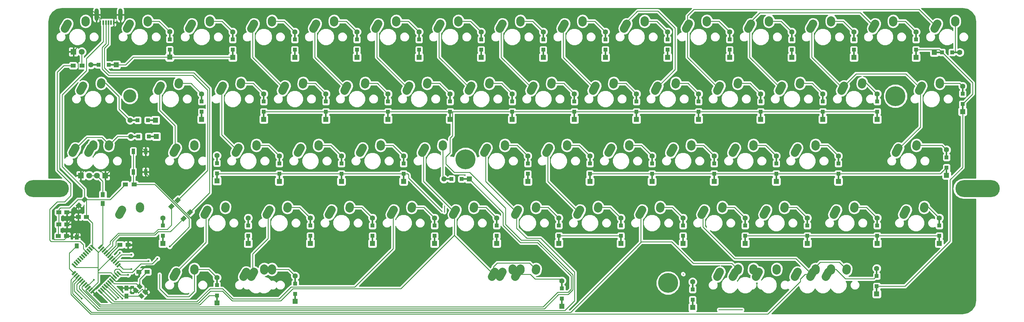
<source format=gbl>
G04 #@! TF.FileFunction,Copper,L2,Bot,Signal*
%FSLAX46Y46*%
G04 Gerber Fmt 4.6, Leading zero omitted, Abs format (unit mm)*
G04 Created by KiCad (PCBNEW 4.0.6) date 05/05/17 19:14:25*
%MOMM*%
%LPD*%
G01*
G04 APERTURE LIST*
%ADD10C,0.100000*%
%ADD11C,2.500000*%
%ADD12R,1.500000X1.250000*%
%ADD13R,1.250000X1.500000*%
%ADD14R,1.200000X1.200000*%
%ADD15R,1.600000X1.600000*%
%ADD16C,1.600000*%
%ADD17R,2.500000X0.500000*%
%ADD18R,0.500000X2.500000*%
%ADD19R,0.500000X1.400000*%
%ADD20O,1.300000X3.800000*%
%ADD21R,1.500000X1.300000*%
%ADD22R,1.300000X1.500000*%
%ADD23R,1.000000X1.700000*%
%ADD24O,13.600000X5.200000*%
%ADD25C,4.000000*%
%ADD26C,6.100000*%
%ADD27R,1.800000X1.800000*%
%ADD28C,1.800000*%
%ADD29C,0.600000*%
%ADD30C,0.250000*%
%ADD31C,0.254000*%
G04 APERTURE END LIST*
D10*
D11*
X320850453Y-103156296D02*
X320039547Y-104616204D01*
X326389724Y-102076922D02*
X326350276Y-102655578D01*
D10*
G36*
X83537958Y-170916280D02*
X83926866Y-171305188D01*
X82866206Y-172365848D01*
X82477298Y-171976940D01*
X83537958Y-170916280D01*
X83537958Y-170916280D01*
G37*
G36*
X84103643Y-171481966D02*
X84492551Y-171870874D01*
X83431891Y-172931534D01*
X83042983Y-172542626D01*
X84103643Y-171481966D01*
X84103643Y-171481966D01*
G37*
G36*
X84669328Y-172047651D02*
X85058236Y-172436559D01*
X83997576Y-173497219D01*
X83608668Y-173108311D01*
X84669328Y-172047651D01*
X84669328Y-172047651D01*
G37*
G36*
X85235014Y-172613336D02*
X85623922Y-173002244D01*
X84563262Y-174062904D01*
X84174354Y-173673996D01*
X85235014Y-172613336D01*
X85235014Y-172613336D01*
G37*
G36*
X85800699Y-173179022D02*
X86189607Y-173567930D01*
X85128947Y-174628590D01*
X84740039Y-174239682D01*
X85800699Y-173179022D01*
X85800699Y-173179022D01*
G37*
G36*
X86366385Y-173744707D02*
X86755293Y-174133615D01*
X85694633Y-175194275D01*
X85305725Y-174805367D01*
X86366385Y-173744707D01*
X86366385Y-173744707D01*
G37*
G36*
X86932070Y-174310393D02*
X87320978Y-174699301D01*
X86260318Y-175759961D01*
X85871410Y-175371053D01*
X86932070Y-174310393D01*
X86932070Y-174310393D01*
G37*
G36*
X87497756Y-174876078D02*
X87886664Y-175264986D01*
X86826004Y-176325646D01*
X86437096Y-175936738D01*
X87497756Y-174876078D01*
X87497756Y-174876078D01*
G37*
G36*
X88063441Y-175441764D02*
X88452349Y-175830672D01*
X87391689Y-176891332D01*
X87002781Y-176502424D01*
X88063441Y-175441764D01*
X88063441Y-175441764D01*
G37*
G36*
X88629126Y-176007449D02*
X89018034Y-176396357D01*
X87957374Y-177457017D01*
X87568466Y-177068109D01*
X88629126Y-176007449D01*
X88629126Y-176007449D01*
G37*
G36*
X89194812Y-176573134D02*
X89583720Y-176962042D01*
X88523060Y-178022702D01*
X88134152Y-177633794D01*
X89194812Y-176573134D01*
X89194812Y-176573134D01*
G37*
G36*
X89583720Y-180037958D02*
X89194812Y-180426866D01*
X88134152Y-179366206D01*
X88523060Y-178977298D01*
X89583720Y-180037958D01*
X89583720Y-180037958D01*
G37*
G36*
X89018034Y-180603643D02*
X88629126Y-180992551D01*
X87568466Y-179931891D01*
X87957374Y-179542983D01*
X89018034Y-180603643D01*
X89018034Y-180603643D01*
G37*
G36*
X88452349Y-181169328D02*
X88063441Y-181558236D01*
X87002781Y-180497576D01*
X87391689Y-180108668D01*
X88452349Y-181169328D01*
X88452349Y-181169328D01*
G37*
G36*
X87886664Y-181735014D02*
X87497756Y-182123922D01*
X86437096Y-181063262D01*
X86826004Y-180674354D01*
X87886664Y-181735014D01*
X87886664Y-181735014D01*
G37*
G36*
X87320978Y-182300699D02*
X86932070Y-182689607D01*
X85871410Y-181628947D01*
X86260318Y-181240039D01*
X87320978Y-182300699D01*
X87320978Y-182300699D01*
G37*
G36*
X86755293Y-182866385D02*
X86366385Y-183255293D01*
X85305725Y-182194633D01*
X85694633Y-181805725D01*
X86755293Y-182866385D01*
X86755293Y-182866385D01*
G37*
G36*
X86189607Y-183432070D02*
X85800699Y-183820978D01*
X84740039Y-182760318D01*
X85128947Y-182371410D01*
X86189607Y-183432070D01*
X86189607Y-183432070D01*
G37*
G36*
X85623922Y-183997756D02*
X85235014Y-184386664D01*
X84174354Y-183326004D01*
X84563262Y-182937096D01*
X85623922Y-183997756D01*
X85623922Y-183997756D01*
G37*
G36*
X85058236Y-184563441D02*
X84669328Y-184952349D01*
X83608668Y-183891689D01*
X83997576Y-183502781D01*
X85058236Y-184563441D01*
X85058236Y-184563441D01*
G37*
G36*
X84492551Y-185129126D02*
X84103643Y-185518034D01*
X83042983Y-184457374D01*
X83431891Y-184068466D01*
X84492551Y-185129126D01*
X84492551Y-185129126D01*
G37*
G36*
X83926866Y-185694812D02*
X83537958Y-186083720D01*
X82477298Y-185023060D01*
X82866206Y-184634152D01*
X83926866Y-185694812D01*
X83926866Y-185694812D01*
G37*
G36*
X81133794Y-184634152D02*
X81522702Y-185023060D01*
X80462042Y-186083720D01*
X80073134Y-185694812D01*
X81133794Y-184634152D01*
X81133794Y-184634152D01*
G37*
G36*
X80568109Y-184068466D02*
X80957017Y-184457374D01*
X79896357Y-185518034D01*
X79507449Y-185129126D01*
X80568109Y-184068466D01*
X80568109Y-184068466D01*
G37*
G36*
X80002424Y-183502781D02*
X80391332Y-183891689D01*
X79330672Y-184952349D01*
X78941764Y-184563441D01*
X80002424Y-183502781D01*
X80002424Y-183502781D01*
G37*
G36*
X79436738Y-182937096D02*
X79825646Y-183326004D01*
X78764986Y-184386664D01*
X78376078Y-183997756D01*
X79436738Y-182937096D01*
X79436738Y-182937096D01*
G37*
G36*
X78871053Y-182371410D02*
X79259961Y-182760318D01*
X78199301Y-183820978D01*
X77810393Y-183432070D01*
X78871053Y-182371410D01*
X78871053Y-182371410D01*
G37*
G36*
X78305367Y-181805725D02*
X78694275Y-182194633D01*
X77633615Y-183255293D01*
X77244707Y-182866385D01*
X78305367Y-181805725D01*
X78305367Y-181805725D01*
G37*
G36*
X77739682Y-181240039D02*
X78128590Y-181628947D01*
X77067930Y-182689607D01*
X76679022Y-182300699D01*
X77739682Y-181240039D01*
X77739682Y-181240039D01*
G37*
G36*
X77173996Y-180674354D02*
X77562904Y-181063262D01*
X76502244Y-182123922D01*
X76113336Y-181735014D01*
X77173996Y-180674354D01*
X77173996Y-180674354D01*
G37*
G36*
X76608311Y-180108668D02*
X76997219Y-180497576D01*
X75936559Y-181558236D01*
X75547651Y-181169328D01*
X76608311Y-180108668D01*
X76608311Y-180108668D01*
G37*
G36*
X76042626Y-179542983D02*
X76431534Y-179931891D01*
X75370874Y-180992551D01*
X74981966Y-180603643D01*
X76042626Y-179542983D01*
X76042626Y-179542983D01*
G37*
G36*
X75476940Y-178977298D02*
X75865848Y-179366206D01*
X74805188Y-180426866D01*
X74416280Y-180037958D01*
X75476940Y-178977298D01*
X75476940Y-178977298D01*
G37*
G36*
X75865848Y-177633794D02*
X75476940Y-178022702D01*
X74416280Y-176962042D01*
X74805188Y-176573134D01*
X75865848Y-177633794D01*
X75865848Y-177633794D01*
G37*
G36*
X76431534Y-177068109D02*
X76042626Y-177457017D01*
X74981966Y-176396357D01*
X75370874Y-176007449D01*
X76431534Y-177068109D01*
X76431534Y-177068109D01*
G37*
G36*
X76997219Y-176502424D02*
X76608311Y-176891332D01*
X75547651Y-175830672D01*
X75936559Y-175441764D01*
X76997219Y-176502424D01*
X76997219Y-176502424D01*
G37*
G36*
X77562904Y-175936738D02*
X77173996Y-176325646D01*
X76113336Y-175264986D01*
X76502244Y-174876078D01*
X77562904Y-175936738D01*
X77562904Y-175936738D01*
G37*
G36*
X78128590Y-175371053D02*
X77739682Y-175759961D01*
X76679022Y-174699301D01*
X77067930Y-174310393D01*
X78128590Y-175371053D01*
X78128590Y-175371053D01*
G37*
G36*
X78694275Y-174805367D02*
X78305367Y-175194275D01*
X77244707Y-174133615D01*
X77633615Y-173744707D01*
X78694275Y-174805367D01*
X78694275Y-174805367D01*
G37*
G36*
X79259961Y-174239682D02*
X78871053Y-174628590D01*
X77810393Y-173567930D01*
X78199301Y-173179022D01*
X79259961Y-174239682D01*
X79259961Y-174239682D01*
G37*
G36*
X79825646Y-173673996D02*
X79436738Y-174062904D01*
X78376078Y-173002244D01*
X78764986Y-172613336D01*
X79825646Y-173673996D01*
X79825646Y-173673996D01*
G37*
G36*
X80391332Y-173108311D02*
X80002424Y-173497219D01*
X78941764Y-172436559D01*
X79330672Y-172047651D01*
X80391332Y-173108311D01*
X80391332Y-173108311D01*
G37*
G36*
X80957017Y-172542626D02*
X80568109Y-172931534D01*
X79507449Y-171870874D01*
X79896357Y-171481966D01*
X80957017Y-172542626D01*
X80957017Y-172542626D01*
G37*
G36*
X81522702Y-171976940D02*
X81133794Y-172365848D01*
X80073134Y-171305188D01*
X80462042Y-170916280D01*
X81522702Y-171976940D01*
X81522702Y-171976940D01*
G37*
D12*
X97600000Y-179350000D03*
X95100000Y-179350000D03*
D13*
X91275000Y-186800000D03*
X91275000Y-184300000D03*
D12*
X70375000Y-168325000D03*
X72875000Y-168325000D03*
D10*
G36*
X78472271Y-156143845D02*
X79356155Y-157027729D01*
X78295495Y-158088389D01*
X77411611Y-157204505D01*
X78472271Y-156143845D01*
X78472271Y-156143845D01*
G37*
G36*
X76704505Y-157911611D02*
X77588389Y-158795495D01*
X76527729Y-159856155D01*
X75643845Y-158972271D01*
X76704505Y-157911611D01*
X76704505Y-157911611D01*
G37*
D12*
X70500000Y-161000000D03*
X73000000Y-161000000D03*
X79000000Y-162500000D03*
X76500000Y-162500000D03*
X70500000Y-164750000D03*
X73000000Y-164750000D03*
X89250000Y-171000000D03*
X91750000Y-171000000D03*
D14*
X82675000Y-115750000D03*
X85825000Y-115750000D03*
D15*
X88150000Y-115750000D03*
D16*
X80350000Y-115750000D03*
D17*
X86950000Y-115750000D03*
X81550000Y-115750000D03*
D14*
X104500000Y-107925000D03*
X104500000Y-111075000D03*
D15*
X104500000Y-113400000D03*
D16*
X104500000Y-105600000D03*
D18*
X104500000Y-112200000D03*
X104500000Y-106800000D03*
D14*
X123825000Y-107962500D03*
X123825000Y-111112500D03*
D15*
X123825000Y-113437500D03*
D16*
X123825000Y-105637500D03*
D18*
X123825000Y-112237500D03*
X123825000Y-106837500D03*
D14*
X142875000Y-107962500D03*
X142875000Y-111112500D03*
D15*
X142875000Y-113437500D03*
D16*
X142875000Y-105637500D03*
D18*
X142875000Y-112237500D03*
X142875000Y-106837500D03*
D14*
X161925000Y-107962500D03*
X161925000Y-111112500D03*
D15*
X161925000Y-113437500D03*
D16*
X161925000Y-105637500D03*
D18*
X161925000Y-112237500D03*
X161925000Y-106837500D03*
D14*
X180975000Y-107962500D03*
X180975000Y-111112500D03*
D15*
X180975000Y-113437500D03*
D16*
X180975000Y-105637500D03*
D18*
X180975000Y-112237500D03*
X180975000Y-106837500D03*
D14*
X200025000Y-107962500D03*
X200025000Y-111112500D03*
D15*
X200025000Y-113437500D03*
D16*
X200025000Y-105637500D03*
D18*
X200025000Y-112237500D03*
X200025000Y-106837500D03*
D14*
X219075000Y-107962500D03*
X219075000Y-111112500D03*
D15*
X219075000Y-113437500D03*
D16*
X219075000Y-105637500D03*
D18*
X219075000Y-112237500D03*
X219075000Y-106837500D03*
D14*
X238125000Y-107962500D03*
X238125000Y-111112500D03*
D15*
X238125000Y-113437500D03*
D16*
X238125000Y-105637500D03*
D18*
X238125000Y-112237500D03*
X238125000Y-106837500D03*
D14*
X257175000Y-107962500D03*
X257175000Y-111112500D03*
D15*
X257175000Y-113437500D03*
D16*
X257175000Y-105637500D03*
D18*
X257175000Y-112237500D03*
X257175000Y-106837500D03*
D14*
X276225000Y-107962500D03*
X276225000Y-111112500D03*
D15*
X276225000Y-113437500D03*
D16*
X276225000Y-105637500D03*
D18*
X276225000Y-112237500D03*
X276225000Y-106837500D03*
D14*
X295275000Y-107962500D03*
X295275000Y-111112500D03*
D15*
X295275000Y-113437500D03*
D16*
X295275000Y-105637500D03*
D18*
X295275000Y-112237500D03*
X295275000Y-106837500D03*
D14*
X314325000Y-107962500D03*
X314325000Y-111112500D03*
D15*
X314325000Y-113437500D03*
D16*
X314325000Y-105637500D03*
D18*
X314325000Y-112237500D03*
X314325000Y-106837500D03*
D14*
X94675000Y-132750000D03*
X97825000Y-132750000D03*
D15*
X100150000Y-132750000D03*
D16*
X92350000Y-132750000D03*
D17*
X98950000Y-132750000D03*
X93550000Y-132750000D03*
D14*
X114300000Y-127012500D03*
X114300000Y-130162500D03*
D15*
X114300000Y-132487500D03*
D16*
X114300000Y-124687500D03*
D18*
X114300000Y-131287500D03*
X114300000Y-125887500D03*
D14*
X133350000Y-127012500D03*
X133350000Y-130162500D03*
D15*
X133350000Y-132487500D03*
D16*
X133350000Y-124687500D03*
D18*
X133350000Y-131287500D03*
X133350000Y-125887500D03*
D14*
X152400000Y-127012500D03*
X152400000Y-130162500D03*
D15*
X152400000Y-132487500D03*
D16*
X152400000Y-124687500D03*
D18*
X152400000Y-131287500D03*
X152400000Y-125887500D03*
D14*
X171450000Y-127012500D03*
X171450000Y-130162500D03*
D15*
X171450000Y-132487500D03*
D16*
X171450000Y-124687500D03*
D18*
X171450000Y-131287500D03*
X171450000Y-125887500D03*
D14*
X190500000Y-127012500D03*
X190500000Y-130162500D03*
D15*
X190500000Y-132487500D03*
D16*
X190500000Y-124687500D03*
D18*
X190500000Y-131287500D03*
X190500000Y-125887500D03*
D14*
X209550000Y-127012500D03*
X209550000Y-130162500D03*
D15*
X209550000Y-132487500D03*
D16*
X209550000Y-124687500D03*
D18*
X209550000Y-131287500D03*
X209550000Y-125887500D03*
D14*
X228600000Y-127012500D03*
X228600000Y-130162500D03*
D15*
X228600000Y-132487500D03*
D16*
X228600000Y-124687500D03*
D18*
X228600000Y-131287500D03*
X228600000Y-125887500D03*
D14*
X247650000Y-127012500D03*
X247650000Y-130162500D03*
D15*
X247650000Y-132487500D03*
D16*
X247650000Y-124687500D03*
D18*
X247650000Y-131287500D03*
X247650000Y-125887500D03*
D14*
X266700000Y-127012500D03*
X266700000Y-130162500D03*
D15*
X266700000Y-132487500D03*
D16*
X266700000Y-124687500D03*
D18*
X266700000Y-131287500D03*
X266700000Y-125887500D03*
D14*
X285750000Y-127012500D03*
X285750000Y-130162500D03*
D15*
X285750000Y-132487500D03*
D16*
X285750000Y-124687500D03*
D18*
X285750000Y-131287500D03*
X285750000Y-125887500D03*
D14*
X304800000Y-127012500D03*
X304800000Y-130162500D03*
D15*
X304800000Y-132487500D03*
D16*
X304800000Y-124687500D03*
D18*
X304800000Y-131287500D03*
X304800000Y-125887500D03*
D14*
X321468750Y-127012500D03*
X321468750Y-130162500D03*
D15*
X321468750Y-132487500D03*
D16*
X321468750Y-124687500D03*
D18*
X321468750Y-131287500D03*
X321468750Y-125887500D03*
D14*
X94925000Y-137750000D03*
X98075000Y-137750000D03*
D15*
X100400000Y-137750000D03*
D16*
X92600000Y-137750000D03*
D17*
X99200000Y-137750000D03*
X93800000Y-137750000D03*
D14*
X119000000Y-145925000D03*
X119000000Y-149075000D03*
D15*
X119000000Y-151400000D03*
D16*
X119000000Y-143600000D03*
D18*
X119000000Y-150200000D03*
X119000000Y-144800000D03*
D14*
X138112500Y-146062500D03*
X138112500Y-149212500D03*
D15*
X138112500Y-151537500D03*
D16*
X138112500Y-143737500D03*
D18*
X138112500Y-150337500D03*
X138112500Y-144937500D03*
D14*
X157162500Y-146062500D03*
X157162500Y-149212500D03*
D15*
X157162500Y-151537500D03*
D16*
X157162500Y-143737500D03*
D18*
X157162500Y-150337500D03*
X157162500Y-144937500D03*
D14*
X176212500Y-146062500D03*
X176212500Y-149212500D03*
D15*
X176212500Y-151537500D03*
D16*
X176212500Y-143737500D03*
D18*
X176212500Y-150337500D03*
X176212500Y-144937500D03*
D14*
X190900000Y-150800000D03*
X194050000Y-150800000D03*
D15*
X196375000Y-150800000D03*
D16*
X188575000Y-150800000D03*
D17*
X195175000Y-150800000D03*
X189775000Y-150800000D03*
D14*
X214312500Y-146062500D03*
X214312500Y-149212500D03*
D15*
X214312500Y-151537500D03*
D16*
X214312500Y-143737500D03*
D18*
X214312500Y-150337500D03*
X214312500Y-144937500D03*
D14*
X233362500Y-146062500D03*
X233362500Y-149212500D03*
D15*
X233362500Y-151537500D03*
D16*
X233362500Y-143737500D03*
D18*
X233362500Y-150337500D03*
X233362500Y-144937500D03*
D14*
X252412500Y-146062500D03*
X252412500Y-149212500D03*
D15*
X252412500Y-151537500D03*
D16*
X252412500Y-143737500D03*
D18*
X252412500Y-150337500D03*
X252412500Y-144937500D03*
D14*
X271462500Y-146062500D03*
X271462500Y-149212500D03*
D15*
X271462500Y-151537500D03*
D16*
X271462500Y-143737500D03*
D18*
X271462500Y-150337500D03*
X271462500Y-144937500D03*
D14*
X290512500Y-146062500D03*
X290512500Y-149212500D03*
D15*
X290512500Y-151537500D03*
D16*
X290512500Y-143737500D03*
D18*
X290512500Y-150337500D03*
X290512500Y-144937500D03*
D14*
X309562500Y-146062500D03*
X309562500Y-149212500D03*
D15*
X309562500Y-151537500D03*
D16*
X309562500Y-143737500D03*
D18*
X309562500Y-150337500D03*
X309562500Y-144937500D03*
D14*
X342750000Y-144175000D03*
X342750000Y-147325000D03*
D15*
X342750000Y-149650000D03*
D16*
X342750000Y-141850000D03*
D18*
X342750000Y-148450000D03*
X342750000Y-143050000D03*
D14*
X102393750Y-165112500D03*
X102393750Y-168262500D03*
D15*
X102393750Y-170587500D03*
D16*
X102393750Y-162787500D03*
D18*
X102393750Y-169387500D03*
X102393750Y-163987500D03*
D14*
X128587500Y-165112500D03*
X128587500Y-168262500D03*
D15*
X128587500Y-170587500D03*
D16*
X128587500Y-162787500D03*
D18*
X128587500Y-169387500D03*
X128587500Y-163987500D03*
D14*
X147637500Y-165112500D03*
X147637500Y-168262500D03*
D15*
X147637500Y-170587500D03*
D16*
X147637500Y-162787500D03*
D18*
X147637500Y-169387500D03*
X147637500Y-163987500D03*
D14*
X166687500Y-165112500D03*
X166687500Y-168262500D03*
D15*
X166687500Y-170587500D03*
D16*
X166687500Y-162787500D03*
D18*
X166687500Y-169387500D03*
X166687500Y-163987500D03*
D14*
X185737500Y-165112500D03*
X185737500Y-168262500D03*
D15*
X185737500Y-170587500D03*
D16*
X185737500Y-162787500D03*
D18*
X185737500Y-169387500D03*
X185737500Y-163987500D03*
D14*
X204787500Y-165112500D03*
X204787500Y-168262500D03*
D15*
X204787500Y-170587500D03*
D16*
X204787500Y-162787500D03*
D18*
X204787500Y-169387500D03*
X204787500Y-163987500D03*
D14*
X223837500Y-165112500D03*
X223837500Y-168262500D03*
D15*
X223837500Y-170587500D03*
D16*
X223837500Y-162787500D03*
D18*
X223837500Y-169387500D03*
X223837500Y-163987500D03*
D14*
X242887500Y-165112500D03*
X242887500Y-168262500D03*
D15*
X242887500Y-170587500D03*
D16*
X242887500Y-162787500D03*
D18*
X242887500Y-169387500D03*
X242887500Y-163987500D03*
D14*
X261937500Y-165112500D03*
X261937500Y-168262500D03*
D15*
X261937500Y-170587500D03*
D16*
X261937500Y-162787500D03*
D18*
X261937500Y-169387500D03*
X261937500Y-163987500D03*
D14*
X280987500Y-165112500D03*
X280987500Y-168262500D03*
D15*
X280987500Y-170587500D03*
D16*
X280987500Y-162787500D03*
D18*
X280987500Y-169387500D03*
X280987500Y-163987500D03*
D14*
X300037500Y-165112500D03*
X300037500Y-168262500D03*
D15*
X300037500Y-170587500D03*
D16*
X300037500Y-162787500D03*
D18*
X300037500Y-169387500D03*
X300037500Y-163987500D03*
D14*
X321468750Y-165112500D03*
X321468750Y-168262500D03*
D15*
X321468750Y-170587500D03*
D16*
X321468750Y-162787500D03*
D18*
X321468750Y-169387500D03*
X321468750Y-163987500D03*
D14*
X340518750Y-165112500D03*
X340518750Y-168262500D03*
D15*
X340518750Y-170587500D03*
D16*
X340518750Y-162787500D03*
D18*
X340518750Y-169387500D03*
X340518750Y-163987500D03*
D14*
X119000000Y-183425000D03*
X119000000Y-186575000D03*
D15*
X119000000Y-188900000D03*
D16*
X119000000Y-181100000D03*
D18*
X119000000Y-187700000D03*
X119000000Y-182300000D03*
D14*
X143000000Y-182925000D03*
X143000000Y-186075000D03*
D15*
X143000000Y-188400000D03*
D16*
X143000000Y-180600000D03*
D18*
X143000000Y-187200000D03*
X143000000Y-181800000D03*
D14*
X224750000Y-184425000D03*
X224750000Y-187575000D03*
D15*
X224750000Y-189900000D03*
D16*
X224750000Y-182100000D03*
D18*
X224750000Y-188700000D03*
X224750000Y-183300000D03*
D14*
X264875000Y-184725000D03*
X264875000Y-187875000D03*
D15*
X264875000Y-190200000D03*
D16*
X264875000Y-182400000D03*
D18*
X264875000Y-189000000D03*
X264875000Y-183600000D03*
D14*
X321325000Y-180600000D03*
X321325000Y-183750000D03*
D15*
X321325000Y-186075000D03*
D16*
X321325000Y-178275000D03*
D18*
X321325000Y-184875000D03*
X321325000Y-179475000D03*
D14*
X344475000Y-111918750D03*
X341325000Y-111918750D03*
D15*
X339000000Y-111918750D03*
D16*
X346800000Y-111918750D03*
D17*
X340200000Y-111918750D03*
X345600000Y-111918750D03*
D14*
X333375000Y-107962500D03*
X333375000Y-111112500D03*
D15*
X333375000Y-113437500D03*
D16*
X333375000Y-105637500D03*
D18*
X333375000Y-112237500D03*
X333375000Y-106837500D03*
D14*
X347662500Y-124631250D03*
X347662500Y-127781250D03*
D15*
X347662500Y-130106250D03*
D16*
X347662500Y-122306250D03*
D18*
X347662500Y-128906250D03*
X347662500Y-123506250D03*
D19*
X84150000Y-102750000D03*
X84950000Y-102750000D03*
X85750000Y-102750000D03*
X86550000Y-102750000D03*
X87350000Y-102750000D03*
D20*
X82100000Y-100350000D03*
X89400000Y-100350000D03*
D11*
X73200453Y-103156296D02*
X72389547Y-104616204D01*
X78739724Y-102076922D02*
X78700276Y-102655578D01*
X92250453Y-103156296D02*
X91439547Y-104616204D01*
X97789724Y-102076922D02*
X97750276Y-102655578D01*
X111300453Y-103156296D02*
X110489547Y-104616204D01*
X116839724Y-102076922D02*
X116800276Y-102655578D01*
X130350453Y-103156296D02*
X129539547Y-104616204D01*
X135889724Y-102076922D02*
X135850276Y-102655578D01*
X149400453Y-103156296D02*
X148589547Y-104616204D01*
X154939724Y-102076922D02*
X154900276Y-102655578D01*
X168450453Y-103156296D02*
X167639547Y-104616204D01*
X173989724Y-102076922D02*
X173950276Y-102655578D01*
X187500453Y-103156296D02*
X186689547Y-104616204D01*
X193039724Y-102076922D02*
X193000276Y-102655578D01*
X206550453Y-103156296D02*
X205739547Y-104616204D01*
X212089724Y-102076922D02*
X212050276Y-102655578D01*
X225600453Y-103156296D02*
X224789547Y-104616204D01*
X231139724Y-102076922D02*
X231100276Y-102655578D01*
X244650453Y-103156296D02*
X243839547Y-104616204D01*
X250189724Y-102076922D02*
X250150276Y-102655578D01*
X263700453Y-103156296D02*
X262889547Y-104616204D01*
X269239724Y-102076922D02*
X269200276Y-102655578D01*
X282750453Y-103156296D02*
X281939547Y-104616204D01*
X288289724Y-102076922D02*
X288250276Y-102655578D01*
X301800453Y-103156296D02*
X300989547Y-104616204D01*
X307339724Y-102076922D02*
X307300276Y-102655578D01*
X77962953Y-122206296D02*
X77152047Y-123666204D01*
X83502224Y-121126922D02*
X83462776Y-121705578D01*
X101775453Y-122206296D02*
X100964547Y-123666204D01*
X107314724Y-121126922D02*
X107275276Y-121705578D01*
X120825453Y-122206296D02*
X120014547Y-123666204D01*
X126364724Y-121126922D02*
X126325276Y-121705578D01*
X139875453Y-122206296D02*
X139064547Y-123666204D01*
X145414724Y-121126922D02*
X145375276Y-121705578D01*
X158925453Y-122206296D02*
X158114547Y-123666204D01*
X164464724Y-121126922D02*
X164425276Y-121705578D01*
X177975453Y-122206296D02*
X177164547Y-123666204D01*
X183514724Y-121126922D02*
X183475276Y-121705578D01*
X197025453Y-122206296D02*
X196214547Y-123666204D01*
X202564724Y-121126922D02*
X202525276Y-121705578D01*
X216075453Y-122206296D02*
X215264547Y-123666204D01*
X221614724Y-121126922D02*
X221575276Y-121705578D01*
X235125453Y-122206296D02*
X234314547Y-123666204D01*
X240664724Y-121126922D02*
X240625276Y-121705578D01*
X254175453Y-122206296D02*
X253364547Y-123666204D01*
X259714724Y-121126922D02*
X259675276Y-121705578D01*
X273225453Y-122206296D02*
X272414547Y-123666204D01*
X278764724Y-121126922D02*
X278725276Y-121705578D01*
X292275453Y-122206296D02*
X291464547Y-123666204D01*
X297814724Y-121126922D02*
X297775276Y-121705578D01*
X311325453Y-122206296D02*
X310514547Y-123666204D01*
X316864724Y-121126922D02*
X316825276Y-121705578D01*
X80344203Y-141256296D02*
X79533297Y-142716204D01*
X85883474Y-140176922D02*
X85844026Y-140755578D01*
X106537953Y-141256296D02*
X105727047Y-142716204D01*
X112077224Y-140176922D02*
X112037776Y-140755578D01*
X125587953Y-141256296D02*
X124777047Y-142716204D01*
X131127224Y-140176922D02*
X131087776Y-140755578D01*
X144637953Y-141256296D02*
X143827047Y-142716204D01*
X150177224Y-140176922D02*
X150137776Y-140755578D01*
X163687953Y-141256296D02*
X162877047Y-142716204D01*
X169227224Y-140176922D02*
X169187776Y-140755578D01*
X182737953Y-141256296D02*
X181927047Y-142716204D01*
X188277224Y-140176922D02*
X188237776Y-140755578D01*
X201787953Y-141256296D02*
X200977047Y-142716204D01*
X207327224Y-140176922D02*
X207287776Y-140755578D01*
X220837953Y-141256296D02*
X220027047Y-142716204D01*
X226377224Y-140176922D02*
X226337776Y-140755578D01*
X239887953Y-141256296D02*
X239077047Y-142716204D01*
X245427224Y-140176922D02*
X245387776Y-140755578D01*
X258937953Y-141256296D02*
X258127047Y-142716204D01*
X264477224Y-140176922D02*
X264437776Y-140755578D01*
X277987953Y-141256296D02*
X277177047Y-142716204D01*
X283527224Y-140176922D02*
X283487776Y-140755578D01*
X297037953Y-141256296D02*
X296227047Y-142716204D01*
X302577224Y-140176922D02*
X302537776Y-140755578D01*
X116062953Y-160306296D02*
X115252047Y-161766204D01*
X121602224Y-159226922D02*
X121562776Y-159805578D01*
X135112953Y-160306296D02*
X134302047Y-161766204D01*
X140652224Y-159226922D02*
X140612776Y-159805578D01*
X154162953Y-160306296D02*
X153352047Y-161766204D01*
X159702224Y-159226922D02*
X159662776Y-159805578D01*
X173212953Y-160306296D02*
X172402047Y-161766204D01*
X178752224Y-159226922D02*
X178712776Y-159805578D01*
X192262953Y-160306296D02*
X191452047Y-161766204D01*
X197802224Y-159226922D02*
X197762776Y-159805578D01*
X211312953Y-160306296D02*
X210502047Y-161766204D01*
X216852224Y-159226922D02*
X216812776Y-159805578D01*
X230362953Y-160306296D02*
X229552047Y-161766204D01*
X235902224Y-159226922D02*
X235862776Y-159805578D01*
X249412953Y-160306296D02*
X248602047Y-161766204D01*
X254952224Y-159226922D02*
X254912776Y-159805578D01*
X268462953Y-160306296D02*
X267652047Y-161766204D01*
X274002224Y-159226922D02*
X273962776Y-159805578D01*
X287512953Y-160306296D02*
X286702047Y-161766204D01*
X293052224Y-159226922D02*
X293012776Y-159805578D01*
X330375453Y-160306296D02*
X329564547Y-161766204D01*
X335914724Y-159226922D02*
X335875276Y-159805578D01*
X106537953Y-179356296D02*
X105727047Y-180816204D01*
X112077224Y-178276922D02*
X112037776Y-178855578D01*
X130350453Y-179356296D02*
X129539547Y-180816204D01*
X135889724Y-178276922D02*
X135850276Y-178855578D01*
X277987953Y-179356296D02*
X277177047Y-180816204D01*
X283527224Y-178276922D02*
X283487776Y-178855578D01*
X301800453Y-179356296D02*
X300989547Y-180816204D01*
X307339724Y-178276922D02*
X307300276Y-178855578D01*
X339900453Y-103156296D02*
X339089547Y-104616204D01*
X345439724Y-102076922D02*
X345400276Y-102655578D01*
D21*
X90900000Y-152500000D03*
X93600000Y-152500000D03*
D22*
X76000000Y-171350000D03*
X76000000Y-168650000D03*
D10*
G36*
X104974695Y-160194543D02*
X104055457Y-159275305D01*
X105116117Y-158214645D01*
X106035355Y-159133883D01*
X104974695Y-160194543D01*
X104974695Y-160194543D01*
G37*
G36*
X106883883Y-158285355D02*
X105964645Y-157366117D01*
X107025305Y-156305457D01*
X107944543Y-157224695D01*
X106883883Y-158285355D01*
X106883883Y-158285355D01*
G37*
G36*
X110775305Y-160055457D02*
X111694543Y-160974695D01*
X110633883Y-162035355D01*
X109714645Y-161116117D01*
X110775305Y-160055457D01*
X110775305Y-160055457D01*
G37*
G36*
X108866117Y-161964645D02*
X109785355Y-162883883D01*
X108724695Y-163944543D01*
X107805457Y-163025305D01*
X108866117Y-161964645D01*
X108866117Y-161964645D01*
G37*
D23*
X97150000Y-148650000D03*
X97150000Y-142350000D03*
X93350000Y-148650000D03*
X93350000Y-142350000D03*
D11*
X89869203Y-160306296D02*
X89058297Y-161766204D01*
X95408474Y-159226922D02*
X95369026Y-159805578D01*
X308944203Y-160306296D02*
X308133297Y-161766204D01*
X314483474Y-159226922D02*
X314444026Y-159805578D01*
X335137953Y-122206296D02*
X334327047Y-123666204D01*
X340677224Y-121126922D02*
X340637776Y-121705578D01*
X204169203Y-179356296D02*
X203358297Y-180816204D01*
X209708474Y-178276922D02*
X209669026Y-178855578D01*
X327994203Y-141256296D02*
X327183297Y-142716204D01*
X333533474Y-140176922D02*
X333494026Y-140755578D01*
D24*
X66750000Y-153750000D03*
X352250000Y-153750000D03*
D25*
X92275000Y-125300000D03*
D26*
X327050000Y-125375000D03*
X257325000Y-182725000D03*
X195225000Y-144775000D03*
D10*
G36*
X93181192Y-184931802D02*
X94029720Y-184083274D01*
X95019670Y-185073224D01*
X94171142Y-185921752D01*
X93181192Y-184931802D01*
X93181192Y-184931802D01*
G37*
G36*
X94878248Y-186628858D02*
X95726776Y-185780330D01*
X96716726Y-186770280D01*
X95868198Y-187618808D01*
X94878248Y-186628858D01*
X94878248Y-186628858D01*
G37*
G36*
X94383274Y-183729720D02*
X95231802Y-182881192D01*
X96221752Y-183871142D01*
X95373224Y-184719670D01*
X94383274Y-183729720D01*
X94383274Y-183729720D01*
G37*
G36*
X96080330Y-185426776D02*
X96928858Y-184578248D01*
X97918808Y-185568198D01*
X97070280Y-186416726D01*
X96080330Y-185426776D01*
X96080330Y-185426776D01*
G37*
D27*
X75000000Y-111750000D03*
D28*
X77540000Y-111750000D03*
D27*
X77250000Y-149750000D03*
D28*
X79790000Y-149750000D03*
D21*
X74900000Y-116000000D03*
X77600000Y-116000000D03*
D22*
X84000000Y-158350000D03*
X84000000Y-155650000D03*
D27*
X84750000Y-149750000D03*
D28*
X82210000Y-149750000D03*
D11*
X75581703Y-141256296D02*
X74770797Y-142716204D01*
X81120974Y-140176922D02*
X81081526Y-140755578D01*
X127969203Y-179356296D02*
X127158297Y-180816204D01*
X133508474Y-178276922D02*
X133469026Y-178855578D01*
X211312953Y-179356296D02*
X210502047Y-180816204D01*
X216852224Y-178276922D02*
X216812776Y-178855578D01*
X206550453Y-179356296D02*
X205739547Y-180816204D01*
X212089724Y-178276922D02*
X212050276Y-178855578D01*
X273225453Y-179356296D02*
X272414547Y-180816204D01*
X278764724Y-178276922D02*
X278725276Y-178855578D01*
X285131703Y-179356296D02*
X284320797Y-180816204D01*
X290670974Y-178276922D02*
X290631526Y-178855578D01*
X297037953Y-179356296D02*
X296227047Y-180816204D01*
X302577224Y-178276922D02*
X302537776Y-178855578D01*
X306562953Y-179356296D02*
X305752047Y-180816204D01*
X312102224Y-178276922D02*
X312062776Y-178855578D01*
D29*
X77750000Y-150250000D03*
X77500000Y-187500000D03*
X123825000Y-113437500D03*
X81250000Y-181750000D03*
X280987500Y-168262500D03*
X89250000Y-173500000D03*
X92750000Y-178500000D03*
X98000000Y-176000000D03*
X92750000Y-174050000D03*
X91750000Y-180250000D03*
X90000000Y-187500000D03*
X88750000Y-187250000D03*
X88000000Y-187750000D03*
X100750000Y-175250000D03*
X104500000Y-171500000D03*
D30*
X188750000Y-159000000D02*
X188750000Y-161000000D01*
X188750000Y-160000000D02*
X188750000Y-161000000D01*
X261912500Y-179937500D02*
X261912500Y-179962500D01*
X272900000Y-190950000D02*
X280100000Y-190950000D01*
X261912500Y-179937500D02*
X262061250Y-180086250D01*
X95337868Y-183906497D02*
X95337868Y-181612132D01*
X95337868Y-181612132D02*
X97600000Y-179350000D01*
X87500000Y-183000000D02*
X93675000Y-183000000D01*
X86596194Y-182096194D02*
X87500000Y-183000000D01*
X94325000Y-183000000D02*
X95231497Y-183906497D01*
X93675000Y-183000000D02*
X94325000Y-183000000D01*
X95231497Y-183906497D02*
X95337868Y-183906497D01*
X86596194Y-181964823D02*
X86596194Y-182096194D01*
X86596194Y-181964823D02*
X86714823Y-181964823D01*
X99200000Y-179675000D02*
X99200000Y-180200000D01*
X96893503Y-182506497D02*
X96893503Y-185462132D01*
X99200000Y-180200000D02*
X96893503Y-182506497D01*
X99200000Y-179675000D02*
X99200000Y-177350000D01*
X95575000Y-179850000D02*
X95575000Y-179025000D01*
X97250000Y-177350000D02*
X99200000Y-177350000D01*
X95575000Y-179025000D02*
X97250000Y-177350000D01*
X99200000Y-177350000D02*
X100900000Y-177350000D01*
X103850000Y-174400000D02*
X100900000Y-177350000D01*
X88000000Y-182250000D02*
X93175000Y-182250000D01*
X87161880Y-181411880D02*
X88000000Y-182250000D01*
X93175000Y-182250000D02*
X95575000Y-179850000D01*
X94206497Y-185037868D02*
X94212868Y-185037868D01*
X94212868Y-185037868D02*
X94975000Y-185800000D01*
X96056371Y-184625000D02*
X96893503Y-185462132D01*
X96050000Y-184625000D02*
X96056371Y-184625000D01*
X94975000Y-185700000D02*
X96050000Y-184625000D01*
X94975000Y-185800000D02*
X94975000Y-185700000D01*
X91275000Y-184300000D02*
X93468629Y-184300000D01*
X93468629Y-184300000D02*
X94206497Y-185037868D01*
X97150000Y-148650000D02*
X97150000Y-149013602D01*
X97150000Y-149013602D02*
X111750000Y-163613602D01*
X111750000Y-163613602D02*
X111750000Y-164250000D01*
X72875000Y-168325000D02*
X72875000Y-168700000D01*
X72875000Y-168700000D02*
X72125000Y-169450000D01*
X81025000Y-99275000D02*
X82100000Y-100350000D01*
X72350000Y-99275000D02*
X81025000Y-99275000D01*
X69050000Y-102575000D02*
X72350000Y-99275000D01*
X69050000Y-109725000D02*
X69050000Y-102575000D01*
X72800000Y-113475000D02*
X69050000Y-109725000D01*
X74525000Y-113475000D02*
X72800000Y-113475000D01*
X76400000Y-115350000D02*
X74525000Y-113475000D01*
X76400000Y-117825000D02*
X76400000Y-115350000D01*
X70750000Y-123475000D02*
X76400000Y-117825000D01*
X70750000Y-147400000D02*
X70750000Y-123475000D01*
X75300000Y-151950000D02*
X70750000Y-147400000D01*
X75300000Y-156325000D02*
X75300000Y-151950000D01*
X73100000Y-158525000D02*
X75300000Y-156325000D01*
X70700000Y-158525000D02*
X73100000Y-158525000D01*
X68725000Y-160500000D02*
X70700000Y-158525000D01*
X68725000Y-169125000D02*
X68725000Y-160500000D01*
X69050000Y-169450000D02*
X68725000Y-169125000D01*
X72125000Y-169450000D02*
X69050000Y-169450000D01*
X96750000Y-141950000D02*
X97150000Y-142350000D01*
X91750000Y-140250000D02*
X91000000Y-140250000D01*
X86500000Y-148000000D02*
X84750000Y-149750000D01*
X86500000Y-144750000D02*
X86500000Y-148000000D01*
X91000000Y-140250000D02*
X86500000Y-144750000D01*
X111750000Y-166500000D02*
X103850000Y-174400000D01*
X103850000Y-174400000D02*
X103750000Y-174500000D01*
X111750000Y-163750000D02*
X111750000Y-164250000D01*
X111750000Y-164250000D02*
X111750000Y-166500000D01*
X76500000Y-162500000D02*
X76500000Y-168150000D01*
X76500000Y-168150000D02*
X76000000Y-168650000D01*
X97100000Y-142350000D02*
X95000000Y-140250000D01*
X91750000Y-140250000D02*
X95000000Y-140250000D01*
X72750000Y-168450000D02*
X72875000Y-168325000D01*
X75000000Y-111750000D02*
X75000000Y-111500000D01*
X75000000Y-111500000D02*
X76750000Y-109750000D01*
X83000000Y-101250000D02*
X82100000Y-100350000D01*
X83000000Y-108500000D02*
X83000000Y-101250000D01*
X81750000Y-109750000D02*
X83000000Y-108500000D01*
X76750000Y-109750000D02*
X81750000Y-109750000D01*
X87161880Y-181399138D02*
X87161880Y-181411880D01*
X85464823Y-173903806D02*
X85464823Y-173785177D01*
X85464823Y-173785177D02*
X88000000Y-171250000D01*
X91750000Y-170000000D02*
X91750000Y-171000000D01*
X91500000Y-169750000D02*
X91750000Y-170000000D01*
X88250000Y-169750000D02*
X91500000Y-169750000D01*
X88000000Y-170000000D02*
X88250000Y-169750000D01*
X88000000Y-171250000D02*
X88000000Y-170000000D01*
X98000000Y-171250000D02*
X100500000Y-171250000D01*
X94000000Y-171250000D02*
X98000000Y-171250000D01*
X92000000Y-171250000D02*
X94000000Y-171250000D01*
X100500000Y-171250000D02*
X103750000Y-174500000D01*
X84750000Y-149750000D02*
X85500000Y-149750000D01*
X97100000Y-142350000D02*
X97150000Y-142350000D01*
X77250000Y-149750000D02*
X77250000Y-149250000D01*
X77250000Y-149250000D02*
X78250000Y-148250000D01*
X78250000Y-148250000D02*
X83250000Y-148250000D01*
X83250000Y-148250000D02*
X84750000Y-149750000D01*
X80797918Y-185358936D02*
X80797918Y-185202082D01*
X80797918Y-185202082D02*
X81750000Y-184250000D01*
X81750000Y-184250000D02*
X85500000Y-180500000D01*
X85500000Y-180500000D02*
X86262742Y-180500000D01*
X86262742Y-180500000D02*
X87161880Y-181399138D01*
X76500000Y-162500000D02*
X75250000Y-162500000D01*
X75250000Y-162500000D02*
X73000000Y-164750000D01*
X76616117Y-158883883D02*
X76616117Y-162383883D01*
X76616117Y-162383883D02*
X76650000Y-162417766D01*
X76500000Y-159000000D02*
X76616117Y-158883883D01*
X73000000Y-165750000D02*
X73000000Y-168200000D01*
X73000000Y-168200000D02*
X72875000Y-168325000D01*
X72875000Y-168325000D02*
X72875000Y-168625000D01*
X91750000Y-170750000D02*
X91750000Y-171000000D01*
X92000000Y-171250000D02*
X91750000Y-171000000D01*
X97150000Y-148650000D02*
X97150000Y-142350000D01*
X85464823Y-173903806D02*
X85596194Y-173903806D01*
X87350000Y-102750000D02*
X87350000Y-100850000D01*
X86850000Y-100350000D02*
X82100000Y-100350000D01*
X87350000Y-100850000D02*
X86850000Y-100350000D01*
X87350000Y-102750000D02*
X87350000Y-100900000D01*
X87900000Y-100350000D02*
X89400000Y-100350000D01*
X87350000Y-100900000D02*
X87900000Y-100350000D01*
X73000000Y-161500000D02*
X73000000Y-165750000D01*
X97150000Y-148650000D02*
X97150000Y-148950000D01*
X91275000Y-186800000D02*
X95555635Y-186800000D01*
X95555635Y-186800000D02*
X95762132Y-186593503D01*
X86030509Y-182530509D02*
X86030509Y-182580509D01*
X86030509Y-182580509D02*
X90250000Y-186800000D01*
X90250000Y-186800000D02*
X91275000Y-186800000D01*
X71500000Y-141750000D02*
X71500000Y-125000000D01*
X71500000Y-125000000D02*
X76000000Y-120500000D01*
X84150000Y-102750000D02*
X84150000Y-108600000D01*
X84150000Y-108600000D02*
X83000000Y-109750000D01*
X81250000Y-111500000D02*
X83000000Y-109750000D01*
X81250000Y-111500000D02*
X79000000Y-113750000D01*
X79000000Y-113750000D02*
X79000000Y-117500000D01*
X79000000Y-117500000D02*
X76000000Y-120500000D01*
X83000000Y-109750000D02*
X84150000Y-108600000D01*
X78383883Y-153883883D02*
X78383883Y-157116117D01*
X71500000Y-147000000D02*
X78383883Y-153883883D01*
X71500000Y-141750000D02*
X71500000Y-147000000D01*
X90750000Y-152350000D02*
X90900000Y-152500000D01*
X85000000Y-157116117D02*
X86283883Y-157116117D01*
X86283883Y-157116117D02*
X90900000Y-152500000D01*
X75141064Y-177297918D02*
X75141064Y-177391064D01*
X75141064Y-177391064D02*
X75750000Y-178000000D01*
X75750000Y-178000000D02*
X82500000Y-178000000D01*
X78383883Y-157116117D02*
X85000000Y-157116117D01*
X85000000Y-157116117D02*
X85133883Y-157116117D01*
X75141064Y-177297918D02*
X75047918Y-177297918D01*
X70500000Y-161000000D02*
X70500000Y-164750000D01*
X70500000Y-164750000D02*
X70375000Y-164875000D01*
X70375000Y-164875000D02*
X70375000Y-168325000D01*
X71050000Y-159675000D02*
X73825000Y-159675000D01*
X70500000Y-160225000D02*
X71050000Y-159675000D01*
X70500000Y-161500000D02*
X70500000Y-160225000D01*
X73825000Y-159675000D02*
X76383883Y-157116117D01*
X76383883Y-157116117D02*
X78383883Y-157116117D01*
X80797918Y-167250000D02*
X80797918Y-164297918D01*
X79000000Y-162500000D02*
X79000000Y-161500000D01*
X80797918Y-164297918D02*
X79000000Y-162500000D01*
X70500000Y-168200000D02*
X70375000Y-168325000D01*
X86596194Y-175035177D02*
X86464823Y-175035177D01*
X86464823Y-175035177D02*
X82500000Y-179000000D01*
X86500000Y-179605887D02*
X82500000Y-179605887D01*
X82500000Y-179605887D02*
X82500000Y-179750000D01*
X80232233Y-184793250D02*
X80232233Y-184767767D01*
X80232233Y-184767767D02*
X82500000Y-182500000D01*
X82500000Y-182500000D02*
X82500000Y-179750000D01*
X82500000Y-179750000D02*
X82500000Y-179000000D01*
X82500000Y-179000000D02*
X82500000Y-178750000D01*
X82500000Y-178750000D02*
X82500000Y-178000000D01*
X82500000Y-178000000D02*
X82500000Y-175500000D01*
X82500000Y-175500000D02*
X82500000Y-173474517D01*
X82500000Y-173474517D02*
X82724517Y-173250000D01*
X86500000Y-179605887D02*
X87727565Y-180833452D01*
X80797918Y-171641064D02*
X80891064Y-171641064D01*
X80891064Y-171641064D02*
X82500000Y-173250000D01*
X82724517Y-173250000D02*
X83767767Y-172206750D01*
X82500000Y-173250000D02*
X82724517Y-173250000D01*
X80797918Y-167202082D02*
X80797918Y-167250000D01*
X80797918Y-167250000D02*
X80797918Y-168452082D01*
X80797918Y-168452082D02*
X80797918Y-171641064D01*
X79000000Y-157250000D02*
X79000000Y-161500000D01*
X86030509Y-174469491D02*
X86030509Y-174219491D01*
X86030509Y-174219491D02*
X89250000Y-171000000D01*
X89366117Y-171383883D02*
X89116117Y-171383883D01*
X75250000Y-185250000D02*
X77500000Y-187500000D01*
X76838120Y-181411880D02*
X75250000Y-183000000D01*
X75250000Y-183000000D02*
X75250000Y-185250000D01*
X123825000Y-113437500D02*
X123787500Y-113400000D01*
X123787500Y-113400000D02*
X104500000Y-113400000D01*
X104500000Y-113400000D02*
X93350000Y-113400000D01*
X91000000Y-115750000D02*
X88150000Y-115750000D01*
X93350000Y-113400000D02*
X91000000Y-115750000D01*
X104500000Y-111075000D02*
X104925000Y-111075000D01*
X123825000Y-111112500D02*
X123825000Y-110925000D01*
X180975000Y-111112500D02*
X181137500Y-111112500D01*
X200025000Y-111112500D02*
X200137500Y-111112500D01*
X76838120Y-181399138D02*
X76838120Y-181411880D01*
X97770000Y-102366250D02*
X101266250Y-102366250D01*
X101266250Y-102366250D02*
X104500000Y-105600000D01*
X116820000Y-102366250D02*
X120553750Y-102366250D01*
X120553750Y-102366250D02*
X123825000Y-105637500D01*
X135870000Y-102366250D02*
X139603750Y-102366250D01*
X139603750Y-102366250D02*
X142875000Y-105637500D01*
X154920000Y-102366250D02*
X158653750Y-102366250D01*
X158653750Y-102366250D02*
X161925000Y-105637500D01*
X173970000Y-102366250D02*
X177703750Y-102366250D01*
X177703750Y-102366250D02*
X180975000Y-105637500D01*
X193020000Y-102366250D02*
X196753750Y-102366250D01*
X196753750Y-102366250D02*
X200025000Y-105637500D01*
X212070000Y-102366250D02*
X215803750Y-102366250D01*
X215803750Y-102366250D02*
X219075000Y-105637500D01*
X231120000Y-102366250D02*
X234853750Y-102366250D01*
X234853750Y-102366250D02*
X238125000Y-105637500D01*
X250170000Y-102366250D02*
X253903750Y-102366250D01*
X253903750Y-102366250D02*
X257175000Y-105637500D01*
X269220000Y-102366250D02*
X272953750Y-102366250D01*
X272953750Y-102366250D02*
X276225000Y-105637500D01*
X288270000Y-102366250D02*
X292003750Y-102366250D01*
X292003750Y-102366250D02*
X295275000Y-105637500D01*
X307320000Y-102366250D02*
X311053750Y-102366250D01*
X311053750Y-102366250D02*
X314325000Y-105637500D01*
X83482500Y-121416250D02*
X84916250Y-121416250D01*
X89000000Y-129400000D02*
X92350000Y-132750000D01*
X89000000Y-125500000D02*
X89000000Y-129400000D01*
X84916250Y-121416250D02*
X89000000Y-125500000D01*
X226700000Y-186300000D02*
X226700000Y-186275000D01*
X228150000Y-184825000D02*
X228150000Y-180250000D01*
X226700000Y-186275000D02*
X228150000Y-184825000D01*
X209175000Y-190625000D02*
X219400000Y-190625000D01*
X217475000Y-169575000D02*
X212325000Y-169575000D01*
X228150000Y-180250000D02*
X217475000Y-169575000D01*
X223725000Y-186300000D02*
X226700000Y-186300000D01*
X219400000Y-190625000D02*
X223725000Y-186300000D01*
X191750000Y-148750000D02*
X196500000Y-148750000D01*
X189250000Y-146250000D02*
X191750000Y-148750000D01*
X189250000Y-144000000D02*
X189250000Y-146250000D01*
X190500000Y-142750000D02*
X189250000Y-144000000D01*
X190500000Y-138250000D02*
X190500000Y-142750000D01*
X191250000Y-137500000D02*
X190500000Y-138250000D01*
X191250000Y-130162500D02*
X191250000Y-137500000D01*
X196500000Y-148750000D02*
X200250000Y-152500000D01*
X200250000Y-152500000D02*
X207500000Y-159750000D01*
X177500000Y-190625000D02*
X209175000Y-190625000D01*
X207500000Y-159750000D02*
X200250000Y-152500000D01*
X207500000Y-164750000D02*
X207500000Y-159750000D01*
X212325000Y-169575000D02*
X207500000Y-164750000D01*
X82875000Y-190625000D02*
X177500000Y-190625000D01*
X177500000Y-190625000D02*
X177625000Y-190625000D01*
X76750000Y-184500000D02*
X82875000Y-190625000D01*
X77969491Y-182530509D02*
X76750000Y-183750000D01*
X76750000Y-183750000D02*
X76750000Y-184500000D01*
X114037500Y-132750000D02*
X114300000Y-132487500D01*
X133350000Y-130162500D02*
X152400000Y-130162500D01*
X152400000Y-130162500D02*
X171450000Y-130162500D01*
X171450000Y-130162500D02*
X190500000Y-130162500D01*
X190500000Y-130162500D02*
X191250000Y-130162500D01*
X191250000Y-130162500D02*
X209550000Y-130162500D01*
X209550000Y-130162500D02*
X228600000Y-130162500D01*
X228600000Y-130162500D02*
X247650000Y-130162500D01*
X247650000Y-130162500D02*
X266700000Y-130162500D01*
X266700000Y-130162500D02*
X285750000Y-130162500D01*
X285750000Y-130162500D02*
X304800000Y-130162500D01*
X304800000Y-130162500D02*
X321468750Y-130162500D01*
X107295000Y-121416250D02*
X111028750Y-121416250D01*
X111028750Y-121416250D02*
X114300000Y-124687500D01*
X126345000Y-121416250D02*
X130078750Y-121416250D01*
X130078750Y-121416250D02*
X133350000Y-124687500D01*
X145395000Y-121416250D02*
X149128750Y-121416250D01*
X149128750Y-121416250D02*
X152400000Y-124687500D01*
X164445000Y-121416250D02*
X168178750Y-121416250D01*
X168178750Y-121416250D02*
X171450000Y-124687500D01*
X183495000Y-121416250D02*
X187228750Y-121416250D01*
X187228750Y-121416250D02*
X190500000Y-124687500D01*
X202545000Y-121416250D02*
X206278750Y-121416250D01*
X206278750Y-121416250D02*
X209550000Y-124687500D01*
X221595000Y-121416250D02*
X225328750Y-121416250D01*
X225328750Y-121416250D02*
X228600000Y-124687500D01*
X240645000Y-121416250D02*
X244378750Y-121416250D01*
X244378750Y-121416250D02*
X247650000Y-124687500D01*
X259695000Y-121416250D02*
X263428750Y-121416250D01*
X263428750Y-121416250D02*
X266700000Y-124687500D01*
X278745000Y-121416250D02*
X282478750Y-121416250D01*
X282478750Y-121416250D02*
X285750000Y-124687500D01*
X297795000Y-121416250D02*
X301528750Y-121416250D01*
X301528750Y-121416250D02*
X304800000Y-124687500D01*
X316845000Y-121416250D02*
X318197500Y-121416250D01*
X318197500Y-121416250D02*
X321468750Y-124687500D01*
X92600000Y-137750000D02*
X88580000Y-137750000D01*
X88580000Y-137750000D02*
X85863750Y-140466250D01*
X85863750Y-140466250D02*
X85863750Y-140113750D01*
X85863750Y-140113750D02*
X83750000Y-138000000D01*
X79162500Y-138000000D02*
X75176250Y-141986250D01*
X83750000Y-138000000D02*
X79162500Y-138000000D01*
X75175000Y-141987500D02*
X75176250Y-141986250D01*
X207175000Y-190074997D02*
X219050003Y-190074997D01*
X217350000Y-170325000D02*
X212075000Y-170325000D01*
X227625000Y-180600000D02*
X217350000Y-170325000D01*
X227625000Y-184675000D02*
X227625000Y-180600000D01*
X226675000Y-185625000D02*
X227625000Y-184675000D01*
X223500000Y-185625000D02*
X226675000Y-185625000D01*
X219050003Y-190074997D02*
X223500000Y-185625000D01*
X176750000Y-190074997D02*
X207175000Y-190074997D01*
X207175000Y-190074997D02*
X209675003Y-190074997D01*
X206750000Y-161175000D02*
X196375000Y-150800000D01*
X212075000Y-170325000D02*
X206750000Y-165000000D01*
X206750000Y-165000000D02*
X206750000Y-161175000D01*
X183500000Y-156250000D02*
X177750000Y-150500000D01*
X186625000Y-159375000D02*
X183500000Y-156250000D01*
X186625000Y-159375000D02*
X188000000Y-160750000D01*
X77750000Y-184649994D02*
X83175003Y-190074997D01*
X77625000Y-184524994D02*
X77750000Y-184649994D01*
X83175003Y-190074997D02*
X176750000Y-190074997D01*
X176750000Y-190074997D02*
X176925003Y-190074997D01*
X177750000Y-149500000D02*
X177462500Y-149212500D01*
X177750000Y-150500000D02*
X177750000Y-149500000D01*
X77625000Y-184524994D02*
X77625000Y-183875000D01*
X77625000Y-183875000D02*
X78403806Y-183096194D01*
X77625000Y-184524994D02*
X77649994Y-184500000D01*
X157162500Y-149212500D02*
X138112500Y-149212500D01*
X138112500Y-149212500D02*
X121250000Y-149212500D01*
X121250000Y-149212500D02*
X119137500Y-149212500D01*
X119137500Y-149212500D02*
X119000000Y-149075000D01*
X290512500Y-149212500D02*
X272712500Y-149212500D01*
X272712500Y-149212500D02*
X271462500Y-149212500D01*
X271462500Y-149212500D02*
X252412500Y-149212500D01*
X252412500Y-149212500D02*
X233362500Y-149212500D01*
X177462500Y-149212500D02*
X176212500Y-149212500D01*
X176212500Y-149212500D02*
X138112500Y-149212500D01*
X138112500Y-149212500D02*
X137975000Y-149075000D01*
X290512500Y-149212500D02*
X309562500Y-149212500D01*
X309562500Y-149212500D02*
X340862500Y-149212500D01*
X340862500Y-149212500D02*
X342750000Y-147325000D01*
X78535177Y-183096194D02*
X78403806Y-183096194D01*
X131107500Y-140466250D02*
X134841250Y-140466250D01*
X134841250Y-140466250D02*
X138112500Y-143737500D01*
X150157500Y-140466250D02*
X153891250Y-140466250D01*
X153891250Y-140466250D02*
X157162500Y-143737500D01*
X169207500Y-140466250D02*
X172941250Y-140466250D01*
X172941250Y-140466250D02*
X176212500Y-143737500D01*
X188257500Y-140466250D02*
X188257500Y-150482500D01*
X188257500Y-150482500D02*
X188575000Y-150800000D01*
X207307500Y-140466250D02*
X211041250Y-140466250D01*
X211041250Y-140466250D02*
X214312500Y-143737500D01*
X226357500Y-140466250D02*
X230091250Y-140466250D01*
X230091250Y-140466250D02*
X233362500Y-143737500D01*
X245407500Y-140466250D02*
X249141250Y-140466250D01*
X249141250Y-140466250D02*
X252412500Y-143737500D01*
X264457500Y-140466250D02*
X268191250Y-140466250D01*
X268191250Y-140466250D02*
X271462500Y-143737500D01*
X283507500Y-140466250D02*
X287241250Y-140466250D01*
X287241250Y-140466250D02*
X290512500Y-143737500D01*
X302557500Y-140466250D02*
X306291250Y-140466250D01*
X306291250Y-140466250D02*
X309562500Y-143737500D01*
X333513750Y-140466250D02*
X341366250Y-140466250D01*
X341366250Y-140466250D02*
X342750000Y-141850000D01*
X81250000Y-181750000D02*
X79338120Y-183661880D01*
X79338120Y-183661880D02*
X79100862Y-183661880D01*
X242887500Y-168262500D02*
X223837500Y-168262500D01*
X340518750Y-168262500D02*
X321468750Y-168262500D01*
X321468750Y-168262500D02*
X300037500Y-168262500D01*
X300037500Y-168262500D02*
X280987500Y-168262500D01*
X140632500Y-159516250D02*
X144366250Y-159516250D01*
X144366250Y-159516250D02*
X147637500Y-162787500D01*
X159682500Y-159516250D02*
X163416250Y-159516250D01*
X163416250Y-159516250D02*
X166687500Y-162787500D01*
X178732500Y-159516250D02*
X182466250Y-159516250D01*
X182466250Y-159516250D02*
X185737500Y-162787500D01*
X197782500Y-159516250D02*
X201516250Y-159516250D01*
X201516250Y-159516250D02*
X204787500Y-162787500D01*
X216832500Y-159516250D02*
X220566250Y-159516250D01*
X220566250Y-159516250D02*
X223837500Y-162787500D01*
X235882500Y-159516250D02*
X239616250Y-159516250D01*
X239616250Y-159516250D02*
X242887500Y-162787500D01*
X254932500Y-159516250D02*
X258666250Y-159516250D01*
X258666250Y-159516250D02*
X261937500Y-162787500D01*
X273982500Y-159516250D02*
X277716250Y-159516250D01*
X277716250Y-159516250D02*
X280987500Y-162787500D01*
X293032500Y-159516250D02*
X296766250Y-159516250D01*
X296766250Y-159516250D02*
X300037500Y-162787500D01*
X314463750Y-159516250D02*
X318197500Y-159516250D01*
X318197500Y-159516250D02*
X321468750Y-162787500D01*
X335895000Y-159516250D02*
X337247500Y-159516250D01*
X337247500Y-159516250D02*
X340518750Y-162787500D01*
X112057500Y-178566250D02*
X116466250Y-178566250D01*
X116466250Y-178566250D02*
X119000000Y-181100000D01*
X101370000Y-180086250D02*
X101370000Y-184495000D01*
X112057500Y-185267500D02*
X112057500Y-178566250D01*
X110350000Y-186975000D02*
X112057500Y-185267500D01*
X103850000Y-186975000D02*
X110350000Y-186975000D01*
X101370000Y-184495000D02*
X103850000Y-186975000D01*
X98250000Y-189500000D02*
X113700000Y-189500000D01*
X113700000Y-189500000D02*
X116625000Y-186575000D01*
X330000000Y-183750000D02*
X343850000Y-169900000D01*
X347662500Y-130106250D02*
X347662500Y-147237500D01*
X343850000Y-151050000D02*
X347662500Y-147237500D01*
X343850000Y-151050000D02*
X343850000Y-169900000D01*
X330000000Y-183750000D02*
X321325000Y-183750000D01*
X78750000Y-185000000D02*
X78750000Y-185013596D01*
X119000000Y-186575000D02*
X116625000Y-186575000D01*
X78750000Y-185000000D02*
X79522435Y-184227565D01*
X83236404Y-189500000D02*
X98250000Y-189500000D01*
X78750000Y-185013596D02*
X83236404Y-189500000D01*
X79666548Y-184227565D02*
X79522435Y-184227565D01*
X333375000Y-111112500D02*
X340518750Y-111112500D01*
X340518750Y-111112500D02*
X341325000Y-111918750D01*
X341325000Y-111918750D02*
X341418750Y-111918750D01*
X341418750Y-111918750D02*
X350750000Y-121250000D01*
X350750000Y-121250000D02*
X350750000Y-124693750D01*
X350750000Y-124693750D02*
X347662500Y-127781250D01*
X79666548Y-184227565D02*
X79666548Y-184333452D01*
X133488750Y-178566250D02*
X135870000Y-178566250D01*
X135870000Y-178566250D02*
X140966250Y-178566250D01*
X140966250Y-178566250D02*
X143000000Y-180600000D01*
X210907500Y-180086250D02*
X215111250Y-180086250D01*
X224175000Y-181525000D02*
X224750000Y-182100000D01*
X216550000Y-181525000D02*
X224175000Y-181525000D01*
X215111250Y-180086250D02*
X216550000Y-181525000D01*
X209688750Y-178566250D02*
X209688750Y-178867500D01*
X209688750Y-178867500D02*
X210907500Y-180086250D01*
X307320000Y-178566250D02*
X308841250Y-178566250D01*
X320500000Y-181425000D02*
X321325000Y-180600000D01*
X311700000Y-181425000D02*
X320500000Y-181425000D01*
X308841250Y-178566250D02*
X311700000Y-181425000D01*
X345420000Y-102366250D02*
X345420000Y-111595000D01*
X345420000Y-111595000D02*
X345825000Y-112000000D01*
X330103750Y-102366250D02*
X333375000Y-105637500D01*
X326370000Y-102366250D02*
X330103750Y-102366250D01*
X340657500Y-121416250D02*
X346772500Y-121416250D01*
X346772500Y-121416250D02*
X347662500Y-122306250D01*
X111600000Y-118950000D02*
X85750000Y-118950000D01*
X84950000Y-102750000D02*
X84950000Y-107050000D01*
X84950000Y-109250000D02*
X83825000Y-110375000D01*
X83825000Y-110375000D02*
X83825000Y-117025000D01*
X83825000Y-117025000D02*
X85750000Y-118950000D01*
X84950000Y-107050000D02*
X84950000Y-109250000D01*
X116150000Y-148125000D02*
X116150000Y-123500000D01*
X116150000Y-123500000D02*
X111600000Y-118950000D01*
X116150000Y-148125000D02*
X106979594Y-157295406D01*
X106954594Y-157295406D02*
X106979594Y-157295406D01*
X106954594Y-157295406D02*
X107204594Y-157295406D01*
X86025000Y-118225000D02*
X111950000Y-118225000D01*
X85750000Y-102750000D02*
X85750000Y-107000000D01*
X85750000Y-107000000D02*
X85775000Y-107025000D01*
X85775000Y-109375000D02*
X84500000Y-110650000D01*
X84500000Y-110650000D02*
X84500000Y-116700000D01*
X84500000Y-116700000D02*
X86025000Y-118225000D01*
X85775000Y-107025000D02*
X85775000Y-109375000D01*
X116750000Y-155000000D02*
X110704594Y-161045406D01*
X116750000Y-123025000D02*
X116750000Y-155000000D01*
X111950000Y-118225000D02*
X116750000Y-123025000D01*
X89250000Y-173500000D02*
X87161880Y-175588120D01*
X87161880Y-175588120D02*
X87161880Y-175600862D01*
X87161880Y-175588120D02*
X87161880Y-175600862D01*
X106132500Y-180086250D02*
X106132500Y-179817500D01*
X106132500Y-179817500D02*
X115657500Y-170292500D01*
X115657500Y-170292500D02*
X115657500Y-161036250D01*
X89047918Y-177297918D02*
X90250000Y-178500000D01*
X92750000Y-178500000D02*
X90250000Y-178500000D01*
X101370000Y-122936250D02*
X101370000Y-129670000D01*
X106132500Y-134432500D02*
X106132500Y-141986250D01*
X101370000Y-129670000D02*
X106132500Y-134432500D01*
X115657500Y-161036250D02*
X115657500Y-167217500D01*
X115750000Y-161128750D02*
X115657500Y-161036250D01*
X89047918Y-177297918D02*
X88858936Y-177297918D01*
X88858936Y-177297918D02*
X89047918Y-177297918D01*
X89047918Y-177297918D02*
X89095836Y-177250000D01*
X129945000Y-180086250D02*
X129945000Y-173830000D01*
X129945000Y-173830000D02*
X134707500Y-169067500D01*
X127563750Y-180086250D02*
X129945000Y-180086250D01*
X120420000Y-122936250D02*
X120420000Y-137223750D01*
X120420000Y-137223750D02*
X125182500Y-141986250D01*
X89000000Y-176000000D02*
X98000000Y-176000000D01*
X88293250Y-176706750D02*
X89000000Y-176000000D01*
X129945000Y-180086250D02*
X129945000Y-179695000D01*
X88293250Y-176732233D02*
X88293250Y-176706750D01*
X88293250Y-176732233D02*
X88517767Y-176732233D01*
X134707500Y-161036250D02*
X134707500Y-169067500D01*
X87727565Y-176166548D02*
X87727565Y-176022435D01*
X87727565Y-176022435D02*
X89700000Y-174050000D01*
X89700000Y-174050000D02*
X92750000Y-174050000D01*
X87727565Y-176166548D02*
X87833452Y-176166548D01*
X129945000Y-103886250D02*
X129945000Y-113411250D01*
X129945000Y-113411250D02*
X139470000Y-122936250D01*
X97025000Y-188500000D02*
X112875000Y-188500000D01*
X112875000Y-188500000D02*
X116875000Y-184500000D01*
X120700000Y-184500000D02*
X123850000Y-187650000D01*
X138050000Y-187650000D02*
X141700000Y-184000000D01*
X123850000Y-187650000D02*
X138050000Y-187650000D01*
X96000000Y-188500000D02*
X97025000Y-188500000D01*
X141700000Y-184000000D02*
X161250000Y-184000000D01*
X116875000Y-184500000D02*
X120700000Y-184500000D01*
X87000000Y-188000000D02*
X87500000Y-188500000D01*
X87500000Y-188500000D02*
X96000000Y-188500000D01*
X83767767Y-184793250D02*
X83793250Y-184793250D01*
X83793250Y-184793250D02*
X87000000Y-188000000D01*
X169250000Y-176000000D02*
X161250000Y-184000000D01*
X169250000Y-176000000D02*
X173000000Y-172250000D01*
X173000000Y-161228750D02*
X173000000Y-172250000D01*
X173000000Y-161228750D02*
X172807500Y-161036250D01*
X148995000Y-103886250D02*
X148995000Y-113411250D01*
X148995000Y-113411250D02*
X158520000Y-122936250D01*
X83767767Y-184793250D02*
X83767767Y-184767767D01*
X98425000Y-189000000D02*
X113250000Y-189000000D01*
X113250000Y-189000000D02*
X117000000Y-185250000D01*
X203763750Y-180086250D02*
X206145000Y-180086250D01*
X191857500Y-168050000D02*
X191857500Y-168067500D01*
X123675000Y-188225000D02*
X120700000Y-185250000D01*
X138575000Y-188225000D02*
X123675000Y-188225000D01*
X165500000Y-184500000D02*
X175425000Y-184500000D01*
X117000000Y-185250000D02*
X120700000Y-185250000D01*
X142300000Y-184500000D02*
X165500000Y-184500000D01*
X142300000Y-184500000D02*
X138575000Y-188225000D01*
X191857500Y-168067500D02*
X175425000Y-184500000D01*
X116750000Y-185500000D02*
X117000000Y-185250000D01*
X86750000Y-189000000D02*
X98425000Y-189000000D01*
X98425000Y-189000000D02*
X98750000Y-189000000D01*
X83202082Y-185452082D02*
X86750000Y-189000000D01*
X203763750Y-180086250D02*
X203763750Y-177761250D01*
X214841250Y-176575000D02*
X216832500Y-178566250D01*
X204950000Y-176575000D02*
X214841250Y-176575000D01*
X203763750Y-177761250D02*
X204950000Y-176575000D01*
X182332500Y-141986250D02*
X182332500Y-151511250D01*
X182332500Y-151511250D02*
X191857500Y-161036250D01*
X83202082Y-185358936D02*
X83202082Y-185452082D01*
X191857500Y-161036250D02*
X191857500Y-168050000D01*
X191857500Y-168050000D02*
X191857500Y-168180000D01*
X191857500Y-168180000D02*
X203763750Y-180086250D01*
X168045000Y-103886250D02*
X168045000Y-113411250D01*
X168045000Y-113411250D02*
X177570000Y-122936250D01*
X226987500Y-177737500D02*
X228625000Y-179375000D01*
X227825000Y-189050000D02*
X227825000Y-189075004D01*
X228625000Y-188250000D02*
X227825000Y-189050000D01*
X228625000Y-179375000D02*
X228625000Y-188250000D01*
X217750000Y-191200002D02*
X225700002Y-191200002D01*
X225700002Y-191200002D02*
X227825000Y-189075004D01*
X214000000Y-169000000D02*
X210907500Y-165907500D01*
X218250000Y-169000000D02*
X214000000Y-169000000D01*
X226987500Y-177737500D02*
X218250000Y-169000000D01*
X201382500Y-141986250D02*
X201382500Y-151511250D01*
X201382500Y-151511250D02*
X210907500Y-161036250D01*
X89000000Y-191200002D02*
X82450002Y-191200002D01*
X82450002Y-191200002D02*
X81500000Y-190250000D01*
X76049998Y-184799998D02*
X81500000Y-190250000D01*
X76000000Y-184799998D02*
X76049998Y-184799998D01*
X77285177Y-181964823D02*
X76000000Y-183250000D01*
X76000000Y-183250000D02*
X76000000Y-184799998D01*
X89000000Y-191200002D02*
X217750000Y-191200002D01*
X217750000Y-191200002D02*
X219549998Y-191200002D01*
X77403806Y-181964823D02*
X77285177Y-181964823D01*
X77403806Y-181964823D02*
X77403806Y-182096194D01*
X210907500Y-161036250D02*
X210907500Y-165907500D01*
X187095000Y-103886250D02*
X187095000Y-113411250D01*
X187095000Y-113411250D02*
X196620000Y-122936250D01*
X88952082Y-179702082D02*
X89500000Y-180250000D01*
X91750000Y-180250000D02*
X89500000Y-180250000D01*
X220432500Y-141986250D02*
X220432500Y-151511250D01*
X220432500Y-151511250D02*
X229957500Y-161036250D01*
X88858936Y-179702082D02*
X88952082Y-179702082D01*
X206145000Y-103886250D02*
X206145000Y-113411250D01*
X206145000Y-113411250D02*
X215670000Y-122936250D01*
X249125000Y-170125000D02*
X258475000Y-170125000D01*
X276878750Y-176700000D02*
X278745000Y-178566250D01*
X265050000Y-176700000D02*
X276878750Y-176700000D01*
X258475000Y-170125000D02*
X265050000Y-176700000D01*
X278745000Y-178566250D02*
X277582500Y-180086250D01*
X232250000Y-187000000D02*
X249125000Y-170125000D01*
X249125000Y-170125000D02*
X249000000Y-170250000D01*
X249007500Y-161036250D02*
X249007500Y-167032500D01*
X75000000Y-182250000D02*
X74750000Y-182500000D01*
X76272435Y-180977565D02*
X75000000Y-182250000D01*
X227500000Y-191750000D02*
X232250000Y-187000000D01*
X80500000Y-191750000D02*
X227500000Y-191750000D01*
X74750000Y-186000000D02*
X80500000Y-191750000D01*
X74750000Y-185500000D02*
X74750000Y-186000000D01*
X74750000Y-182500000D02*
X74750000Y-185500000D01*
X76272435Y-180977565D02*
X76272435Y-180833452D01*
X76272435Y-180833452D02*
X76166548Y-180833452D01*
X227599996Y-191650004D02*
X231750000Y-187500000D01*
X231750000Y-187500000D02*
X232250000Y-187000000D01*
X249007500Y-161036250D02*
X249007500Y-170257500D01*
X225195000Y-103886250D02*
X225195000Y-113411250D01*
X225195000Y-113411250D02*
X234720000Y-122936250D01*
X301395000Y-180086250D02*
X301395000Y-178980000D01*
X301395000Y-178980000D02*
X304050000Y-176325000D01*
X309841250Y-176325000D02*
X312082500Y-178566250D01*
X304050000Y-176325000D02*
X309841250Y-176325000D01*
X301395000Y-180086250D02*
X301395000Y-179728750D01*
X301395000Y-179728750D02*
X302557500Y-178566250D01*
X302557500Y-178566250D02*
X301395000Y-180086250D01*
X286225000Y-192250000D02*
X287925000Y-192250000D01*
X297900000Y-181550000D02*
X299363750Y-180086250D01*
X297900000Y-182275000D02*
X297900000Y-181550000D01*
X287925000Y-192250000D02*
X297900000Y-182275000D01*
X280925000Y-192250000D02*
X286225000Y-192250000D01*
X74250000Y-181750000D02*
X74250000Y-186250000D01*
X75706750Y-180293250D02*
X74250000Y-181750000D01*
X299363750Y-180086250D02*
X301395000Y-180086250D01*
X80250000Y-192250000D02*
X280925000Y-192250000D01*
X74250000Y-186250000D02*
X80250000Y-192250000D01*
X75706750Y-180267767D02*
X75706750Y-180293250D01*
X75706750Y-180267767D02*
X75732233Y-180267767D01*
X268057500Y-161036250D02*
X268057500Y-165557500D01*
X268057500Y-165557500D02*
X277750000Y-175250000D01*
X277750000Y-175250000D02*
X296558750Y-175250000D01*
X296558750Y-175250000D02*
X301395000Y-180086250D01*
X244245000Y-103886250D02*
X244245000Y-103005000D01*
X244245000Y-103005000D02*
X248000000Y-99250000D01*
X248000000Y-99250000D02*
X254250000Y-99250000D01*
X254250000Y-99250000D02*
X259500000Y-104500000D01*
X259500000Y-104500000D02*
X259500000Y-117206250D01*
X259500000Y-117206250D02*
X253770000Y-122936250D01*
X85596194Y-183096194D02*
X90000000Y-187500000D01*
X85464823Y-183096194D02*
X85596194Y-183096194D01*
X263295000Y-103886250D02*
X263295000Y-113411250D01*
X263295000Y-113411250D02*
X272820000Y-122936250D01*
X315250000Y-98750000D02*
X334358750Y-98750000D01*
X334358750Y-98750000D02*
X339495000Y-103886250D01*
X263295000Y-103886250D02*
X263295000Y-100705000D01*
X263295000Y-100705000D02*
X265250000Y-98750000D01*
X265250000Y-98750000D02*
X315250000Y-98750000D01*
X315250000Y-98750000D02*
X315308750Y-98750000D01*
X85161880Y-183661880D02*
X88750000Y-187250000D01*
X84899138Y-183661880D02*
X85161880Y-183661880D01*
X282345000Y-103886250D02*
X282345000Y-113411250D01*
X282345000Y-113411250D02*
X291870000Y-122936250D01*
X282345000Y-103886250D02*
X282345000Y-102905000D01*
X282345000Y-102905000D02*
X285500000Y-99750000D01*
X285500000Y-99750000D02*
X316308750Y-99750000D01*
X316308750Y-99750000D02*
X320445000Y-103886250D01*
X88000000Y-187750000D02*
X84477565Y-184227565D01*
X84333452Y-184227565D02*
X84477565Y-184227565D01*
X334732500Y-122936250D02*
X334732500Y-134842500D01*
X334732500Y-134842500D02*
X327588750Y-141986250D01*
X310920000Y-122936250D02*
X310920000Y-122580000D01*
X310920000Y-122580000D02*
X315000000Y-118500000D01*
X330296250Y-118500000D02*
X334732500Y-122936250D01*
X315000000Y-118500000D02*
X330296250Y-118500000D01*
X301395000Y-103886250D02*
X301395000Y-113411250D01*
X301395000Y-113411250D02*
X310920000Y-122936250D01*
X92825000Y-179500000D02*
X93000000Y-179500000D01*
X93000000Y-179500000D02*
X95650000Y-176850000D01*
X95650000Y-176850000D02*
X99150000Y-176850000D01*
X93600000Y-152500000D02*
X100000000Y-152500000D01*
X100000000Y-152500000D02*
X105312500Y-157812500D01*
X105000000Y-157500000D02*
X105312500Y-157812500D01*
X110500000Y-163000000D02*
X110500000Y-163250000D01*
X90000000Y-179500000D02*
X92825000Y-179500000D01*
X88267767Y-180267767D02*
X87500000Y-179500000D01*
X89000000Y-178500000D02*
X90000000Y-179500000D01*
X88000000Y-178500000D02*
X89000000Y-178500000D01*
X87500000Y-179000000D02*
X88000000Y-178500000D01*
X87500000Y-179500000D02*
X87500000Y-179000000D01*
X99150000Y-176850000D02*
X100750000Y-175250000D01*
X104500000Y-171500000D02*
X109250000Y-166750000D01*
X109250000Y-166750000D02*
X110250000Y-165750000D01*
X110500000Y-163250000D02*
X110500000Y-165500000D01*
X110500000Y-165500000D02*
X110250000Y-165750000D01*
X105312500Y-157812500D02*
X110500000Y-163000000D01*
X93600000Y-152500000D02*
X94250000Y-152500000D01*
X88293250Y-180267767D02*
X88267767Y-180267767D01*
X93350000Y-142350000D02*
X93350000Y-148650000D01*
X93350000Y-148650000D02*
X93350000Y-152250000D01*
X93350000Y-152250000D02*
X93600000Y-152500000D01*
X93600000Y-152650000D02*
X93600000Y-152500000D01*
X88293250Y-180267767D02*
X88293250Y-180293250D01*
X73750000Y-178311018D02*
X73750000Y-173600000D01*
X75141064Y-179702082D02*
X73750000Y-178311018D01*
X73750000Y-173600000D02*
X76000000Y-171350000D01*
X88250000Y-168000000D02*
X88750000Y-167500000D01*
X105045406Y-164954594D02*
X105045406Y-159204594D01*
X103750000Y-166250000D02*
X105045406Y-164954594D01*
X101000000Y-166250000D02*
X103750000Y-166250000D01*
X99750000Y-167500000D02*
X101000000Y-166250000D01*
X88750000Y-167500000D02*
X99750000Y-167500000D01*
X84333452Y-172666548D02*
X86250000Y-170750000D01*
X86250000Y-170000000D02*
X88250000Y-168000000D01*
X86250000Y-170750000D02*
X86250000Y-170000000D01*
X84333452Y-172772435D02*
X84333452Y-172666548D01*
X89250000Y-168000000D02*
X100000000Y-168000000D01*
X104750000Y-167000000D02*
X108795406Y-162954594D01*
X101000000Y-167000000D02*
X104750000Y-167000000D01*
X100000000Y-168000000D02*
X101000000Y-167000000D01*
X108795406Y-162954594D02*
X108545406Y-162954594D01*
X89000000Y-168000000D02*
X87000000Y-170000000D01*
X89500000Y-168000000D02*
X89250000Y-168000000D01*
X89250000Y-168000000D02*
X89000000Y-168000000D01*
X90250000Y-168000000D02*
X89500000Y-168000000D01*
X95000000Y-168000000D02*
X90250000Y-168000000D01*
X84899138Y-173338120D02*
X84911880Y-173338120D01*
X84911880Y-173338120D02*
X87000000Y-171250000D01*
X87000000Y-171250000D02*
X87000000Y-170000000D01*
X77540000Y-111750000D02*
X77540000Y-115940000D01*
X77540000Y-115940000D02*
X77600000Y-116000000D01*
X84000000Y-155650000D02*
X84000000Y-151540000D01*
X84000000Y-151540000D02*
X82210000Y-149750000D01*
X84000000Y-155650000D02*
X84000000Y-155250000D01*
X79790000Y-149750000D02*
X81000000Y-149750000D01*
X81000000Y-149750000D02*
X82210000Y-149750000D01*
X74162500Y-152262500D02*
X74162500Y-155887500D01*
X68125000Y-170000000D02*
X76400000Y-170000000D01*
X67675000Y-169550000D02*
X68125000Y-170000000D01*
X67675000Y-160100000D02*
X67675000Y-169550000D01*
X70000000Y-157775000D02*
X67675000Y-160100000D01*
X72275000Y-157775000D02*
X70000000Y-157775000D01*
X74162500Y-155887500D02*
X72275000Y-157775000D01*
X70000000Y-140475000D02*
X70000000Y-148100000D01*
X70000000Y-148100000D02*
X74162500Y-152262500D01*
X74900000Y-116000000D02*
X72000000Y-116000000D01*
X70000000Y-118000000D02*
X70000000Y-140475000D01*
X72000000Y-116000000D02*
X70000000Y-118000000D01*
X78000000Y-172250000D02*
X78000000Y-171000000D01*
X78000000Y-171000000D02*
X77000000Y-170000000D01*
X77000000Y-170000000D02*
X76400000Y-170000000D01*
X79088120Y-173338120D02*
X78000000Y-172250000D01*
X74900000Y-116000000D02*
X74500000Y-116000000D01*
X79088120Y-173338120D02*
X79100862Y-173338120D01*
X84000000Y-163250000D02*
X84000000Y-170843146D01*
X84000000Y-170843146D02*
X83202082Y-171641064D01*
X84000000Y-158350000D02*
X84000000Y-163250000D01*
X84000000Y-163250000D02*
X84000000Y-163500000D01*
X78535177Y-174035177D02*
X78535177Y-173903806D01*
D31*
G36*
X80961416Y-98490919D02*
X80815000Y-98973000D01*
X80815000Y-100223000D01*
X81973000Y-100223000D01*
X81973000Y-100203000D01*
X82227000Y-100203000D01*
X82227000Y-100223000D01*
X83385000Y-100223000D01*
X83385000Y-98973000D01*
X83238584Y-98490919D01*
X83115669Y-98341250D01*
X88384331Y-98341250D01*
X88261416Y-98490919D01*
X88115000Y-98973000D01*
X88115000Y-100223000D01*
X89273000Y-100223000D01*
X89273000Y-100203000D01*
X89527000Y-100203000D01*
X89527000Y-100223000D01*
X90685000Y-100223000D01*
X90685000Y-98973000D01*
X90538584Y-98490919D01*
X90415669Y-98341250D01*
X264583948Y-98341250D01*
X262757599Y-100167599D01*
X262592852Y-100414161D01*
X262535000Y-100705000D01*
X262535000Y-101656083D01*
X262078467Y-102194408D01*
X261215812Y-103747484D01*
X260990976Y-104447766D01*
X261051242Y-105180783D01*
X261306744Y-105677938D01*
X260779405Y-105895830D01*
X260361049Y-106313456D01*
X260260000Y-106556809D01*
X260260000Y-104500000D01*
X260202148Y-104209161D01*
X260202148Y-104209160D01*
X260037401Y-103962599D01*
X254787401Y-98712599D01*
X254540839Y-98547852D01*
X254250000Y-98490000D01*
X248000000Y-98490000D01*
X247709161Y-98547852D01*
X247462599Y-98712599D01*
X244926800Y-101248398D01*
X244891350Y-101237016D01*
X244158332Y-101297282D01*
X243504175Y-101633473D01*
X243028467Y-102194408D01*
X242165812Y-103747484D01*
X241940976Y-104447766D01*
X242001242Y-105180783D01*
X242256744Y-105677938D01*
X241729405Y-105895830D01*
X241311049Y-106313456D01*
X241084358Y-106859389D01*
X241083842Y-107450517D01*
X241309580Y-107996845D01*
X241727206Y-108415201D01*
X242273139Y-108641892D01*
X242864267Y-108642408D01*
X243410595Y-108416670D01*
X243828951Y-107999044D01*
X243962726Y-107676876D01*
X245020645Y-107676876D01*
X245420028Y-108643457D01*
X246158904Y-109383623D01*
X247124785Y-109784692D01*
X248170626Y-109785605D01*
X249137207Y-109386222D01*
X249877373Y-108647346D01*
X250278442Y-107681465D01*
X250278643Y-107450517D01*
X251243842Y-107450517D01*
X251469580Y-107996845D01*
X251887206Y-108415201D01*
X252433139Y-108641892D01*
X253024267Y-108642408D01*
X253570595Y-108416670D01*
X253988951Y-107999044D01*
X254215642Y-107453111D01*
X254216158Y-106861983D01*
X253990420Y-106315655D01*
X253572794Y-105897299D01*
X253026861Y-105670608D01*
X252435733Y-105670092D01*
X251889405Y-105895830D01*
X251471049Y-106313456D01*
X251244358Y-106859389D01*
X251243842Y-107450517D01*
X250278643Y-107450517D01*
X250279355Y-106635624D01*
X249879972Y-105669043D01*
X249141096Y-104928877D01*
X248175215Y-104527808D01*
X247129374Y-104526895D01*
X246162793Y-104926278D01*
X245422627Y-105665154D01*
X245021558Y-106631035D01*
X245020645Y-107676876D01*
X243962726Y-107676876D01*
X244055642Y-107453111D01*
X244056158Y-106861983D01*
X243910652Y-106509832D01*
X244331667Y-106475218D01*
X244985825Y-106139027D01*
X245461532Y-105578092D01*
X246324188Y-104025016D01*
X246549024Y-103324734D01*
X246488758Y-102591717D01*
X246477536Y-102569880D01*
X248266742Y-102569880D01*
X248360833Y-103299327D01*
X248726909Y-103937242D01*
X249309238Y-104386507D01*
X250019166Y-104578726D01*
X250748613Y-104484635D01*
X251386528Y-104118559D01*
X251835793Y-103536230D01*
X251946799Y-103126250D01*
X253588948Y-103126250D01*
X255761744Y-105299046D01*
X255740250Y-105350809D01*
X255739752Y-105921687D01*
X255957757Y-106449300D01*
X256277560Y-106769661D01*
X256277560Y-106799313D01*
X256123559Y-106898410D01*
X255978569Y-107110610D01*
X255927560Y-107362500D01*
X255927560Y-108562500D01*
X255971838Y-108797817D01*
X256110910Y-109013941D01*
X256323110Y-109158931D01*
X256575000Y-109209940D01*
X257775000Y-109209940D01*
X258010317Y-109165662D01*
X258226441Y-109026590D01*
X258371431Y-108814390D01*
X258422440Y-108562500D01*
X258422440Y-107362500D01*
X258378162Y-107127183D01*
X258239090Y-106911059D01*
X258072440Y-106797192D01*
X258072440Y-106769252D01*
X258390824Y-106451423D01*
X258609750Y-105924191D01*
X258610248Y-105353313D01*
X258392243Y-104825700D01*
X257988923Y-104421676D01*
X257461691Y-104202750D01*
X256890813Y-104202252D01*
X256836851Y-104224549D01*
X254441151Y-101828849D01*
X254194589Y-101664102D01*
X253903750Y-101606250D01*
X252001492Y-101606250D01*
X251979167Y-101433172D01*
X251613091Y-100795258D01*
X251030762Y-100345993D01*
X250320834Y-100153774D01*
X249591387Y-100247864D01*
X248953472Y-100613941D01*
X248504207Y-101196270D01*
X248311988Y-101906198D01*
X248266742Y-102569880D01*
X246477536Y-102569880D01*
X246232232Y-102092570D01*
X248314802Y-100010000D01*
X253935198Y-100010000D01*
X258740000Y-104814802D01*
X258740000Y-116891448D01*
X255118236Y-120513212D01*
X255116632Y-120511852D01*
X254416350Y-120287016D01*
X253683332Y-120347282D01*
X253029175Y-120683473D01*
X252553467Y-121244408D01*
X251690812Y-122797484D01*
X251465976Y-123497766D01*
X251526242Y-124230783D01*
X251781744Y-124727938D01*
X251254405Y-124945830D01*
X250836049Y-125363456D01*
X250609358Y-125909389D01*
X250608842Y-126500517D01*
X250834580Y-127046845D01*
X251252206Y-127465201D01*
X251798139Y-127691892D01*
X252389267Y-127692408D01*
X252935595Y-127466670D01*
X253353951Y-127049044D01*
X253487726Y-126726876D01*
X254545645Y-126726876D01*
X254945028Y-127693457D01*
X255683904Y-128433623D01*
X256649785Y-128834692D01*
X257695626Y-128835605D01*
X258662207Y-128436222D01*
X259402373Y-127697346D01*
X259803442Y-126731465D01*
X259803643Y-126500517D01*
X260768842Y-126500517D01*
X260994580Y-127046845D01*
X261412206Y-127465201D01*
X261958139Y-127691892D01*
X262549267Y-127692408D01*
X263095595Y-127466670D01*
X263513951Y-127049044D01*
X263740642Y-126503111D01*
X263741158Y-125911983D01*
X263515420Y-125365655D01*
X263097794Y-124947299D01*
X262551861Y-124720608D01*
X261960733Y-124720092D01*
X261414405Y-124945830D01*
X260996049Y-125363456D01*
X260769358Y-125909389D01*
X260768842Y-126500517D01*
X259803643Y-126500517D01*
X259804355Y-125685624D01*
X259404972Y-124719043D01*
X258666096Y-123978877D01*
X257700215Y-123577808D01*
X256654374Y-123576895D01*
X255687793Y-123976278D01*
X254947627Y-124715154D01*
X254546558Y-125681035D01*
X254545645Y-126726876D01*
X253487726Y-126726876D01*
X253580642Y-126503111D01*
X253581158Y-125911983D01*
X253435652Y-125559832D01*
X253856667Y-125525218D01*
X254510825Y-125189027D01*
X254986532Y-124628092D01*
X255849188Y-123075016D01*
X256074024Y-122374734D01*
X256023298Y-121757754D01*
X256161172Y-121619880D01*
X257791742Y-121619880D01*
X257885833Y-122349327D01*
X258251909Y-122987242D01*
X258834238Y-123436507D01*
X259544166Y-123628726D01*
X260273613Y-123534635D01*
X260911528Y-123168559D01*
X261360793Y-122586230D01*
X261471799Y-122176250D01*
X263113948Y-122176250D01*
X265286744Y-124349046D01*
X265265250Y-124400809D01*
X265264752Y-124971687D01*
X265482757Y-125499300D01*
X265802560Y-125819661D01*
X265802560Y-125849313D01*
X265648559Y-125948410D01*
X265503569Y-126160610D01*
X265452560Y-126412500D01*
X265452560Y-127612500D01*
X265496838Y-127847817D01*
X265635910Y-128063941D01*
X265848110Y-128208931D01*
X266100000Y-128259940D01*
X267300000Y-128259940D01*
X267535317Y-128215662D01*
X267751441Y-128076590D01*
X267896431Y-127864390D01*
X267947440Y-127612500D01*
X267947440Y-126412500D01*
X267903162Y-126177183D01*
X267764090Y-125961059D01*
X267597440Y-125847192D01*
X267597440Y-125819252D01*
X267915824Y-125501423D01*
X268134750Y-124974191D01*
X268135248Y-124403313D01*
X267917243Y-123875700D01*
X267513923Y-123471676D01*
X266986691Y-123252750D01*
X266415813Y-123252252D01*
X266361851Y-123274549D01*
X263966151Y-120878849D01*
X263719589Y-120714102D01*
X263428750Y-120656250D01*
X261526492Y-120656250D01*
X261504167Y-120483172D01*
X261138091Y-119845258D01*
X260555762Y-119395993D01*
X259845834Y-119203774D01*
X259116387Y-119297864D01*
X258478472Y-119663941D01*
X258029207Y-120246270D01*
X257836988Y-120956198D01*
X257791742Y-121619880D01*
X256161172Y-121619880D01*
X260037401Y-117743651D01*
X260202148Y-117497089D01*
X260260000Y-117206250D01*
X260260000Y-107755843D01*
X260359580Y-107996845D01*
X260777206Y-108415201D01*
X261323139Y-108641892D01*
X261914267Y-108642408D01*
X262460595Y-108416670D01*
X262535000Y-108342395D01*
X262535000Y-113411250D01*
X262592852Y-113702089D01*
X262757599Y-113948651D01*
X271049924Y-122240976D01*
X270740812Y-122797484D01*
X270515976Y-123497766D01*
X270576242Y-124230783D01*
X270831744Y-124727938D01*
X270304405Y-124945830D01*
X269886049Y-125363456D01*
X269659358Y-125909389D01*
X269658842Y-126500517D01*
X269884580Y-127046845D01*
X270302206Y-127465201D01*
X270848139Y-127691892D01*
X271439267Y-127692408D01*
X271985595Y-127466670D01*
X272403951Y-127049044D01*
X272537726Y-126726876D01*
X273595645Y-126726876D01*
X273995028Y-127693457D01*
X274733904Y-128433623D01*
X275699785Y-128834692D01*
X276745626Y-128835605D01*
X277712207Y-128436222D01*
X278452373Y-127697346D01*
X278853442Y-126731465D01*
X278853643Y-126500517D01*
X279818842Y-126500517D01*
X280044580Y-127046845D01*
X280462206Y-127465201D01*
X281008139Y-127691892D01*
X281599267Y-127692408D01*
X282145595Y-127466670D01*
X282563951Y-127049044D01*
X282790642Y-126503111D01*
X282791158Y-125911983D01*
X282565420Y-125365655D01*
X282147794Y-124947299D01*
X281601861Y-124720608D01*
X281010733Y-124720092D01*
X280464405Y-124945830D01*
X280046049Y-125363456D01*
X279819358Y-125909389D01*
X279818842Y-126500517D01*
X278853643Y-126500517D01*
X278854355Y-125685624D01*
X278454972Y-124719043D01*
X277716096Y-123978877D01*
X276750215Y-123577808D01*
X275704374Y-123576895D01*
X274737793Y-123976278D01*
X273997627Y-124715154D01*
X273596558Y-125681035D01*
X273595645Y-126726876D01*
X272537726Y-126726876D01*
X272630642Y-126503111D01*
X272631158Y-125911983D01*
X272485652Y-125559832D01*
X272906667Y-125525218D01*
X273560825Y-125189027D01*
X274036532Y-124628092D01*
X274899188Y-123075016D01*
X275124024Y-122374734D01*
X275063758Y-121641717D01*
X275052536Y-121619880D01*
X276841742Y-121619880D01*
X276935833Y-122349327D01*
X277301909Y-122987242D01*
X277884238Y-123436507D01*
X278594166Y-123628726D01*
X279323613Y-123534635D01*
X279961528Y-123168559D01*
X280410793Y-122586230D01*
X280521799Y-122176250D01*
X282163948Y-122176250D01*
X284336744Y-124349046D01*
X284315250Y-124400809D01*
X284314752Y-124971687D01*
X284532757Y-125499300D01*
X284852560Y-125819661D01*
X284852560Y-125849313D01*
X284698559Y-125948410D01*
X284553569Y-126160610D01*
X284502560Y-126412500D01*
X284502560Y-127612500D01*
X284546838Y-127847817D01*
X284685910Y-128063941D01*
X284898110Y-128208931D01*
X285150000Y-128259940D01*
X286350000Y-128259940D01*
X286585317Y-128215662D01*
X286801441Y-128076590D01*
X286946431Y-127864390D01*
X286997440Y-127612500D01*
X286997440Y-126412500D01*
X286953162Y-126177183D01*
X286814090Y-125961059D01*
X286647440Y-125847192D01*
X286647440Y-125819252D01*
X286965824Y-125501423D01*
X287184750Y-124974191D01*
X287185248Y-124403313D01*
X286967243Y-123875700D01*
X286563923Y-123471676D01*
X286036691Y-123252750D01*
X285465813Y-123252252D01*
X285411851Y-123274549D01*
X283016151Y-120878849D01*
X282769589Y-120714102D01*
X282478750Y-120656250D01*
X280576492Y-120656250D01*
X280554167Y-120483172D01*
X280188091Y-119845258D01*
X279605762Y-119395993D01*
X278895834Y-119203774D01*
X278166387Y-119297864D01*
X277528472Y-119663941D01*
X277079207Y-120246270D01*
X276886988Y-120956198D01*
X276841742Y-121619880D01*
X275052536Y-121619880D01*
X274727567Y-120987559D01*
X274166632Y-120511852D01*
X273466350Y-120287016D01*
X272733332Y-120347282D01*
X272079175Y-120683473D01*
X271878570Y-120920018D01*
X264055000Y-113096448D01*
X264055000Y-112637500D01*
X274777560Y-112637500D01*
X274777560Y-114237500D01*
X274821838Y-114472817D01*
X274960910Y-114688941D01*
X275173110Y-114833931D01*
X275425000Y-114884940D01*
X277025000Y-114884940D01*
X277260317Y-114840662D01*
X277476441Y-114701590D01*
X277621431Y-114489390D01*
X277672440Y-114237500D01*
X277672440Y-112637500D01*
X277628162Y-112402183D01*
X277489090Y-112186059D01*
X277339710Y-112083992D01*
X277421431Y-111964390D01*
X277472440Y-111712500D01*
X277472440Y-110512500D01*
X277428162Y-110277183D01*
X277289090Y-110061059D01*
X277076890Y-109916069D01*
X276825000Y-109865060D01*
X275625000Y-109865060D01*
X275389683Y-109909338D01*
X275173559Y-110048410D01*
X275028569Y-110260610D01*
X274977560Y-110512500D01*
X274977560Y-111712500D01*
X275021838Y-111947817D01*
X275110359Y-112085382D01*
X274973559Y-112173410D01*
X274828569Y-112385610D01*
X274777560Y-112637500D01*
X264055000Y-112637500D01*
X264055000Y-107676876D01*
X264070645Y-107676876D01*
X264470028Y-108643457D01*
X265208904Y-109383623D01*
X266174785Y-109784692D01*
X267220626Y-109785605D01*
X268187207Y-109386222D01*
X268927373Y-108647346D01*
X269328442Y-107681465D01*
X269328643Y-107450517D01*
X270293842Y-107450517D01*
X270519580Y-107996845D01*
X270937206Y-108415201D01*
X271483139Y-108641892D01*
X272074267Y-108642408D01*
X272620595Y-108416670D01*
X273038951Y-107999044D01*
X273265642Y-107453111D01*
X273266158Y-106861983D01*
X273040420Y-106315655D01*
X272622794Y-105897299D01*
X272076861Y-105670608D01*
X271485733Y-105670092D01*
X270939405Y-105895830D01*
X270521049Y-106313456D01*
X270294358Y-106859389D01*
X270293842Y-107450517D01*
X269328643Y-107450517D01*
X269329355Y-106635624D01*
X268929972Y-105669043D01*
X268191096Y-104928877D01*
X267225215Y-104527808D01*
X266179374Y-104526895D01*
X265212793Y-104926278D01*
X264472627Y-105665154D01*
X264071558Y-106631035D01*
X264070645Y-107676876D01*
X264055000Y-107676876D01*
X264055000Y-106116417D01*
X264511532Y-105578092D01*
X265374188Y-104025016D01*
X265599024Y-103324734D01*
X265538758Y-102591717D01*
X265527536Y-102569880D01*
X267316742Y-102569880D01*
X267410833Y-103299327D01*
X267776909Y-103937242D01*
X268359238Y-104386507D01*
X269069166Y-104578726D01*
X269798613Y-104484635D01*
X270436528Y-104118559D01*
X270885793Y-103536230D01*
X270996799Y-103126250D01*
X272638948Y-103126250D01*
X274811744Y-105299046D01*
X274790250Y-105350809D01*
X274789752Y-105921687D01*
X275007757Y-106449300D01*
X275327560Y-106769661D01*
X275327560Y-106799313D01*
X275173559Y-106898410D01*
X275028569Y-107110610D01*
X274977560Y-107362500D01*
X274977560Y-108562500D01*
X275021838Y-108797817D01*
X275160910Y-109013941D01*
X275373110Y-109158931D01*
X275625000Y-109209940D01*
X276825000Y-109209940D01*
X277060317Y-109165662D01*
X277276441Y-109026590D01*
X277421431Y-108814390D01*
X277472440Y-108562500D01*
X277472440Y-107362500D01*
X277428162Y-107127183D01*
X277289090Y-106911059D01*
X277122440Y-106797192D01*
X277122440Y-106769252D01*
X277440824Y-106451423D01*
X277659750Y-105924191D01*
X277660248Y-105353313D01*
X277442243Y-104825700D01*
X277038923Y-104421676D01*
X276511691Y-104202750D01*
X275940813Y-104202252D01*
X275886851Y-104224549D01*
X273491151Y-101828849D01*
X273244589Y-101664102D01*
X272953750Y-101606250D01*
X271051492Y-101606250D01*
X271029167Y-101433172D01*
X270663091Y-100795258D01*
X270080762Y-100345993D01*
X269370834Y-100153774D01*
X268641387Y-100247864D01*
X268003472Y-100613941D01*
X267554207Y-101196270D01*
X267361988Y-101906198D01*
X267316742Y-102569880D01*
X265527536Y-102569880D01*
X265202567Y-101937559D01*
X264641632Y-101461852D01*
X264055000Y-101273505D01*
X264055000Y-101019802D01*
X265564802Y-99510000D01*
X284665198Y-99510000D01*
X282933419Y-101241779D01*
X282258332Y-101297282D01*
X281604175Y-101633473D01*
X281128467Y-102194408D01*
X280265812Y-103747484D01*
X280040976Y-104447766D01*
X280101242Y-105180783D01*
X280356744Y-105677938D01*
X279829405Y-105895830D01*
X279411049Y-106313456D01*
X279184358Y-106859389D01*
X279183842Y-107450517D01*
X279409580Y-107996845D01*
X279827206Y-108415201D01*
X280373139Y-108641892D01*
X280964267Y-108642408D01*
X281510595Y-108416670D01*
X281585000Y-108342395D01*
X281585000Y-113411250D01*
X281642852Y-113702089D01*
X281807599Y-113948651D01*
X290099924Y-122240976D01*
X289790812Y-122797484D01*
X289565976Y-123497766D01*
X289626242Y-124230783D01*
X289881744Y-124727938D01*
X289354405Y-124945830D01*
X288936049Y-125363456D01*
X288709358Y-125909389D01*
X288708842Y-126500517D01*
X288934580Y-127046845D01*
X289352206Y-127465201D01*
X289898139Y-127691892D01*
X290489267Y-127692408D01*
X291035595Y-127466670D01*
X291453951Y-127049044D01*
X291587726Y-126726876D01*
X292645645Y-126726876D01*
X293045028Y-127693457D01*
X293783904Y-128433623D01*
X294749785Y-128834692D01*
X295795626Y-128835605D01*
X296762207Y-128436222D01*
X297502373Y-127697346D01*
X297903442Y-126731465D01*
X297903643Y-126500517D01*
X298868842Y-126500517D01*
X299094580Y-127046845D01*
X299512206Y-127465201D01*
X300058139Y-127691892D01*
X300649267Y-127692408D01*
X301195595Y-127466670D01*
X301613951Y-127049044D01*
X301840642Y-126503111D01*
X301841158Y-125911983D01*
X301615420Y-125365655D01*
X301197794Y-124947299D01*
X300651861Y-124720608D01*
X300060733Y-124720092D01*
X299514405Y-124945830D01*
X299096049Y-125363456D01*
X298869358Y-125909389D01*
X298868842Y-126500517D01*
X297903643Y-126500517D01*
X297904355Y-125685624D01*
X297504972Y-124719043D01*
X296766096Y-123978877D01*
X295800215Y-123577808D01*
X294754374Y-123576895D01*
X293787793Y-123976278D01*
X293047627Y-124715154D01*
X292646558Y-125681035D01*
X292645645Y-126726876D01*
X291587726Y-126726876D01*
X291680642Y-126503111D01*
X291681158Y-125911983D01*
X291535652Y-125559832D01*
X291956667Y-125525218D01*
X292610825Y-125189027D01*
X293086532Y-124628092D01*
X293949188Y-123075016D01*
X294174024Y-122374734D01*
X294113758Y-121641717D01*
X294102536Y-121619880D01*
X295891742Y-121619880D01*
X295985833Y-122349327D01*
X296351909Y-122987242D01*
X296934238Y-123436507D01*
X297644166Y-123628726D01*
X298373613Y-123534635D01*
X299011528Y-123168559D01*
X299460793Y-122586230D01*
X299571799Y-122176250D01*
X301213948Y-122176250D01*
X303386744Y-124349046D01*
X303365250Y-124400809D01*
X303364752Y-124971687D01*
X303582757Y-125499300D01*
X303902560Y-125819661D01*
X303902560Y-125849313D01*
X303748559Y-125948410D01*
X303603569Y-126160610D01*
X303552560Y-126412500D01*
X303552560Y-127612500D01*
X303596838Y-127847817D01*
X303735910Y-128063941D01*
X303948110Y-128208931D01*
X304200000Y-128259940D01*
X305400000Y-128259940D01*
X305635317Y-128215662D01*
X305851441Y-128076590D01*
X305996431Y-127864390D01*
X306047440Y-127612500D01*
X306047440Y-126412500D01*
X306003162Y-126177183D01*
X305864090Y-125961059D01*
X305697440Y-125847192D01*
X305697440Y-125819252D01*
X306015824Y-125501423D01*
X306234750Y-124974191D01*
X306235248Y-124403313D01*
X306017243Y-123875700D01*
X305613923Y-123471676D01*
X305086691Y-123252750D01*
X304515813Y-123252252D01*
X304461851Y-123274549D01*
X302066151Y-120878849D01*
X301819589Y-120714102D01*
X301528750Y-120656250D01*
X299626492Y-120656250D01*
X299604167Y-120483172D01*
X299238091Y-119845258D01*
X298655762Y-119395993D01*
X297945834Y-119203774D01*
X297216387Y-119297864D01*
X296578472Y-119663941D01*
X296129207Y-120246270D01*
X295936988Y-120956198D01*
X295891742Y-121619880D01*
X294102536Y-121619880D01*
X293777567Y-120987559D01*
X293216632Y-120511852D01*
X292516350Y-120287016D01*
X291783332Y-120347282D01*
X291129175Y-120683473D01*
X290928570Y-120920018D01*
X283105000Y-113096448D01*
X283105000Y-112637500D01*
X293827560Y-112637500D01*
X293827560Y-114237500D01*
X293871838Y-114472817D01*
X294010910Y-114688941D01*
X294223110Y-114833931D01*
X294475000Y-114884940D01*
X296075000Y-114884940D01*
X296310317Y-114840662D01*
X296526441Y-114701590D01*
X296671431Y-114489390D01*
X296722440Y-114237500D01*
X296722440Y-112637500D01*
X296678162Y-112402183D01*
X296539090Y-112186059D01*
X296389710Y-112083992D01*
X296471431Y-111964390D01*
X296522440Y-111712500D01*
X296522440Y-110512500D01*
X296478162Y-110277183D01*
X296339090Y-110061059D01*
X296126890Y-109916069D01*
X295875000Y-109865060D01*
X294675000Y-109865060D01*
X294439683Y-109909338D01*
X294223559Y-110048410D01*
X294078569Y-110260610D01*
X294027560Y-110512500D01*
X294027560Y-111712500D01*
X294071838Y-111947817D01*
X294160359Y-112085382D01*
X294023559Y-112173410D01*
X293878569Y-112385610D01*
X293827560Y-112637500D01*
X283105000Y-112637500D01*
X283105000Y-107676876D01*
X283120645Y-107676876D01*
X283520028Y-108643457D01*
X284258904Y-109383623D01*
X285224785Y-109784692D01*
X286270626Y-109785605D01*
X287237207Y-109386222D01*
X287977373Y-108647346D01*
X288378442Y-107681465D01*
X288378643Y-107450517D01*
X289343842Y-107450517D01*
X289569580Y-107996845D01*
X289987206Y-108415201D01*
X290533139Y-108641892D01*
X291124267Y-108642408D01*
X291670595Y-108416670D01*
X292088951Y-107999044D01*
X292315642Y-107453111D01*
X292316158Y-106861983D01*
X292090420Y-106315655D01*
X291672794Y-105897299D01*
X291126861Y-105670608D01*
X290535733Y-105670092D01*
X289989405Y-105895830D01*
X289571049Y-106313456D01*
X289344358Y-106859389D01*
X289343842Y-107450517D01*
X288378643Y-107450517D01*
X288379355Y-106635624D01*
X287979972Y-105669043D01*
X287241096Y-104928877D01*
X286275215Y-104527808D01*
X285229374Y-104526895D01*
X284262793Y-104926278D01*
X283522627Y-105665154D01*
X283121558Y-106631035D01*
X283120645Y-107676876D01*
X283105000Y-107676876D01*
X283105000Y-106116417D01*
X283561532Y-105578092D01*
X284424188Y-104025016D01*
X284649024Y-103324734D01*
X284588758Y-102591717D01*
X284298285Y-102026517D01*
X285814802Y-100510000D01*
X287234597Y-100510000D01*
X287053472Y-100613941D01*
X286604207Y-101196270D01*
X286411988Y-101906198D01*
X286366742Y-102569880D01*
X286460833Y-103299327D01*
X286826909Y-103937242D01*
X287409238Y-104386507D01*
X288119166Y-104578726D01*
X288848613Y-104484635D01*
X289486528Y-104118559D01*
X289935793Y-103536230D01*
X290046799Y-103126250D01*
X291688948Y-103126250D01*
X293861744Y-105299046D01*
X293840250Y-105350809D01*
X293839752Y-105921687D01*
X294057757Y-106449300D01*
X294377560Y-106769661D01*
X294377560Y-106799313D01*
X294223559Y-106898410D01*
X294078569Y-107110610D01*
X294027560Y-107362500D01*
X294027560Y-108562500D01*
X294071838Y-108797817D01*
X294210910Y-109013941D01*
X294423110Y-109158931D01*
X294675000Y-109209940D01*
X295875000Y-109209940D01*
X296110317Y-109165662D01*
X296326441Y-109026590D01*
X296471431Y-108814390D01*
X296522440Y-108562500D01*
X296522440Y-107450517D01*
X298233842Y-107450517D01*
X298459580Y-107996845D01*
X298877206Y-108415201D01*
X299423139Y-108641892D01*
X300014267Y-108642408D01*
X300560595Y-108416670D01*
X300635000Y-108342395D01*
X300635000Y-113411250D01*
X300692852Y-113702089D01*
X300857599Y-113948651D01*
X309149924Y-122240976D01*
X308840812Y-122797484D01*
X308615976Y-123497766D01*
X308676242Y-124230783D01*
X308931744Y-124727938D01*
X308404405Y-124945830D01*
X307986049Y-125363456D01*
X307759358Y-125909389D01*
X307758842Y-126500517D01*
X307984580Y-127046845D01*
X308402206Y-127465201D01*
X308948139Y-127691892D01*
X309539267Y-127692408D01*
X310085595Y-127466670D01*
X310503951Y-127049044D01*
X310637726Y-126726876D01*
X311695645Y-126726876D01*
X312095028Y-127693457D01*
X312833904Y-128433623D01*
X313799785Y-128834692D01*
X314845626Y-128835605D01*
X315812207Y-128436222D01*
X316552373Y-127697346D01*
X316953442Y-126731465D01*
X316954355Y-125685624D01*
X316554972Y-124719043D01*
X315816096Y-123978877D01*
X314850215Y-123577808D01*
X313804374Y-123576895D01*
X312837793Y-123976278D01*
X312097627Y-124715154D01*
X311696558Y-125681035D01*
X311695645Y-126726876D01*
X310637726Y-126726876D01*
X310730642Y-126503111D01*
X310731158Y-125911983D01*
X310585652Y-125559832D01*
X311006667Y-125525218D01*
X311660825Y-125189027D01*
X312136532Y-124628092D01*
X312999188Y-123075016D01*
X313224024Y-122374734D01*
X313163758Y-121641717D01*
X313085452Y-121489350D01*
X315314802Y-119260000D01*
X316559933Y-119260000D01*
X316266387Y-119297864D01*
X315628472Y-119663941D01*
X315179207Y-120246270D01*
X314986988Y-120956198D01*
X314941742Y-121619880D01*
X315035833Y-122349327D01*
X315401909Y-122987242D01*
X315984238Y-123436507D01*
X316694166Y-123628726D01*
X317423613Y-123534635D01*
X318061528Y-123168559D01*
X318415803Y-122709355D01*
X320055494Y-124349046D01*
X320034000Y-124400809D01*
X320033601Y-124858358D01*
X319701861Y-124720608D01*
X319110733Y-124720092D01*
X318564405Y-124945830D01*
X318146049Y-125363456D01*
X317919358Y-125909389D01*
X317918842Y-126500517D01*
X318144580Y-127046845D01*
X318562206Y-127465201D01*
X319108139Y-127691892D01*
X319699267Y-127692408D01*
X320221310Y-127476704D01*
X320221310Y-127612500D01*
X320265588Y-127847817D01*
X320404660Y-128063941D01*
X320616860Y-128208931D01*
X320868750Y-128259940D01*
X322068750Y-128259940D01*
X322304067Y-128215662D01*
X322520191Y-128076590D01*
X322665181Y-127864390D01*
X322716190Y-127612500D01*
X322716190Y-126412500D01*
X322671912Y-126177183D01*
X322625320Y-126104776D01*
X323364362Y-126104776D01*
X323924188Y-127459658D01*
X324959890Y-128497169D01*
X326313793Y-129059359D01*
X327779776Y-129060638D01*
X329134658Y-128500812D01*
X330172169Y-127465110D01*
X330734359Y-126111207D01*
X330735638Y-124645224D01*
X330175812Y-123290342D01*
X329140110Y-122252831D01*
X327786207Y-121690641D01*
X326320224Y-121689362D01*
X324965342Y-122249188D01*
X323927831Y-123284890D01*
X323365641Y-124638793D01*
X323364362Y-126104776D01*
X322625320Y-126104776D01*
X322532840Y-125961059D01*
X322366190Y-125847192D01*
X322366190Y-125819252D01*
X322684574Y-125501423D01*
X322903500Y-124974191D01*
X322903998Y-124403313D01*
X322685993Y-123875700D01*
X322282673Y-123471676D01*
X321755441Y-123252750D01*
X321184563Y-123252252D01*
X321130601Y-123274549D01*
X318734901Y-120878849D01*
X318702404Y-120857136D01*
X318654167Y-120483172D01*
X318288091Y-119845258D01*
X317705762Y-119395993D01*
X317203495Y-119260000D01*
X329981448Y-119260000D01*
X332962424Y-122240976D01*
X332653312Y-122797484D01*
X332428476Y-123497766D01*
X332488742Y-124230783D01*
X332744244Y-124727938D01*
X332216905Y-124945830D01*
X331798549Y-125363456D01*
X331571858Y-125909389D01*
X331571342Y-126500517D01*
X331797080Y-127046845D01*
X332214706Y-127465201D01*
X332760639Y-127691892D01*
X333351767Y-127692408D01*
X333898095Y-127466670D01*
X333972500Y-127392395D01*
X333972500Y-134527698D01*
X328936986Y-139563212D01*
X328935382Y-139561852D01*
X328235100Y-139337016D01*
X327502082Y-139397282D01*
X326847925Y-139733473D01*
X326372217Y-140294408D01*
X325509562Y-141847484D01*
X325284726Y-142547766D01*
X325344992Y-143280783D01*
X325600494Y-143777938D01*
X325073155Y-143995830D01*
X324654799Y-144413456D01*
X324428108Y-144959389D01*
X324427592Y-145550517D01*
X324653330Y-146096845D01*
X325070956Y-146515201D01*
X325616889Y-146741892D01*
X326208017Y-146742408D01*
X326754345Y-146516670D01*
X327172701Y-146099044D01*
X327306476Y-145776876D01*
X328364395Y-145776876D01*
X328763778Y-146743457D01*
X329502654Y-147483623D01*
X330468535Y-147884692D01*
X331514376Y-147885605D01*
X332480957Y-147486222D01*
X333221123Y-146747346D01*
X333622192Y-145781465D01*
X333622393Y-145550517D01*
X334587592Y-145550517D01*
X334813330Y-146096845D01*
X335230956Y-146515201D01*
X335776889Y-146741892D01*
X336368017Y-146742408D01*
X336914345Y-146516670D01*
X337332701Y-146099044D01*
X337559392Y-145553111D01*
X337559908Y-144961983D01*
X337334170Y-144415655D01*
X336916544Y-143997299D01*
X336370611Y-143770608D01*
X335779483Y-143770092D01*
X335233155Y-143995830D01*
X334814799Y-144413456D01*
X334588108Y-144959389D01*
X334587592Y-145550517D01*
X333622393Y-145550517D01*
X333623105Y-144735624D01*
X333223722Y-143769043D01*
X332484846Y-143028877D01*
X331518965Y-142627808D01*
X330473124Y-142626895D01*
X329506543Y-143026278D01*
X328766377Y-143765154D01*
X328365308Y-144731035D01*
X328364395Y-145776876D01*
X327306476Y-145776876D01*
X327399392Y-145553111D01*
X327399908Y-144961983D01*
X327254402Y-144609832D01*
X327675417Y-144575218D01*
X328329575Y-144239027D01*
X328805282Y-143678092D01*
X329667938Y-142125016D01*
X329892774Y-141424734D01*
X329842048Y-140807754D01*
X329979922Y-140669880D01*
X331610492Y-140669880D01*
X331704583Y-141399327D01*
X332070659Y-142037242D01*
X332652988Y-142486507D01*
X333362916Y-142678726D01*
X334092363Y-142584635D01*
X334730278Y-142218559D01*
X335179543Y-141636230D01*
X335290549Y-141226250D01*
X341051448Y-141226250D01*
X341336744Y-141511546D01*
X341315250Y-141563309D01*
X341314752Y-142134187D01*
X341532757Y-142661800D01*
X341852560Y-142982161D01*
X341852560Y-143011813D01*
X341698559Y-143110910D01*
X341553569Y-143323110D01*
X341502560Y-143575000D01*
X341502560Y-144775000D01*
X341546838Y-145010317D01*
X341685910Y-145226441D01*
X341898110Y-145371431D01*
X342150000Y-145422440D01*
X343350000Y-145422440D01*
X343585317Y-145378162D01*
X343801441Y-145239090D01*
X343946431Y-145026890D01*
X343997440Y-144775000D01*
X343997440Y-143575000D01*
X343953162Y-143339683D01*
X343814090Y-143123559D01*
X343647440Y-143009692D01*
X343647440Y-142981752D01*
X343965824Y-142663923D01*
X344184750Y-142136691D01*
X344185248Y-141565813D01*
X343967243Y-141038200D01*
X343563923Y-140634176D01*
X343036691Y-140415250D01*
X342465813Y-140414752D01*
X342411851Y-140437049D01*
X341903651Y-139928849D01*
X341657089Y-139764102D01*
X341366250Y-139706250D01*
X335345242Y-139706250D01*
X335322917Y-139533172D01*
X334956841Y-138895258D01*
X334374512Y-138445993D01*
X333664584Y-138253774D01*
X332935137Y-138347864D01*
X332297222Y-138713941D01*
X331847957Y-139296270D01*
X331655738Y-140006198D01*
X331610492Y-140669880D01*
X329979922Y-140669880D01*
X335269901Y-135379901D01*
X335434648Y-135133339D01*
X335492500Y-134842500D01*
X335492500Y-126726876D01*
X335508145Y-126726876D01*
X335907528Y-127693457D01*
X336646404Y-128433623D01*
X337612285Y-128834692D01*
X338658126Y-128835605D01*
X339624707Y-128436222D01*
X340364873Y-127697346D01*
X340765942Y-126731465D01*
X340766143Y-126500517D01*
X341731342Y-126500517D01*
X341957080Y-127046845D01*
X342374706Y-127465201D01*
X342920639Y-127691892D01*
X343511767Y-127692408D01*
X344058095Y-127466670D01*
X344476451Y-127049044D01*
X344703142Y-126503111D01*
X344703658Y-125911983D01*
X344477920Y-125365655D01*
X344060294Y-124947299D01*
X343514361Y-124720608D01*
X342923233Y-124720092D01*
X342376905Y-124945830D01*
X341958549Y-125363456D01*
X341731858Y-125909389D01*
X341731342Y-126500517D01*
X340766143Y-126500517D01*
X340766855Y-125685624D01*
X340367472Y-124719043D01*
X339628596Y-123978877D01*
X338662715Y-123577808D01*
X337616874Y-123576895D01*
X336650293Y-123976278D01*
X335910127Y-124715154D01*
X335509058Y-125681035D01*
X335508145Y-126726876D01*
X335492500Y-126726876D01*
X335492500Y-125166417D01*
X335949032Y-124628092D01*
X336811688Y-123075016D01*
X337036524Y-122374734D01*
X336976258Y-121641717D01*
X336640067Y-120987559D01*
X336079132Y-120511852D01*
X335378850Y-120287016D01*
X334645832Y-120347282D01*
X333991675Y-120683473D01*
X333791070Y-120920018D01*
X330833651Y-117962599D01*
X330587089Y-117797852D01*
X330296250Y-117740000D01*
X315000000Y-117740000D01*
X314709160Y-117797852D01*
X314462599Y-117962599D01*
X311999207Y-120425991D01*
X311566350Y-120287016D01*
X310833332Y-120347282D01*
X310179175Y-120683473D01*
X309978570Y-120920018D01*
X302155000Y-113096448D01*
X302155000Y-112637500D01*
X312877560Y-112637500D01*
X312877560Y-114237500D01*
X312921838Y-114472817D01*
X313060910Y-114688941D01*
X313273110Y-114833931D01*
X313525000Y-114884940D01*
X315125000Y-114884940D01*
X315360317Y-114840662D01*
X315576441Y-114701590D01*
X315721431Y-114489390D01*
X315772440Y-114237500D01*
X315772440Y-112637500D01*
X315728162Y-112402183D01*
X315589090Y-112186059D01*
X315439710Y-112083992D01*
X315521431Y-111964390D01*
X315572440Y-111712500D01*
X315572440Y-110512500D01*
X315528162Y-110277183D01*
X315389090Y-110061059D01*
X315176890Y-109916069D01*
X314925000Y-109865060D01*
X313725000Y-109865060D01*
X313489683Y-109909338D01*
X313273559Y-110048410D01*
X313128569Y-110260610D01*
X313077560Y-110512500D01*
X313077560Y-111712500D01*
X313121838Y-111947817D01*
X313210359Y-112085382D01*
X313073559Y-112173410D01*
X312928569Y-112385610D01*
X312877560Y-112637500D01*
X302155000Y-112637500D01*
X302155000Y-107676876D01*
X302170645Y-107676876D01*
X302570028Y-108643457D01*
X303308904Y-109383623D01*
X304274785Y-109784692D01*
X305320626Y-109785605D01*
X306287207Y-109386222D01*
X307027373Y-108647346D01*
X307428442Y-107681465D01*
X307428643Y-107450517D01*
X308393842Y-107450517D01*
X308619580Y-107996845D01*
X309037206Y-108415201D01*
X309583139Y-108641892D01*
X310174267Y-108642408D01*
X310720595Y-108416670D01*
X311138951Y-107999044D01*
X311365642Y-107453111D01*
X311366158Y-106861983D01*
X311140420Y-106315655D01*
X310722794Y-105897299D01*
X310176861Y-105670608D01*
X309585733Y-105670092D01*
X309039405Y-105895830D01*
X308621049Y-106313456D01*
X308394358Y-106859389D01*
X308393842Y-107450517D01*
X307428643Y-107450517D01*
X307429355Y-106635624D01*
X307029972Y-105669043D01*
X306291096Y-104928877D01*
X305325215Y-104527808D01*
X304279374Y-104526895D01*
X303312793Y-104926278D01*
X302572627Y-105665154D01*
X302171558Y-106631035D01*
X302170645Y-107676876D01*
X302155000Y-107676876D01*
X302155000Y-106116417D01*
X302611532Y-105578092D01*
X303474188Y-104025016D01*
X303699024Y-103324734D01*
X303638758Y-102591717D01*
X303302567Y-101937559D01*
X302741632Y-101461852D01*
X302041350Y-101237016D01*
X301308332Y-101297282D01*
X300654175Y-101633473D01*
X300178467Y-102194408D01*
X299315812Y-103747484D01*
X299090976Y-104447766D01*
X299151242Y-105180783D01*
X299406744Y-105677938D01*
X298879405Y-105895830D01*
X298461049Y-106313456D01*
X298234358Y-106859389D01*
X298233842Y-107450517D01*
X296522440Y-107450517D01*
X296522440Y-107362500D01*
X296478162Y-107127183D01*
X296339090Y-106911059D01*
X296172440Y-106797192D01*
X296172440Y-106769252D01*
X296490824Y-106451423D01*
X296709750Y-105924191D01*
X296710248Y-105353313D01*
X296492243Y-104825700D01*
X296088923Y-104421676D01*
X295561691Y-104202750D01*
X294990813Y-104202252D01*
X294936851Y-104224549D01*
X292541151Y-101828849D01*
X292294589Y-101664102D01*
X292003750Y-101606250D01*
X290101492Y-101606250D01*
X290079167Y-101433172D01*
X289713091Y-100795258D01*
X289343345Y-100510000D01*
X306284597Y-100510000D01*
X306103472Y-100613941D01*
X305654207Y-101196270D01*
X305461988Y-101906198D01*
X305416742Y-102569880D01*
X305510833Y-103299327D01*
X305876909Y-103937242D01*
X306459238Y-104386507D01*
X307169166Y-104578726D01*
X307898613Y-104484635D01*
X308536528Y-104118559D01*
X308985793Y-103536230D01*
X309096799Y-103126250D01*
X310738948Y-103126250D01*
X312911744Y-105299046D01*
X312890250Y-105350809D01*
X312889752Y-105921687D01*
X313107757Y-106449300D01*
X313427560Y-106769661D01*
X313427560Y-106799313D01*
X313273559Y-106898410D01*
X313128569Y-107110610D01*
X313077560Y-107362500D01*
X313077560Y-108562500D01*
X313121838Y-108797817D01*
X313260910Y-109013941D01*
X313473110Y-109158931D01*
X313725000Y-109209940D01*
X314925000Y-109209940D01*
X315160317Y-109165662D01*
X315376441Y-109026590D01*
X315521431Y-108814390D01*
X315572440Y-108562500D01*
X315572440Y-107362500D01*
X315528162Y-107127183D01*
X315389090Y-106911059D01*
X315222440Y-106797192D01*
X315222440Y-106769252D01*
X315540824Y-106451423D01*
X315759750Y-105924191D01*
X315760248Y-105353313D01*
X315542243Y-104825700D01*
X315138923Y-104421676D01*
X314611691Y-104202750D01*
X314040813Y-104202252D01*
X313986851Y-104224549D01*
X311591151Y-101828849D01*
X311344589Y-101664102D01*
X311053750Y-101606250D01*
X309151492Y-101606250D01*
X309129167Y-101433172D01*
X308763091Y-100795258D01*
X308393345Y-100510000D01*
X315993948Y-100510000D01*
X318674924Y-103190976D01*
X318365812Y-103747484D01*
X318140976Y-104447766D01*
X318201242Y-105180783D01*
X318456744Y-105677938D01*
X317929405Y-105895830D01*
X317511049Y-106313456D01*
X317284358Y-106859389D01*
X317283842Y-107450517D01*
X317509580Y-107996845D01*
X317927206Y-108415201D01*
X318473139Y-108641892D01*
X319064267Y-108642408D01*
X319610595Y-108416670D01*
X320028951Y-107999044D01*
X320162726Y-107676876D01*
X321220645Y-107676876D01*
X321620028Y-108643457D01*
X322358904Y-109383623D01*
X323324785Y-109784692D01*
X324370626Y-109785605D01*
X325337207Y-109386222D01*
X326077373Y-108647346D01*
X326478442Y-107681465D01*
X326478643Y-107450517D01*
X327443842Y-107450517D01*
X327669580Y-107996845D01*
X328087206Y-108415201D01*
X328633139Y-108641892D01*
X329224267Y-108642408D01*
X329770595Y-108416670D01*
X330188951Y-107999044D01*
X330415642Y-107453111D01*
X330416158Y-106861983D01*
X330190420Y-106315655D01*
X329772794Y-105897299D01*
X329226861Y-105670608D01*
X328635733Y-105670092D01*
X328089405Y-105895830D01*
X327671049Y-106313456D01*
X327444358Y-106859389D01*
X327443842Y-107450517D01*
X326478643Y-107450517D01*
X326479355Y-106635624D01*
X326079972Y-105669043D01*
X325341096Y-104928877D01*
X324375215Y-104527808D01*
X323329374Y-104526895D01*
X322362793Y-104926278D01*
X321622627Y-105665154D01*
X321221558Y-106631035D01*
X321220645Y-107676876D01*
X320162726Y-107676876D01*
X320255642Y-107453111D01*
X320256158Y-106861983D01*
X320110652Y-106509832D01*
X320531667Y-106475218D01*
X321185825Y-106139027D01*
X321661532Y-105578092D01*
X322524188Y-104025016D01*
X322749024Y-103324734D01*
X322688758Y-102591717D01*
X322677536Y-102569880D01*
X324466742Y-102569880D01*
X324560833Y-103299327D01*
X324926909Y-103937242D01*
X325509238Y-104386507D01*
X326219166Y-104578726D01*
X326948613Y-104484635D01*
X327586528Y-104118559D01*
X328035793Y-103536230D01*
X328146799Y-103126250D01*
X329788948Y-103126250D01*
X331961744Y-105299046D01*
X331940250Y-105350809D01*
X331939752Y-105921687D01*
X332157757Y-106449300D01*
X332477560Y-106769661D01*
X332477560Y-106799313D01*
X332323559Y-106898410D01*
X332178569Y-107110610D01*
X332127560Y-107362500D01*
X332127560Y-108562500D01*
X332171838Y-108797817D01*
X332310910Y-109013941D01*
X332523110Y-109158931D01*
X332775000Y-109209940D01*
X333975000Y-109209940D01*
X334210317Y-109165662D01*
X334426441Y-109026590D01*
X334571431Y-108814390D01*
X334622440Y-108562500D01*
X334622440Y-107362500D01*
X334578162Y-107127183D01*
X334439090Y-106911059D01*
X334272440Y-106797192D01*
X334272440Y-106769252D01*
X334590824Y-106451423D01*
X334809750Y-105924191D01*
X334810248Y-105353313D01*
X334592243Y-104825700D01*
X334188923Y-104421676D01*
X333661691Y-104202750D01*
X333090813Y-104202252D01*
X333036851Y-104224549D01*
X330641151Y-101828849D01*
X330394589Y-101664102D01*
X330103750Y-101606250D01*
X328201492Y-101606250D01*
X328179167Y-101433172D01*
X327813091Y-100795258D01*
X327230762Y-100345993D01*
X326520834Y-100153774D01*
X325791387Y-100247864D01*
X325153472Y-100613941D01*
X324704207Y-101196270D01*
X324511988Y-101906198D01*
X324466742Y-102569880D01*
X322677536Y-102569880D01*
X322352567Y-101937559D01*
X321791632Y-101461852D01*
X321091350Y-101237016D01*
X320358332Y-101297282D01*
X319704175Y-101633473D01*
X319503570Y-101870018D01*
X317143552Y-99510000D01*
X334043948Y-99510000D01*
X337724924Y-103190976D01*
X337415812Y-103747484D01*
X337190976Y-104447766D01*
X337251242Y-105180783D01*
X337506744Y-105677938D01*
X336979405Y-105895830D01*
X336561049Y-106313456D01*
X336334358Y-106859389D01*
X336333842Y-107450517D01*
X336559580Y-107996845D01*
X336977206Y-108415201D01*
X337523139Y-108641892D01*
X338114267Y-108642408D01*
X338660595Y-108416670D01*
X339078951Y-107999044D01*
X339305642Y-107453111D01*
X339306158Y-106861983D01*
X339160652Y-106509832D01*
X339581667Y-106475218D01*
X340235825Y-106139027D01*
X340711532Y-105578092D01*
X341574188Y-104025016D01*
X341799024Y-103324734D01*
X341738758Y-102591717D01*
X341402567Y-101937559D01*
X340841632Y-101461852D01*
X340141350Y-101237016D01*
X339408332Y-101297282D01*
X338754175Y-101633473D01*
X338553570Y-101870018D01*
X335024802Y-98341250D01*
X347592569Y-98341250D01*
X349208003Y-98662580D01*
X350518215Y-99538035D01*
X351393670Y-100848247D01*
X351715000Y-102463677D01*
X351715000Y-150515000D01*
X347904340Y-150515000D01*
X346666359Y-150761250D01*
X345616850Y-151462510D01*
X344915590Y-152512019D01*
X344669340Y-153750000D01*
X344915590Y-154987981D01*
X345616850Y-156037490D01*
X346666359Y-156738750D01*
X347904340Y-156985000D01*
X351715000Y-156985000D01*
X351715000Y-188048823D01*
X351393670Y-189664253D01*
X350518215Y-190974465D01*
X349208003Y-191849920D01*
X347592569Y-192171250D01*
X289078552Y-192171250D01*
X297408176Y-183841626D01*
X297408145Y-183876876D01*
X297807528Y-184843457D01*
X298546404Y-185583623D01*
X299512285Y-185984692D01*
X300558126Y-185985605D01*
X301524707Y-185586222D01*
X302264873Y-184847346D01*
X302418633Y-184477052D01*
X302570028Y-184843457D01*
X303308904Y-185583623D01*
X304274785Y-185984692D01*
X305320626Y-185985605D01*
X306287207Y-185586222D01*
X307027373Y-184847346D01*
X307181133Y-184477052D01*
X307332528Y-184843457D01*
X308071404Y-185583623D01*
X309037285Y-185984692D01*
X310083126Y-185985605D01*
X311049707Y-185586222D01*
X311789873Y-184847346D01*
X312190942Y-183881465D01*
X312191855Y-182835624D01*
X311923023Y-182185000D01*
X313712579Y-182185000D01*
X313383549Y-182513456D01*
X313156858Y-183059389D01*
X313156342Y-183650517D01*
X313382080Y-184196845D01*
X313799706Y-184615201D01*
X314345639Y-184841892D01*
X314936767Y-184842408D01*
X315483095Y-184616670D01*
X315901451Y-184199044D01*
X316128142Y-183653111D01*
X316128658Y-183061983D01*
X315902920Y-182515655D01*
X315572842Y-182185000D01*
X320500000Y-182185000D01*
X320790839Y-182127148D01*
X321037401Y-181962401D01*
X321152362Y-181847440D01*
X321925000Y-181847440D01*
X322160317Y-181803162D01*
X322376441Y-181664090D01*
X322521431Y-181451890D01*
X322572440Y-181200000D01*
X322572440Y-180000000D01*
X322528162Y-179764683D01*
X322389090Y-179548559D01*
X322222440Y-179434692D01*
X322222440Y-179406752D01*
X322540824Y-179088923D01*
X322759750Y-178561691D01*
X322760248Y-177990813D01*
X322542243Y-177463200D01*
X322138923Y-177059176D01*
X321611691Y-176840250D01*
X321040813Y-176839752D01*
X320513200Y-177057757D01*
X320109176Y-177461077D01*
X319890250Y-177988309D01*
X319889752Y-178559187D01*
X320107757Y-179086800D01*
X320427560Y-179407161D01*
X320427560Y-179436813D01*
X320273559Y-179535910D01*
X320128569Y-179748110D01*
X320077560Y-180000000D01*
X320077560Y-180665000D01*
X312695328Y-180665000D01*
X313299028Y-180318559D01*
X313748293Y-179736230D01*
X313940512Y-179026302D01*
X313985758Y-178362619D01*
X313891667Y-177633172D01*
X313525591Y-176995258D01*
X312943262Y-176545993D01*
X312233334Y-176353774D01*
X311503887Y-176447864D01*
X311208454Y-176617402D01*
X310378651Y-175787599D01*
X310132089Y-175622852D01*
X309841250Y-175565000D01*
X304050000Y-175565000D01*
X303759161Y-175622852D01*
X303512599Y-175787599D01*
X302895695Y-176404503D01*
X302708334Y-176353774D01*
X301978887Y-176447864D01*
X301340972Y-176813941D01*
X300891707Y-177396270D01*
X300792591Y-177762337D01*
X300654175Y-177833473D01*
X300453570Y-178070018D01*
X297096151Y-174712599D01*
X296849589Y-174547852D01*
X296558750Y-174490000D01*
X278064802Y-174490000D01*
X270205723Y-166630921D01*
X270937285Y-166934692D01*
X271983126Y-166935605D01*
X272949707Y-166536222D01*
X273689873Y-165797346D01*
X274090942Y-164831465D01*
X274091143Y-164600517D01*
X275056342Y-164600517D01*
X275282080Y-165146845D01*
X275699706Y-165565201D01*
X276245639Y-165791892D01*
X276836767Y-165792408D01*
X277383095Y-165566670D01*
X277801451Y-165149044D01*
X278028142Y-164603111D01*
X278028658Y-164011983D01*
X277802920Y-163465655D01*
X277385294Y-163047299D01*
X276839361Y-162820608D01*
X276248233Y-162820092D01*
X275701905Y-163045830D01*
X275283549Y-163463456D01*
X275056858Y-164009389D01*
X275056342Y-164600517D01*
X274091143Y-164600517D01*
X274091855Y-163785624D01*
X273692472Y-162819043D01*
X272953596Y-162078877D01*
X271987715Y-161677808D01*
X270941874Y-161676895D01*
X269975293Y-162076278D01*
X269235127Y-162815154D01*
X268834058Y-163781035D01*
X268833145Y-164826876D01*
X269136955Y-165562153D01*
X268817500Y-165242698D01*
X268817500Y-163266417D01*
X269274032Y-162728092D01*
X270136688Y-161175016D01*
X270361524Y-160474734D01*
X270301258Y-159741717D01*
X270290036Y-159719880D01*
X272079242Y-159719880D01*
X272173333Y-160449327D01*
X272539409Y-161087242D01*
X273121738Y-161536507D01*
X273831666Y-161728726D01*
X274561113Y-161634635D01*
X275199028Y-161268559D01*
X275648293Y-160686230D01*
X275759299Y-160276250D01*
X277401448Y-160276250D01*
X279574244Y-162449046D01*
X279552750Y-162500809D01*
X279552252Y-163071687D01*
X279770257Y-163599300D01*
X280090060Y-163919661D01*
X280090060Y-163949313D01*
X279936059Y-164048410D01*
X279791069Y-164260610D01*
X279740060Y-164512500D01*
X279740060Y-165712500D01*
X279784338Y-165947817D01*
X279923410Y-166163941D01*
X280135610Y-166308931D01*
X280387500Y-166359940D01*
X281587500Y-166359940D01*
X281822817Y-166315662D01*
X282038941Y-166176590D01*
X282183931Y-165964390D01*
X282234940Y-165712500D01*
X282234940Y-164600517D01*
X283946342Y-164600517D01*
X284172080Y-165146845D01*
X284589706Y-165565201D01*
X285135639Y-165791892D01*
X285726767Y-165792408D01*
X286273095Y-165566670D01*
X286691451Y-165149044D01*
X286825226Y-164826876D01*
X287883145Y-164826876D01*
X288282528Y-165793457D01*
X289021404Y-166533623D01*
X289987285Y-166934692D01*
X291033126Y-166935605D01*
X291999707Y-166536222D01*
X292739873Y-165797346D01*
X293140942Y-164831465D01*
X293141143Y-164600517D01*
X294106342Y-164600517D01*
X294332080Y-165146845D01*
X294749706Y-165565201D01*
X295295639Y-165791892D01*
X295886767Y-165792408D01*
X296433095Y-165566670D01*
X296851451Y-165149044D01*
X297078142Y-164603111D01*
X297078658Y-164011983D01*
X296852920Y-163465655D01*
X296435294Y-163047299D01*
X295889361Y-162820608D01*
X295298233Y-162820092D01*
X294751905Y-163045830D01*
X294333549Y-163463456D01*
X294106858Y-164009389D01*
X294106342Y-164600517D01*
X293141143Y-164600517D01*
X293141855Y-163785624D01*
X292742472Y-162819043D01*
X292003596Y-162078877D01*
X291037715Y-161677808D01*
X289991874Y-161676895D01*
X289025293Y-162076278D01*
X288285127Y-162815154D01*
X287884058Y-163781035D01*
X287883145Y-164826876D01*
X286825226Y-164826876D01*
X286918142Y-164603111D01*
X286918658Y-164011983D01*
X286773152Y-163659832D01*
X287194167Y-163625218D01*
X287848325Y-163289027D01*
X288324032Y-162728092D01*
X289186688Y-161175016D01*
X289411524Y-160474734D01*
X289351258Y-159741717D01*
X289340036Y-159719880D01*
X291129242Y-159719880D01*
X291223333Y-160449327D01*
X291589409Y-161087242D01*
X292171738Y-161536507D01*
X292881666Y-161728726D01*
X293611113Y-161634635D01*
X294249028Y-161268559D01*
X294698293Y-160686230D01*
X294809299Y-160276250D01*
X296451448Y-160276250D01*
X298624244Y-162449046D01*
X298602750Y-162500809D01*
X298602252Y-163071687D01*
X298820257Y-163599300D01*
X299140060Y-163919661D01*
X299140060Y-163949313D01*
X298986059Y-164048410D01*
X298841069Y-164260610D01*
X298790060Y-164512500D01*
X298790060Y-165712500D01*
X298834338Y-165947817D01*
X298973410Y-166163941D01*
X299185610Y-166308931D01*
X299437500Y-166359940D01*
X300637500Y-166359940D01*
X300872817Y-166315662D01*
X301088941Y-166176590D01*
X301233931Y-165964390D01*
X301284940Y-165712500D01*
X301284940Y-164600517D01*
X305377592Y-164600517D01*
X305603330Y-165146845D01*
X306020956Y-165565201D01*
X306566889Y-165791892D01*
X307158017Y-165792408D01*
X307704345Y-165566670D01*
X308122701Y-165149044D01*
X308256476Y-164826876D01*
X309314395Y-164826876D01*
X309713778Y-165793457D01*
X310452654Y-166533623D01*
X311418535Y-166934692D01*
X312464376Y-166935605D01*
X313430957Y-166536222D01*
X314171123Y-165797346D01*
X314572192Y-164831465D01*
X314572393Y-164600517D01*
X315537592Y-164600517D01*
X315763330Y-165146845D01*
X316180956Y-165565201D01*
X316726889Y-165791892D01*
X317318017Y-165792408D01*
X317864345Y-165566670D01*
X318282701Y-165149044D01*
X318509392Y-164603111D01*
X318509908Y-164011983D01*
X318284170Y-163465655D01*
X317866544Y-163047299D01*
X317320611Y-162820608D01*
X316729483Y-162820092D01*
X316183155Y-163045830D01*
X315764799Y-163463456D01*
X315538108Y-164009389D01*
X315537592Y-164600517D01*
X314572393Y-164600517D01*
X314573105Y-163785624D01*
X314173722Y-162819043D01*
X313434846Y-162078877D01*
X312468965Y-161677808D01*
X311423124Y-161676895D01*
X310456543Y-162076278D01*
X309716377Y-162815154D01*
X309315308Y-163781035D01*
X309314395Y-164826876D01*
X308256476Y-164826876D01*
X308349392Y-164603111D01*
X308349908Y-164011983D01*
X308204402Y-163659832D01*
X308625417Y-163625218D01*
X309279575Y-163289027D01*
X309755282Y-162728092D01*
X310617938Y-161175016D01*
X310842774Y-160474734D01*
X310782508Y-159741717D01*
X310771286Y-159719880D01*
X312560492Y-159719880D01*
X312654583Y-160449327D01*
X313020659Y-161087242D01*
X313602988Y-161536507D01*
X314312916Y-161728726D01*
X315042363Y-161634635D01*
X315680278Y-161268559D01*
X316129543Y-160686230D01*
X316240549Y-160276250D01*
X317882698Y-160276250D01*
X320055494Y-162449046D01*
X320034000Y-162500809D01*
X320033502Y-163071687D01*
X320251507Y-163599300D01*
X320571310Y-163919661D01*
X320571310Y-163949313D01*
X320417309Y-164048410D01*
X320272319Y-164260610D01*
X320221310Y-164512500D01*
X320221310Y-165712500D01*
X320265588Y-165947817D01*
X320404660Y-166163941D01*
X320616860Y-166308931D01*
X320868750Y-166359940D01*
X322068750Y-166359940D01*
X322304067Y-166315662D01*
X322520191Y-166176590D01*
X322665181Y-165964390D01*
X322716190Y-165712500D01*
X322716190Y-164600517D01*
X326808842Y-164600517D01*
X327034580Y-165146845D01*
X327452206Y-165565201D01*
X327998139Y-165791892D01*
X328589267Y-165792408D01*
X329135595Y-165566670D01*
X329553951Y-165149044D01*
X329687726Y-164826876D01*
X330745645Y-164826876D01*
X331145028Y-165793457D01*
X331883904Y-166533623D01*
X332849785Y-166934692D01*
X333895626Y-166935605D01*
X334862207Y-166536222D01*
X335602373Y-165797346D01*
X336003442Y-164831465D01*
X336004355Y-163785624D01*
X335604972Y-162819043D01*
X334866096Y-162078877D01*
X333900215Y-161677808D01*
X332854374Y-161676895D01*
X331887793Y-162076278D01*
X331147627Y-162815154D01*
X330746558Y-163781035D01*
X330745645Y-164826876D01*
X329687726Y-164826876D01*
X329780642Y-164603111D01*
X329781158Y-164011983D01*
X329635652Y-163659832D01*
X330056667Y-163625218D01*
X330710825Y-163289027D01*
X331186532Y-162728092D01*
X332049188Y-161175016D01*
X332274024Y-160474734D01*
X332213758Y-159741717D01*
X332202536Y-159719880D01*
X333991742Y-159719880D01*
X334085833Y-160449327D01*
X334451909Y-161087242D01*
X335034238Y-161536507D01*
X335744166Y-161728726D01*
X336473613Y-161634635D01*
X337111528Y-161268559D01*
X337465803Y-160809355D01*
X339105494Y-162449046D01*
X339084000Y-162500809D01*
X339083601Y-162958358D01*
X338751861Y-162820608D01*
X338160733Y-162820092D01*
X337614405Y-163045830D01*
X337196049Y-163463456D01*
X336969358Y-164009389D01*
X336968842Y-164600517D01*
X337194580Y-165146845D01*
X337612206Y-165565201D01*
X338158139Y-165791892D01*
X338749267Y-165792408D01*
X339271310Y-165576704D01*
X339271310Y-165712500D01*
X339315588Y-165947817D01*
X339454660Y-166163941D01*
X339666860Y-166308931D01*
X339918750Y-166359940D01*
X341118750Y-166359940D01*
X341354067Y-166315662D01*
X341570191Y-166176590D01*
X341715181Y-165964390D01*
X341766190Y-165712500D01*
X341766190Y-164512500D01*
X341721912Y-164277183D01*
X341582840Y-164061059D01*
X341416190Y-163947192D01*
X341416190Y-163919252D01*
X341734574Y-163601423D01*
X341953500Y-163074191D01*
X341953998Y-162503313D01*
X341735993Y-161975700D01*
X341332673Y-161571676D01*
X340805441Y-161352750D01*
X340234563Y-161352252D01*
X340180601Y-161374549D01*
X337784901Y-158978849D01*
X337752404Y-158957136D01*
X337704167Y-158583172D01*
X337338091Y-157945258D01*
X336755762Y-157495993D01*
X336045834Y-157303774D01*
X335316387Y-157397864D01*
X334678472Y-157763941D01*
X334229207Y-158346270D01*
X334036988Y-159056198D01*
X333991742Y-159719880D01*
X332202536Y-159719880D01*
X331877567Y-159087559D01*
X331316632Y-158611852D01*
X330616350Y-158387016D01*
X329883332Y-158447282D01*
X329229175Y-158783473D01*
X328753467Y-159344408D01*
X327890812Y-160897484D01*
X327665976Y-161597766D01*
X327726242Y-162330783D01*
X327981744Y-162827938D01*
X327454405Y-163045830D01*
X327036049Y-163463456D01*
X326809358Y-164009389D01*
X326808842Y-164600517D01*
X322716190Y-164600517D01*
X322716190Y-164512500D01*
X322671912Y-164277183D01*
X322532840Y-164061059D01*
X322366190Y-163947192D01*
X322366190Y-163919252D01*
X322684574Y-163601423D01*
X322903500Y-163074191D01*
X322903998Y-162503313D01*
X322685993Y-161975700D01*
X322282673Y-161571676D01*
X321755441Y-161352750D01*
X321184563Y-161352252D01*
X321130601Y-161374549D01*
X318734901Y-158978849D01*
X318488339Y-158814102D01*
X318197500Y-158756250D01*
X316295242Y-158756250D01*
X316272917Y-158583172D01*
X315906841Y-157945258D01*
X315324512Y-157495993D01*
X314614584Y-157303774D01*
X313885137Y-157397864D01*
X313247222Y-157763941D01*
X312797957Y-158346270D01*
X312605738Y-159056198D01*
X312560492Y-159719880D01*
X310771286Y-159719880D01*
X310446317Y-159087559D01*
X309885382Y-158611852D01*
X309185100Y-158387016D01*
X308452082Y-158447282D01*
X307797925Y-158783473D01*
X307322217Y-159344408D01*
X306459562Y-160897484D01*
X306234726Y-161597766D01*
X306294992Y-162330783D01*
X306550494Y-162827938D01*
X306023155Y-163045830D01*
X305604799Y-163463456D01*
X305378108Y-164009389D01*
X305377592Y-164600517D01*
X301284940Y-164600517D01*
X301284940Y-164512500D01*
X301240662Y-164277183D01*
X301101590Y-164061059D01*
X300934940Y-163947192D01*
X300934940Y-163919252D01*
X301253324Y-163601423D01*
X301472250Y-163074191D01*
X301472748Y-162503313D01*
X301254743Y-161975700D01*
X300851423Y-161571676D01*
X300324191Y-161352750D01*
X299753313Y-161352252D01*
X299699351Y-161374549D01*
X297303651Y-158978849D01*
X297057089Y-158814102D01*
X296766250Y-158756250D01*
X294863992Y-158756250D01*
X294841667Y-158583172D01*
X294475591Y-157945258D01*
X293893262Y-157495993D01*
X293183334Y-157303774D01*
X292453887Y-157397864D01*
X291815972Y-157763941D01*
X291366707Y-158346270D01*
X291174488Y-159056198D01*
X291129242Y-159719880D01*
X289340036Y-159719880D01*
X289015067Y-159087559D01*
X288454132Y-158611852D01*
X287753850Y-158387016D01*
X287020832Y-158447282D01*
X286366675Y-158783473D01*
X285890967Y-159344408D01*
X285028312Y-160897484D01*
X284803476Y-161597766D01*
X284863742Y-162330783D01*
X285119244Y-162827938D01*
X284591905Y-163045830D01*
X284173549Y-163463456D01*
X283946858Y-164009389D01*
X283946342Y-164600517D01*
X282234940Y-164600517D01*
X282234940Y-164512500D01*
X282190662Y-164277183D01*
X282051590Y-164061059D01*
X281884940Y-163947192D01*
X281884940Y-163919252D01*
X282203324Y-163601423D01*
X282422250Y-163074191D01*
X282422748Y-162503313D01*
X282204743Y-161975700D01*
X281801423Y-161571676D01*
X281274191Y-161352750D01*
X280703313Y-161352252D01*
X280649351Y-161374549D01*
X278253651Y-158978849D01*
X278007089Y-158814102D01*
X277716250Y-158756250D01*
X275813992Y-158756250D01*
X275791667Y-158583172D01*
X275425591Y-157945258D01*
X274843262Y-157495993D01*
X274133334Y-157303774D01*
X273403887Y-157397864D01*
X272765972Y-157763941D01*
X272316707Y-158346270D01*
X272124488Y-159056198D01*
X272079242Y-159719880D01*
X270290036Y-159719880D01*
X269965067Y-159087559D01*
X269404132Y-158611852D01*
X268703850Y-158387016D01*
X267970832Y-158447282D01*
X267316675Y-158783473D01*
X266840967Y-159344408D01*
X265978312Y-160897484D01*
X265753476Y-161597766D01*
X265813742Y-162330783D01*
X266069244Y-162827938D01*
X265541905Y-163045830D01*
X265123549Y-163463456D01*
X264896858Y-164009389D01*
X264896342Y-164600517D01*
X265122080Y-165146845D01*
X265539706Y-165565201D01*
X266085639Y-165791892D01*
X266676767Y-165792408D01*
X267223095Y-165566670D01*
X267297500Y-165492395D01*
X267297500Y-165557500D01*
X267355352Y-165848339D01*
X267520099Y-166094901D01*
X277212599Y-175787401D01*
X277459161Y-175952148D01*
X277750000Y-176010000D01*
X296243948Y-176010000D01*
X297856393Y-177622445D01*
X297278850Y-177437016D01*
X296545832Y-177497282D01*
X295891675Y-177833473D01*
X295415967Y-178394408D01*
X294553312Y-179947484D01*
X294328476Y-180647766D01*
X294388742Y-181380783D01*
X294644244Y-181877938D01*
X294116905Y-182095830D01*
X294084685Y-182127994D01*
X294054044Y-182097299D01*
X293508111Y-181870608D01*
X292916983Y-181870092D01*
X292370655Y-182095830D01*
X291952299Y-182513456D01*
X291725608Y-183059389D01*
X291725092Y-183650517D01*
X291950830Y-184196845D01*
X292368456Y-184615201D01*
X292914389Y-184841892D01*
X293505517Y-184842408D01*
X294051845Y-184616670D01*
X294084065Y-184584506D01*
X294114706Y-184615201D01*
X294376352Y-184723846D01*
X287610198Y-191490000D01*
X280633511Y-191490000D01*
X280637401Y-191487401D01*
X280802148Y-191240839D01*
X280860000Y-190950000D01*
X280802148Y-190659161D01*
X280637401Y-190412599D01*
X280390839Y-190247852D01*
X280100000Y-190190000D01*
X272900000Y-190190000D01*
X272609161Y-190247852D01*
X272362599Y-190412599D01*
X272197852Y-190659161D01*
X272140000Y-190950000D01*
X272197852Y-191240839D01*
X272362599Y-191487401D01*
X272366489Y-191490000D01*
X266086176Y-191490000D01*
X266126441Y-191464090D01*
X266271431Y-191251890D01*
X266322440Y-191000000D01*
X266322440Y-189400000D01*
X266278162Y-189164683D01*
X266139090Y-188948559D01*
X265989710Y-188846492D01*
X266071431Y-188726890D01*
X266122440Y-188475000D01*
X266122440Y-187275000D01*
X266078162Y-187039683D01*
X265939090Y-186823559D01*
X265726890Y-186678569D01*
X265475000Y-186627560D01*
X264275000Y-186627560D01*
X264039683Y-186671838D01*
X263823559Y-186810910D01*
X263678569Y-187023110D01*
X263627560Y-187275000D01*
X263627560Y-188475000D01*
X263671838Y-188710317D01*
X263760359Y-188847882D01*
X263623559Y-188935910D01*
X263478569Y-189148110D01*
X263427560Y-189400000D01*
X263427560Y-191000000D01*
X263471838Y-191235317D01*
X263610910Y-191451441D01*
X263667343Y-191490000D01*
X228834802Y-191490000D01*
X236870026Y-183454776D01*
X253639362Y-183454776D01*
X254199188Y-184809658D01*
X255234890Y-185847169D01*
X256588793Y-186409359D01*
X258054776Y-186410638D01*
X259409658Y-185850812D01*
X260447169Y-184815110D01*
X261009359Y-183461207D01*
X261010036Y-182684187D01*
X263439752Y-182684187D01*
X263657757Y-183211800D01*
X263977560Y-183532161D01*
X263977560Y-183561813D01*
X263823559Y-183660910D01*
X263678569Y-183873110D01*
X263627560Y-184125000D01*
X263627560Y-185325000D01*
X263671838Y-185560317D01*
X263810910Y-185776441D01*
X264023110Y-185921431D01*
X264275000Y-185972440D01*
X265475000Y-185972440D01*
X265710317Y-185928162D01*
X265926441Y-185789090D01*
X266071431Y-185576890D01*
X266122440Y-185325000D01*
X266122440Y-184125000D01*
X266078162Y-183889683D01*
X265939090Y-183673559D01*
X265772440Y-183559692D01*
X265772440Y-183531752D01*
X266090824Y-183213923D01*
X266309750Y-182686691D01*
X266310248Y-182115813D01*
X266092243Y-181588200D01*
X265688923Y-181184176D01*
X265161691Y-180965250D01*
X264590813Y-180964752D01*
X264063200Y-181182757D01*
X263659176Y-181586077D01*
X263440250Y-182113309D01*
X263439752Y-182684187D01*
X261010036Y-182684187D01*
X261010638Y-181995224D01*
X260450812Y-180640342D01*
X259749196Y-179937500D01*
X261152500Y-179937500D01*
X261152500Y-179962500D01*
X261210352Y-180253339D01*
X261375099Y-180499901D01*
X261450440Y-180550242D01*
X261523849Y-180623651D01*
X261770410Y-180788398D01*
X262061250Y-180846250D01*
X262352089Y-180788398D01*
X262598651Y-180623651D01*
X262763398Y-180377089D01*
X262821250Y-180086250D01*
X262763398Y-179795410D01*
X262598651Y-179548849D01*
X262449901Y-179400099D01*
X262203339Y-179235352D01*
X261912500Y-179177500D01*
X261621661Y-179235352D01*
X261375099Y-179400099D01*
X261210352Y-179646661D01*
X261152500Y-179937500D01*
X259749196Y-179937500D01*
X259415110Y-179602831D01*
X258061207Y-179040641D01*
X256595224Y-179039362D01*
X255240342Y-179599188D01*
X254202831Y-180634890D01*
X253640641Y-181988793D01*
X253639362Y-183454776D01*
X236870026Y-183454776D01*
X249439802Y-170885000D01*
X258160198Y-170885000D01*
X264512599Y-177237401D01*
X264759160Y-177402148D01*
X265050000Y-177460000D01*
X273186795Y-177460000D01*
X272733332Y-177497282D01*
X272079175Y-177833473D01*
X271603467Y-178394408D01*
X270740812Y-179947484D01*
X270515976Y-180647766D01*
X270576242Y-181380783D01*
X270831744Y-181877938D01*
X270304405Y-182095830D01*
X269886049Y-182513456D01*
X269659358Y-183059389D01*
X269658842Y-183650517D01*
X269884580Y-184196845D01*
X270302206Y-184615201D01*
X270848139Y-184841892D01*
X271439267Y-184842408D01*
X271985595Y-184616670D01*
X272403951Y-184199044D01*
X272630642Y-183653111D01*
X272631158Y-183061983D01*
X272485652Y-182709832D01*
X272906667Y-182675218D01*
X273560825Y-182339027D01*
X274036532Y-181778092D01*
X274899188Y-180225016D01*
X275124024Y-179524734D01*
X275063758Y-178791717D01*
X274727567Y-178137559D01*
X274166632Y-177661852D01*
X273537937Y-177460000D01*
X276563948Y-177460000D01*
X276904918Y-177800970D01*
X276841675Y-177833473D01*
X276365967Y-178394408D01*
X275503312Y-179947484D01*
X275278476Y-180647766D01*
X275298761Y-180894491D01*
X274737793Y-181126278D01*
X273997627Y-181865154D01*
X273596558Y-182831035D01*
X273595645Y-183876876D01*
X273995028Y-184843457D01*
X274733904Y-185583623D01*
X275699785Y-185984692D01*
X276745626Y-185985605D01*
X277712207Y-185586222D01*
X278452373Y-184847346D01*
X278606133Y-184477052D01*
X278757528Y-184843457D01*
X279496404Y-185583623D01*
X280462285Y-185984692D01*
X281508126Y-185985605D01*
X282474707Y-185586222D01*
X283214873Y-184847346D01*
X283216970Y-184842296D01*
X283345517Y-184842408D01*
X283891845Y-184616670D01*
X284310201Y-184199044D01*
X284536892Y-183653111D01*
X284537408Y-183061983D01*
X284391902Y-182709832D01*
X284738851Y-182681307D01*
X284581858Y-183059389D01*
X284581342Y-183650517D01*
X284807080Y-184196845D01*
X285224706Y-184615201D01*
X285770639Y-184841892D01*
X285900678Y-184842006D01*
X285901278Y-184843457D01*
X286640154Y-185583623D01*
X287606035Y-185984692D01*
X288651876Y-185985605D01*
X289618457Y-185586222D01*
X290358623Y-184847346D01*
X290759692Y-183881465D01*
X290760605Y-182835624D01*
X290361222Y-181869043D01*
X289622346Y-181128877D01*
X288656465Y-180727808D01*
X287610624Y-180726895D01*
X286644043Y-181126278D01*
X285903877Y-181865154D01*
X285901780Y-181870204D01*
X285864693Y-181870172D01*
X285942782Y-181778092D01*
X286805438Y-180225016D01*
X287030274Y-179524734D01*
X286970008Y-178791717D01*
X286958786Y-178769880D01*
X288747992Y-178769880D01*
X288842083Y-179499327D01*
X289208159Y-180137242D01*
X289790488Y-180586507D01*
X290500416Y-180778726D01*
X291229863Y-180684635D01*
X291867778Y-180318559D01*
X292317043Y-179736230D01*
X292509262Y-179026302D01*
X292554508Y-178362619D01*
X292460417Y-177633172D01*
X292094341Y-176995258D01*
X291512012Y-176545993D01*
X290802084Y-176353774D01*
X290072637Y-176447864D01*
X289434722Y-176813941D01*
X288985457Y-177396270D01*
X288793238Y-178106198D01*
X288747992Y-178769880D01*
X286958786Y-178769880D01*
X286633817Y-178137559D01*
X286072882Y-177661852D01*
X285372600Y-177437016D01*
X285211692Y-177450245D01*
X284950591Y-176995258D01*
X284368262Y-176545993D01*
X283658334Y-176353774D01*
X282928887Y-176447864D01*
X282290972Y-176813941D01*
X281841707Y-177396270D01*
X281649488Y-178106198D01*
X281604242Y-178769880D01*
X281698333Y-179499327D01*
X282064409Y-180137242D01*
X282482561Y-180459845D01*
X282422226Y-180647766D01*
X282461187Y-181121648D01*
X281512715Y-180727808D01*
X280466874Y-180726895D01*
X279500293Y-181126278D01*
X278760127Y-181865154D01*
X278606367Y-182235448D01*
X278542419Y-182080680D01*
X278799032Y-181778092D01*
X279445125Y-180614904D01*
X279961528Y-180318559D01*
X280410793Y-179736230D01*
X280603012Y-179026302D01*
X280648258Y-178362619D01*
X280554167Y-177633172D01*
X280188091Y-176995258D01*
X279605762Y-176545993D01*
X278895834Y-176353774D01*
X278166387Y-176447864D01*
X277870954Y-176617402D01*
X277416151Y-176162599D01*
X277169589Y-175997852D01*
X276878750Y-175940000D01*
X265364802Y-175940000D01*
X261459742Y-172034940D01*
X262737500Y-172034940D01*
X262972817Y-171990662D01*
X263188941Y-171851590D01*
X263333931Y-171639390D01*
X263384940Y-171387500D01*
X263384940Y-169787500D01*
X263340662Y-169552183D01*
X263201590Y-169336059D01*
X263052210Y-169233992D01*
X263133931Y-169114390D01*
X263184940Y-168862500D01*
X263184940Y-167662500D01*
X263140662Y-167427183D01*
X263001590Y-167211059D01*
X262789390Y-167066069D01*
X262537500Y-167015060D01*
X261337500Y-167015060D01*
X261102183Y-167059338D01*
X260886059Y-167198410D01*
X260741069Y-167410610D01*
X260690060Y-167662500D01*
X260690060Y-168862500D01*
X260734338Y-169097817D01*
X260822859Y-169235382D01*
X260686059Y-169323410D01*
X260541069Y-169535610D01*
X260490060Y-169787500D01*
X260490060Y-171065258D01*
X259012401Y-169587599D01*
X258765839Y-169422852D01*
X258475000Y-169365000D01*
X249767500Y-169365000D01*
X249767500Y-164826876D01*
X249783145Y-164826876D01*
X250182528Y-165793457D01*
X250921404Y-166533623D01*
X251887285Y-166934692D01*
X252933126Y-166935605D01*
X253899707Y-166536222D01*
X254639873Y-165797346D01*
X255040942Y-164831465D01*
X255041143Y-164600517D01*
X256006342Y-164600517D01*
X256232080Y-165146845D01*
X256649706Y-165565201D01*
X257195639Y-165791892D01*
X257786767Y-165792408D01*
X258333095Y-165566670D01*
X258751451Y-165149044D01*
X258978142Y-164603111D01*
X258978658Y-164011983D01*
X258752920Y-163465655D01*
X258335294Y-163047299D01*
X257789361Y-162820608D01*
X257198233Y-162820092D01*
X256651905Y-163045830D01*
X256233549Y-163463456D01*
X256006858Y-164009389D01*
X256006342Y-164600517D01*
X255041143Y-164600517D01*
X255041855Y-163785624D01*
X254642472Y-162819043D01*
X253903596Y-162078877D01*
X252937715Y-161677808D01*
X251891874Y-161676895D01*
X250925293Y-162076278D01*
X250185127Y-162815154D01*
X249784058Y-163781035D01*
X249783145Y-164826876D01*
X249767500Y-164826876D01*
X249767500Y-163266417D01*
X250224032Y-162728092D01*
X251086688Y-161175016D01*
X251311524Y-160474734D01*
X251251258Y-159741717D01*
X251240036Y-159719880D01*
X253029242Y-159719880D01*
X253123333Y-160449327D01*
X253489409Y-161087242D01*
X254071738Y-161536507D01*
X254781666Y-161728726D01*
X255511113Y-161634635D01*
X256149028Y-161268559D01*
X256598293Y-160686230D01*
X256709299Y-160276250D01*
X258351448Y-160276250D01*
X260524244Y-162449046D01*
X260502750Y-162500809D01*
X260502252Y-163071687D01*
X260720257Y-163599300D01*
X261040060Y-163919661D01*
X261040060Y-163949313D01*
X260886059Y-164048410D01*
X260741069Y-164260610D01*
X260690060Y-164512500D01*
X260690060Y-165712500D01*
X260734338Y-165947817D01*
X260873410Y-166163941D01*
X261085610Y-166308931D01*
X261337500Y-166359940D01*
X262537500Y-166359940D01*
X262772817Y-166315662D01*
X262988941Y-166176590D01*
X263133931Y-165964390D01*
X263184940Y-165712500D01*
X263184940Y-164512500D01*
X263140662Y-164277183D01*
X263001590Y-164061059D01*
X262834940Y-163947192D01*
X262834940Y-163919252D01*
X263153324Y-163601423D01*
X263372250Y-163074191D01*
X263372748Y-162503313D01*
X263154743Y-161975700D01*
X262751423Y-161571676D01*
X262224191Y-161352750D01*
X261653313Y-161352252D01*
X261599351Y-161374549D01*
X259203651Y-158978849D01*
X258957089Y-158814102D01*
X258666250Y-158756250D01*
X256763992Y-158756250D01*
X256741667Y-158583172D01*
X256375591Y-157945258D01*
X255793262Y-157495993D01*
X255083334Y-157303774D01*
X254353887Y-157397864D01*
X253715972Y-157763941D01*
X253266707Y-158346270D01*
X253074488Y-159056198D01*
X253029242Y-159719880D01*
X251240036Y-159719880D01*
X250915067Y-159087559D01*
X250354132Y-158611852D01*
X249653850Y-158387016D01*
X248920832Y-158447282D01*
X248266675Y-158783473D01*
X247790967Y-159344408D01*
X246928312Y-160897484D01*
X246703476Y-161597766D01*
X246763742Y-162330783D01*
X247019244Y-162827938D01*
X246491905Y-163045830D01*
X246073549Y-163463456D01*
X245846858Y-164009389D01*
X245846342Y-164600517D01*
X246072080Y-165146845D01*
X246489706Y-165565201D01*
X247035639Y-165791892D01*
X247626767Y-165792408D01*
X248173095Y-165566670D01*
X248247500Y-165492395D01*
X248247500Y-169927698D01*
X227185198Y-190990000D01*
X226984806Y-190990000D01*
X228362401Y-189612405D01*
X228412750Y-189537052D01*
X229162401Y-188787401D01*
X229327148Y-188540839D01*
X229385000Y-188250000D01*
X229385000Y-179375000D01*
X229327148Y-179084161D01*
X229162401Y-178837599D01*
X220112302Y-169787500D01*
X222390060Y-169787500D01*
X222390060Y-171387500D01*
X222434338Y-171622817D01*
X222573410Y-171838941D01*
X222785610Y-171983931D01*
X223037500Y-172034940D01*
X224637500Y-172034940D01*
X224872817Y-171990662D01*
X225088941Y-171851590D01*
X225233931Y-171639390D01*
X225284940Y-171387500D01*
X225284940Y-169787500D01*
X225240662Y-169552183D01*
X225101590Y-169336059D01*
X224952210Y-169233992D01*
X225033931Y-169114390D01*
X225052539Y-169022500D01*
X241670166Y-169022500D01*
X241684338Y-169097817D01*
X241772859Y-169235382D01*
X241636059Y-169323410D01*
X241491069Y-169535610D01*
X241440060Y-169787500D01*
X241440060Y-171387500D01*
X241484338Y-171622817D01*
X241623410Y-171838941D01*
X241835610Y-171983931D01*
X242087500Y-172034940D01*
X243687500Y-172034940D01*
X243922817Y-171990662D01*
X244138941Y-171851590D01*
X244283931Y-171639390D01*
X244334940Y-171387500D01*
X244334940Y-169787500D01*
X244290662Y-169552183D01*
X244151590Y-169336059D01*
X244002210Y-169233992D01*
X244083931Y-169114390D01*
X244134940Y-168862500D01*
X244134940Y-167662500D01*
X244090662Y-167427183D01*
X243951590Y-167211059D01*
X243739390Y-167066069D01*
X243487500Y-167015060D01*
X242287500Y-167015060D01*
X242052183Y-167059338D01*
X241836059Y-167198410D01*
X241691069Y-167410610D01*
X241672461Y-167502500D01*
X225054834Y-167502500D01*
X225040662Y-167427183D01*
X224901590Y-167211059D01*
X224689390Y-167066069D01*
X224437500Y-167015060D01*
X223237500Y-167015060D01*
X223002183Y-167059338D01*
X222786059Y-167198410D01*
X222641069Y-167410610D01*
X222590060Y-167662500D01*
X222590060Y-168862500D01*
X222634338Y-169097817D01*
X222722859Y-169235382D01*
X222586059Y-169323410D01*
X222441069Y-169535610D01*
X222390060Y-169787500D01*
X220112302Y-169787500D01*
X218787401Y-168462599D01*
X218540839Y-168297852D01*
X218250000Y-168240000D01*
X214314802Y-168240000D01*
X211667500Y-165592698D01*
X211667500Y-164826876D01*
X211683145Y-164826876D01*
X212082528Y-165793457D01*
X212821404Y-166533623D01*
X213787285Y-166934692D01*
X214833126Y-166935605D01*
X215799707Y-166536222D01*
X216539873Y-165797346D01*
X216940942Y-164831465D01*
X216941143Y-164600517D01*
X217906342Y-164600517D01*
X218132080Y-165146845D01*
X218549706Y-165565201D01*
X219095639Y-165791892D01*
X219686767Y-165792408D01*
X220233095Y-165566670D01*
X220651451Y-165149044D01*
X220878142Y-164603111D01*
X220878658Y-164011983D01*
X220652920Y-163465655D01*
X220235294Y-163047299D01*
X219689361Y-162820608D01*
X219098233Y-162820092D01*
X218551905Y-163045830D01*
X218133549Y-163463456D01*
X217906858Y-164009389D01*
X217906342Y-164600517D01*
X216941143Y-164600517D01*
X216941855Y-163785624D01*
X216542472Y-162819043D01*
X215803596Y-162078877D01*
X214837715Y-161677808D01*
X213791874Y-161676895D01*
X212825293Y-162076278D01*
X212085127Y-162815154D01*
X211684058Y-163781035D01*
X211683145Y-164826876D01*
X211667500Y-164826876D01*
X211667500Y-163266417D01*
X212124032Y-162728092D01*
X212986688Y-161175016D01*
X213211524Y-160474734D01*
X213151258Y-159741717D01*
X213140036Y-159719880D01*
X214929242Y-159719880D01*
X215023333Y-160449327D01*
X215389409Y-161087242D01*
X215971738Y-161536507D01*
X216681666Y-161728726D01*
X217411113Y-161634635D01*
X218049028Y-161268559D01*
X218498293Y-160686230D01*
X218609299Y-160276250D01*
X220251448Y-160276250D01*
X222424244Y-162449046D01*
X222402750Y-162500809D01*
X222402252Y-163071687D01*
X222620257Y-163599300D01*
X222940060Y-163919661D01*
X222940060Y-163949313D01*
X222786059Y-164048410D01*
X222641069Y-164260610D01*
X222590060Y-164512500D01*
X222590060Y-165712500D01*
X222634338Y-165947817D01*
X222773410Y-166163941D01*
X222985610Y-166308931D01*
X223237500Y-166359940D01*
X224437500Y-166359940D01*
X224672817Y-166315662D01*
X224888941Y-166176590D01*
X225033931Y-165964390D01*
X225084940Y-165712500D01*
X225084940Y-164512500D01*
X225040662Y-164277183D01*
X224901590Y-164061059D01*
X224734940Y-163947192D01*
X224734940Y-163919252D01*
X225053324Y-163601423D01*
X225272250Y-163074191D01*
X225272748Y-162503313D01*
X225054743Y-161975700D01*
X224651423Y-161571676D01*
X224124191Y-161352750D01*
X223553313Y-161352252D01*
X223499351Y-161374549D01*
X221103651Y-158978849D01*
X220857089Y-158814102D01*
X220566250Y-158756250D01*
X218663992Y-158756250D01*
X218641667Y-158583172D01*
X218275591Y-157945258D01*
X217693262Y-157495993D01*
X216983334Y-157303774D01*
X216253887Y-157397864D01*
X215615972Y-157763941D01*
X215166707Y-158346270D01*
X214974488Y-159056198D01*
X214929242Y-159719880D01*
X213140036Y-159719880D01*
X212815067Y-159087559D01*
X212254132Y-158611852D01*
X211553850Y-158387016D01*
X210820832Y-158447282D01*
X210166675Y-158783473D01*
X209966070Y-159020018D01*
X202142500Y-151196448D01*
X202142500Y-150737500D01*
X212865060Y-150737500D01*
X212865060Y-152337500D01*
X212909338Y-152572817D01*
X213048410Y-152788941D01*
X213260610Y-152933931D01*
X213512500Y-152984940D01*
X215112500Y-152984940D01*
X215347817Y-152940662D01*
X215563941Y-152801590D01*
X215708931Y-152589390D01*
X215759940Y-152337500D01*
X215759940Y-150737500D01*
X215715662Y-150502183D01*
X215576590Y-150286059D01*
X215427210Y-150183992D01*
X215508931Y-150064390D01*
X215559940Y-149812500D01*
X215559940Y-148612500D01*
X215515662Y-148377183D01*
X215376590Y-148161059D01*
X215164390Y-148016069D01*
X214912500Y-147965060D01*
X213712500Y-147965060D01*
X213477183Y-148009338D01*
X213261059Y-148148410D01*
X213116069Y-148360610D01*
X213065060Y-148612500D01*
X213065060Y-149812500D01*
X213109338Y-150047817D01*
X213197859Y-150185382D01*
X213061059Y-150273410D01*
X212916069Y-150485610D01*
X212865060Y-150737500D01*
X202142500Y-150737500D01*
X202142500Y-145776876D01*
X202158145Y-145776876D01*
X202557528Y-146743457D01*
X203296404Y-147483623D01*
X204262285Y-147884692D01*
X205308126Y-147885605D01*
X206274707Y-147486222D01*
X207014873Y-146747346D01*
X207415942Y-145781465D01*
X207416143Y-145550517D01*
X208381342Y-145550517D01*
X208607080Y-146096845D01*
X209024706Y-146515201D01*
X209570639Y-146741892D01*
X210161767Y-146742408D01*
X210708095Y-146516670D01*
X211126451Y-146099044D01*
X211353142Y-145553111D01*
X211353658Y-144961983D01*
X211127920Y-144415655D01*
X210710294Y-143997299D01*
X210164361Y-143770608D01*
X209573233Y-143770092D01*
X209026905Y-143995830D01*
X208608549Y-144413456D01*
X208381858Y-144959389D01*
X208381342Y-145550517D01*
X207416143Y-145550517D01*
X207416855Y-144735624D01*
X207017472Y-143769043D01*
X206278596Y-143028877D01*
X205312715Y-142627808D01*
X204266874Y-142626895D01*
X203300293Y-143026278D01*
X202560127Y-143765154D01*
X202159058Y-144731035D01*
X202158145Y-145776876D01*
X202142500Y-145776876D01*
X202142500Y-144216417D01*
X202599032Y-143678092D01*
X203461688Y-142125016D01*
X203686524Y-141424734D01*
X203626258Y-140691717D01*
X203615036Y-140669880D01*
X205404242Y-140669880D01*
X205498333Y-141399327D01*
X205864409Y-142037242D01*
X206446738Y-142486507D01*
X207156666Y-142678726D01*
X207886113Y-142584635D01*
X208524028Y-142218559D01*
X208973293Y-141636230D01*
X209084299Y-141226250D01*
X210726448Y-141226250D01*
X212899244Y-143399046D01*
X212877750Y-143450809D01*
X212877252Y-144021687D01*
X213095257Y-144549300D01*
X213415060Y-144869661D01*
X213415060Y-144899313D01*
X213261059Y-144998410D01*
X213116069Y-145210610D01*
X213065060Y-145462500D01*
X213065060Y-146662500D01*
X213109338Y-146897817D01*
X213248410Y-147113941D01*
X213460610Y-147258931D01*
X213712500Y-147309940D01*
X214912500Y-147309940D01*
X215147817Y-147265662D01*
X215363941Y-147126590D01*
X215508931Y-146914390D01*
X215559940Y-146662500D01*
X215559940Y-145550517D01*
X217271342Y-145550517D01*
X217497080Y-146096845D01*
X217914706Y-146515201D01*
X218460639Y-146741892D01*
X219051767Y-146742408D01*
X219598095Y-146516670D01*
X219672500Y-146442395D01*
X219672500Y-151511250D01*
X219730352Y-151802089D01*
X219895099Y-152048651D01*
X228187424Y-160340976D01*
X227878312Y-160897484D01*
X227653476Y-161597766D01*
X227713742Y-162330783D01*
X227969244Y-162827938D01*
X227441905Y-163045830D01*
X227023549Y-163463456D01*
X226796858Y-164009389D01*
X226796342Y-164600517D01*
X227022080Y-165146845D01*
X227439706Y-165565201D01*
X227985639Y-165791892D01*
X228576767Y-165792408D01*
X229123095Y-165566670D01*
X229541451Y-165149044D01*
X229675226Y-164826876D01*
X230733145Y-164826876D01*
X231132528Y-165793457D01*
X231871404Y-166533623D01*
X232837285Y-166934692D01*
X233883126Y-166935605D01*
X234849707Y-166536222D01*
X235589873Y-165797346D01*
X235990942Y-164831465D01*
X235991143Y-164600517D01*
X236956342Y-164600517D01*
X237182080Y-165146845D01*
X237599706Y-165565201D01*
X238145639Y-165791892D01*
X238736767Y-165792408D01*
X239283095Y-165566670D01*
X239701451Y-165149044D01*
X239928142Y-164603111D01*
X239928658Y-164011983D01*
X239702920Y-163465655D01*
X239285294Y-163047299D01*
X238739361Y-162820608D01*
X238148233Y-162820092D01*
X237601905Y-163045830D01*
X237183549Y-163463456D01*
X236956858Y-164009389D01*
X236956342Y-164600517D01*
X235991143Y-164600517D01*
X235991855Y-163785624D01*
X235592472Y-162819043D01*
X234853596Y-162078877D01*
X233887715Y-161677808D01*
X232841874Y-161676895D01*
X231875293Y-162076278D01*
X231135127Y-162815154D01*
X230734058Y-163781035D01*
X230733145Y-164826876D01*
X229675226Y-164826876D01*
X229768142Y-164603111D01*
X229768658Y-164011983D01*
X229623152Y-163659832D01*
X230044167Y-163625218D01*
X230698325Y-163289027D01*
X231174032Y-162728092D01*
X232036688Y-161175016D01*
X232261524Y-160474734D01*
X232201258Y-159741717D01*
X232190036Y-159719880D01*
X233979242Y-159719880D01*
X234073333Y-160449327D01*
X234439409Y-161087242D01*
X235021738Y-161536507D01*
X235731666Y-161728726D01*
X236461113Y-161634635D01*
X237099028Y-161268559D01*
X237548293Y-160686230D01*
X237659299Y-160276250D01*
X239301448Y-160276250D01*
X241474244Y-162449046D01*
X241452750Y-162500809D01*
X241452252Y-163071687D01*
X241670257Y-163599300D01*
X241990060Y-163919661D01*
X241990060Y-163949313D01*
X241836059Y-164048410D01*
X241691069Y-164260610D01*
X241640060Y-164512500D01*
X241640060Y-165712500D01*
X241684338Y-165947817D01*
X241823410Y-166163941D01*
X242035610Y-166308931D01*
X242287500Y-166359940D01*
X243487500Y-166359940D01*
X243722817Y-166315662D01*
X243938941Y-166176590D01*
X244083931Y-165964390D01*
X244134940Y-165712500D01*
X244134940Y-164512500D01*
X244090662Y-164277183D01*
X243951590Y-164061059D01*
X243784940Y-163947192D01*
X243784940Y-163919252D01*
X244103324Y-163601423D01*
X244322250Y-163074191D01*
X244322748Y-162503313D01*
X244104743Y-161975700D01*
X243701423Y-161571676D01*
X243174191Y-161352750D01*
X242603313Y-161352252D01*
X242549351Y-161374549D01*
X240153651Y-158978849D01*
X239907089Y-158814102D01*
X239616250Y-158756250D01*
X237713992Y-158756250D01*
X237691667Y-158583172D01*
X237325591Y-157945258D01*
X236743262Y-157495993D01*
X236033334Y-157303774D01*
X235303887Y-157397864D01*
X234665972Y-157763941D01*
X234216707Y-158346270D01*
X234024488Y-159056198D01*
X233979242Y-159719880D01*
X232190036Y-159719880D01*
X231865067Y-159087559D01*
X231304132Y-158611852D01*
X230603850Y-158387016D01*
X229870832Y-158447282D01*
X229216675Y-158783473D01*
X229016070Y-159020018D01*
X221192500Y-151196448D01*
X221192500Y-150737500D01*
X231915060Y-150737500D01*
X231915060Y-152337500D01*
X231959338Y-152572817D01*
X232098410Y-152788941D01*
X232310610Y-152933931D01*
X232562500Y-152984940D01*
X234162500Y-152984940D01*
X234397817Y-152940662D01*
X234613941Y-152801590D01*
X234758931Y-152589390D01*
X234809940Y-152337500D01*
X234809940Y-150737500D01*
X234765662Y-150502183D01*
X234626590Y-150286059D01*
X234477210Y-150183992D01*
X234558931Y-150064390D01*
X234577539Y-149972500D01*
X251195166Y-149972500D01*
X251209338Y-150047817D01*
X251297859Y-150185382D01*
X251161059Y-150273410D01*
X251016069Y-150485610D01*
X250965060Y-150737500D01*
X250965060Y-152337500D01*
X251009338Y-152572817D01*
X251148410Y-152788941D01*
X251360610Y-152933931D01*
X251612500Y-152984940D01*
X253212500Y-152984940D01*
X253447817Y-152940662D01*
X253663941Y-152801590D01*
X253808931Y-152589390D01*
X253859940Y-152337500D01*
X253859940Y-150737500D01*
X253815662Y-150502183D01*
X253676590Y-150286059D01*
X253527210Y-150183992D01*
X253608931Y-150064390D01*
X253627539Y-149972500D01*
X270245166Y-149972500D01*
X270259338Y-150047817D01*
X270347859Y-150185382D01*
X270211059Y-150273410D01*
X270066069Y-150485610D01*
X270015060Y-150737500D01*
X270015060Y-152337500D01*
X270059338Y-152572817D01*
X270198410Y-152788941D01*
X270410610Y-152933931D01*
X270662500Y-152984940D01*
X272262500Y-152984940D01*
X272497817Y-152940662D01*
X272713941Y-152801590D01*
X272858931Y-152589390D01*
X272909940Y-152337500D01*
X272909940Y-150737500D01*
X272865662Y-150502183D01*
X272726590Y-150286059D01*
X272577210Y-150183992D01*
X272658931Y-150064390D01*
X272677539Y-149972500D01*
X289295166Y-149972500D01*
X289309338Y-150047817D01*
X289397859Y-150185382D01*
X289261059Y-150273410D01*
X289116069Y-150485610D01*
X289065060Y-150737500D01*
X289065060Y-152337500D01*
X289109338Y-152572817D01*
X289248410Y-152788941D01*
X289460610Y-152933931D01*
X289712500Y-152984940D01*
X291312500Y-152984940D01*
X291547817Y-152940662D01*
X291763941Y-152801590D01*
X291908931Y-152589390D01*
X291959940Y-152337500D01*
X291959940Y-150737500D01*
X291915662Y-150502183D01*
X291776590Y-150286059D01*
X291627210Y-150183992D01*
X291708931Y-150064390D01*
X291727539Y-149972500D01*
X308345166Y-149972500D01*
X308359338Y-150047817D01*
X308447859Y-150185382D01*
X308311059Y-150273410D01*
X308166069Y-150485610D01*
X308115060Y-150737500D01*
X308115060Y-152337500D01*
X308159338Y-152572817D01*
X308298410Y-152788941D01*
X308510610Y-152933931D01*
X308762500Y-152984940D01*
X310362500Y-152984940D01*
X310597817Y-152940662D01*
X310813941Y-152801590D01*
X310958931Y-152589390D01*
X311009940Y-152337500D01*
X311009940Y-150737500D01*
X310965662Y-150502183D01*
X310826590Y-150286059D01*
X310677210Y-150183992D01*
X310758931Y-150064390D01*
X310777539Y-149972500D01*
X340862500Y-149972500D01*
X341153339Y-149914648D01*
X341302560Y-149814942D01*
X341302560Y-150450000D01*
X341346838Y-150685317D01*
X341485910Y-150901441D01*
X341698110Y-151046431D01*
X341950000Y-151097440D01*
X343090000Y-151097440D01*
X343090000Y-169585198D01*
X341966190Y-170709008D01*
X341966190Y-169787500D01*
X341921912Y-169552183D01*
X341782840Y-169336059D01*
X341633460Y-169233992D01*
X341715181Y-169114390D01*
X341766190Y-168862500D01*
X341766190Y-167662500D01*
X341721912Y-167427183D01*
X341582840Y-167211059D01*
X341370640Y-167066069D01*
X341118750Y-167015060D01*
X339918750Y-167015060D01*
X339683433Y-167059338D01*
X339467309Y-167198410D01*
X339322319Y-167410610D01*
X339303711Y-167502500D01*
X322686084Y-167502500D01*
X322671912Y-167427183D01*
X322532840Y-167211059D01*
X322320640Y-167066069D01*
X322068750Y-167015060D01*
X320868750Y-167015060D01*
X320633433Y-167059338D01*
X320417309Y-167198410D01*
X320272319Y-167410610D01*
X320253711Y-167502500D01*
X301254834Y-167502500D01*
X301240662Y-167427183D01*
X301101590Y-167211059D01*
X300889390Y-167066069D01*
X300637500Y-167015060D01*
X299437500Y-167015060D01*
X299202183Y-167059338D01*
X298986059Y-167198410D01*
X298841069Y-167410610D01*
X298822461Y-167502500D01*
X282204834Y-167502500D01*
X282190662Y-167427183D01*
X282051590Y-167211059D01*
X281839390Y-167066069D01*
X281587500Y-167015060D01*
X280387500Y-167015060D01*
X280152183Y-167059338D01*
X279936059Y-167198410D01*
X279791069Y-167410610D01*
X279740060Y-167662500D01*
X279740060Y-168862500D01*
X279784338Y-169097817D01*
X279872859Y-169235382D01*
X279736059Y-169323410D01*
X279591069Y-169535610D01*
X279540060Y-169787500D01*
X279540060Y-171387500D01*
X279584338Y-171622817D01*
X279723410Y-171838941D01*
X279935610Y-171983931D01*
X280187500Y-172034940D01*
X281787500Y-172034940D01*
X282022817Y-171990662D01*
X282238941Y-171851590D01*
X282383931Y-171639390D01*
X282434940Y-171387500D01*
X282434940Y-169787500D01*
X282390662Y-169552183D01*
X282251590Y-169336059D01*
X282102210Y-169233992D01*
X282183931Y-169114390D01*
X282202539Y-169022500D01*
X298820166Y-169022500D01*
X298834338Y-169097817D01*
X298922859Y-169235382D01*
X298786059Y-169323410D01*
X298641069Y-169535610D01*
X298590060Y-169787500D01*
X298590060Y-171387500D01*
X298634338Y-171622817D01*
X298773410Y-171838941D01*
X298985610Y-171983931D01*
X299237500Y-172034940D01*
X300837500Y-172034940D01*
X301072817Y-171990662D01*
X301288941Y-171851590D01*
X301433931Y-171639390D01*
X301484940Y-171387500D01*
X301484940Y-169787500D01*
X301440662Y-169552183D01*
X301301590Y-169336059D01*
X301152210Y-169233992D01*
X301233931Y-169114390D01*
X301252539Y-169022500D01*
X320251416Y-169022500D01*
X320265588Y-169097817D01*
X320354109Y-169235382D01*
X320217309Y-169323410D01*
X320072319Y-169535610D01*
X320021310Y-169787500D01*
X320021310Y-171387500D01*
X320065588Y-171622817D01*
X320204660Y-171838941D01*
X320416860Y-171983931D01*
X320668750Y-172034940D01*
X322268750Y-172034940D01*
X322504067Y-171990662D01*
X322720191Y-171851590D01*
X322865181Y-171639390D01*
X322916190Y-171387500D01*
X322916190Y-169787500D01*
X322871912Y-169552183D01*
X322732840Y-169336059D01*
X322583460Y-169233992D01*
X322665181Y-169114390D01*
X322683789Y-169022500D01*
X339301416Y-169022500D01*
X339315588Y-169097817D01*
X339404109Y-169235382D01*
X339267309Y-169323410D01*
X339122319Y-169535610D01*
X339071310Y-169787500D01*
X339071310Y-171387500D01*
X339115588Y-171622817D01*
X339254660Y-171838941D01*
X339466860Y-171983931D01*
X339718750Y-172034940D01*
X340640258Y-172034940D01*
X329685198Y-182990000D01*
X322542334Y-182990000D01*
X322528162Y-182914683D01*
X322389090Y-182698559D01*
X322176890Y-182553569D01*
X321925000Y-182502560D01*
X320725000Y-182502560D01*
X320489683Y-182546838D01*
X320273559Y-182685910D01*
X320128569Y-182898110D01*
X320077560Y-183150000D01*
X320077560Y-184350000D01*
X320121838Y-184585317D01*
X320210359Y-184722882D01*
X320073559Y-184810910D01*
X319928569Y-185023110D01*
X319877560Y-185275000D01*
X319877560Y-186875000D01*
X319921838Y-187110317D01*
X320060910Y-187326441D01*
X320273110Y-187471431D01*
X320525000Y-187522440D01*
X322125000Y-187522440D01*
X322360317Y-187478162D01*
X322576441Y-187339090D01*
X322721431Y-187126890D01*
X322772440Y-186875000D01*
X322772440Y-185275000D01*
X322728162Y-185039683D01*
X322589090Y-184823559D01*
X322439710Y-184721492D01*
X322521431Y-184601890D01*
X322540039Y-184510000D01*
X330000000Y-184510000D01*
X330290839Y-184452148D01*
X330537401Y-184287401D01*
X344387401Y-170437401D01*
X344552148Y-170190839D01*
X344610000Y-169900000D01*
X344610000Y-151364802D01*
X348199901Y-147774901D01*
X348364648Y-147528340D01*
X348422500Y-147237500D01*
X348422500Y-131553690D01*
X348462500Y-131553690D01*
X348697817Y-131509412D01*
X348913941Y-131370340D01*
X349058931Y-131158140D01*
X349109940Y-130906250D01*
X349109940Y-129306250D01*
X349065662Y-129070933D01*
X348926590Y-128854809D01*
X348777210Y-128752742D01*
X348858931Y-128633140D01*
X348909940Y-128381250D01*
X348909940Y-127608612D01*
X351287401Y-125231151D01*
X351452148Y-124984590D01*
X351510000Y-124693750D01*
X351510000Y-121250000D01*
X351500482Y-121202148D01*
X351452148Y-120959160D01*
X351287401Y-120712599D01*
X343706964Y-113132162D01*
X343875000Y-113166190D01*
X345075000Y-113166190D01*
X345310317Y-113121912D01*
X345526441Y-112982840D01*
X345640308Y-112816190D01*
X345668248Y-112816190D01*
X345986077Y-113134574D01*
X346513309Y-113353500D01*
X347084187Y-113353998D01*
X347611800Y-113135993D01*
X348015824Y-112732673D01*
X348234750Y-112205441D01*
X348235248Y-111634563D01*
X348017243Y-111106950D01*
X347613923Y-110702926D01*
X347086691Y-110484000D01*
X346515813Y-110483502D01*
X346180000Y-110622257D01*
X346180000Y-107450517D01*
X346493842Y-107450517D01*
X346719580Y-107996845D01*
X347137206Y-108415201D01*
X347683139Y-108641892D01*
X348274267Y-108642408D01*
X348820595Y-108416670D01*
X349238951Y-107999044D01*
X349465642Y-107453111D01*
X349466158Y-106861983D01*
X349240420Y-106315655D01*
X348822794Y-105897299D01*
X348276861Y-105670608D01*
X347685733Y-105670092D01*
X347139405Y-105895830D01*
X346721049Y-106313456D01*
X346494358Y-106859389D01*
X346493842Y-107450517D01*
X346180000Y-107450517D01*
X346180000Y-104380544D01*
X346636528Y-104118559D01*
X347085793Y-103536230D01*
X347278012Y-102826302D01*
X347323258Y-102162619D01*
X347229167Y-101433172D01*
X346863091Y-100795258D01*
X346280762Y-100345993D01*
X345570834Y-100153774D01*
X344841387Y-100247864D01*
X344203472Y-100613941D01*
X343754207Y-101196270D01*
X343561988Y-101906198D01*
X343516742Y-102569880D01*
X343610833Y-103299327D01*
X343976909Y-103937242D01*
X344559238Y-104386507D01*
X344660000Y-104413789D01*
X344660000Y-105198250D01*
X344391096Y-104928877D01*
X343425215Y-104527808D01*
X342379374Y-104526895D01*
X341412793Y-104926278D01*
X340672627Y-105665154D01*
X340271558Y-106631035D01*
X340270645Y-107676876D01*
X340670028Y-108643457D01*
X341408904Y-109383623D01*
X342374785Y-109784692D01*
X343420626Y-109785605D01*
X344387207Y-109386222D01*
X344660000Y-109113904D01*
X344660000Y-110671310D01*
X343875000Y-110671310D01*
X343639683Y-110715588D01*
X343423559Y-110854660D01*
X343278569Y-111066860D01*
X343227560Y-111318750D01*
X343227560Y-112518750D01*
X343258620Y-112683818D01*
X342572440Y-111997638D01*
X342572440Y-111318750D01*
X342528162Y-111083433D01*
X342389090Y-110867309D01*
X342176890Y-110722319D01*
X341925000Y-110671310D01*
X341152362Y-110671310D01*
X341056151Y-110575099D01*
X340809589Y-110410352D01*
X340518750Y-110352500D01*
X334592334Y-110352500D01*
X334578162Y-110277183D01*
X334439090Y-110061059D01*
X334226890Y-109916069D01*
X333975000Y-109865060D01*
X332775000Y-109865060D01*
X332539683Y-109909338D01*
X332323559Y-110048410D01*
X332178569Y-110260610D01*
X332127560Y-110512500D01*
X332127560Y-111712500D01*
X332171838Y-111947817D01*
X332260359Y-112085382D01*
X332123559Y-112173410D01*
X331978569Y-112385610D01*
X331927560Y-112637500D01*
X331927560Y-114237500D01*
X331971838Y-114472817D01*
X332110910Y-114688941D01*
X332323110Y-114833931D01*
X332575000Y-114884940D01*
X334175000Y-114884940D01*
X334410317Y-114840662D01*
X334626441Y-114701590D01*
X334771431Y-114489390D01*
X334822440Y-114237500D01*
X334822440Y-112637500D01*
X334778162Y-112402183D01*
X334639090Y-112186059D01*
X334489710Y-112083992D01*
X334571431Y-111964390D01*
X334590039Y-111872500D01*
X337552560Y-111872500D01*
X337552560Y-112718750D01*
X337596838Y-112954067D01*
X337735910Y-113170191D01*
X337948110Y-113315181D01*
X338200000Y-113366190D01*
X339800000Y-113366190D01*
X340035317Y-113321912D01*
X340251441Y-113182840D01*
X340353508Y-113033460D01*
X340473110Y-113115181D01*
X340725000Y-113166190D01*
X341591388Y-113166190D01*
X349990000Y-121564802D01*
X349990000Y-124378948D01*
X348800950Y-125567998D01*
X348858931Y-125483140D01*
X348909940Y-125231250D01*
X348909940Y-124031250D01*
X348865662Y-123795933D01*
X348726590Y-123579809D01*
X348559940Y-123465942D01*
X348559940Y-123438002D01*
X348878324Y-123120173D01*
X349097250Y-122592941D01*
X349097748Y-122022063D01*
X348879743Y-121494450D01*
X348476423Y-121090426D01*
X347949191Y-120871500D01*
X347378313Y-120871002D01*
X347324351Y-120893299D01*
X347309901Y-120878849D01*
X347063339Y-120714102D01*
X346772500Y-120656250D01*
X342488992Y-120656250D01*
X342466667Y-120483172D01*
X342100591Y-119845258D01*
X341518262Y-119395993D01*
X340808334Y-119203774D01*
X340078887Y-119297864D01*
X339440972Y-119663941D01*
X338991707Y-120246270D01*
X338799488Y-120956198D01*
X338754242Y-121619880D01*
X338848333Y-122349327D01*
X339214409Y-122987242D01*
X339796738Y-123436507D01*
X340506666Y-123628726D01*
X341236113Y-123534635D01*
X341874028Y-123168559D01*
X342323293Y-122586230D01*
X342434299Y-122176250D01*
X346227613Y-122176250D01*
X346227252Y-122590437D01*
X346445257Y-123118050D01*
X346765060Y-123438411D01*
X346765060Y-123468063D01*
X346611059Y-123567160D01*
X346466069Y-123779360D01*
X346415060Y-124031250D01*
X346415060Y-125231250D01*
X346459338Y-125466567D01*
X346598410Y-125682691D01*
X346810610Y-125827681D01*
X347062500Y-125878690D01*
X348262500Y-125878690D01*
X348497817Y-125834412D01*
X348600811Y-125768137D01*
X347835138Y-126533810D01*
X347062500Y-126533810D01*
X346827183Y-126578088D01*
X346611059Y-126717160D01*
X346466069Y-126929360D01*
X346415060Y-127181250D01*
X346415060Y-128381250D01*
X346459338Y-128616567D01*
X346547859Y-128754132D01*
X346411059Y-128842160D01*
X346266069Y-129054360D01*
X346215060Y-129306250D01*
X346215060Y-130906250D01*
X346259338Y-131141567D01*
X346398410Y-131357691D01*
X346610610Y-131502681D01*
X346862500Y-131553690D01*
X346902500Y-131553690D01*
X346902500Y-146922698D01*
X344197440Y-149627758D01*
X344197440Y-148850000D01*
X344153162Y-148614683D01*
X344014090Y-148398559D01*
X343864710Y-148296492D01*
X343946431Y-148176890D01*
X343997440Y-147925000D01*
X343997440Y-146725000D01*
X343953162Y-146489683D01*
X343814090Y-146273559D01*
X343601890Y-146128569D01*
X343350000Y-146077560D01*
X342150000Y-146077560D01*
X341914683Y-146121838D01*
X341698559Y-146260910D01*
X341553569Y-146473110D01*
X341502560Y-146725000D01*
X341502560Y-147497638D01*
X340547698Y-148452500D01*
X310779834Y-148452500D01*
X310765662Y-148377183D01*
X310626590Y-148161059D01*
X310414390Y-148016069D01*
X310162500Y-147965060D01*
X308962500Y-147965060D01*
X308727183Y-148009338D01*
X308511059Y-148148410D01*
X308366069Y-148360610D01*
X308347461Y-148452500D01*
X291729834Y-148452500D01*
X291715662Y-148377183D01*
X291576590Y-148161059D01*
X291364390Y-148016069D01*
X291112500Y-147965060D01*
X289912500Y-147965060D01*
X289677183Y-148009338D01*
X289461059Y-148148410D01*
X289316069Y-148360610D01*
X289297461Y-148452500D01*
X272679834Y-148452500D01*
X272665662Y-148377183D01*
X272526590Y-148161059D01*
X272314390Y-148016069D01*
X272062500Y-147965060D01*
X270862500Y-147965060D01*
X270627183Y-148009338D01*
X270411059Y-148148410D01*
X270266069Y-148360610D01*
X270247461Y-148452500D01*
X253629834Y-148452500D01*
X253615662Y-148377183D01*
X253476590Y-148161059D01*
X253264390Y-148016069D01*
X253012500Y-147965060D01*
X251812500Y-147965060D01*
X251577183Y-148009338D01*
X251361059Y-148148410D01*
X251216069Y-148360610D01*
X251197461Y-148452500D01*
X234579834Y-148452500D01*
X234565662Y-148377183D01*
X234426590Y-148161059D01*
X234214390Y-148016069D01*
X233962500Y-147965060D01*
X232762500Y-147965060D01*
X232527183Y-148009338D01*
X232311059Y-148148410D01*
X232166069Y-148360610D01*
X232115060Y-148612500D01*
X232115060Y-149812500D01*
X232159338Y-150047817D01*
X232247859Y-150185382D01*
X232111059Y-150273410D01*
X231966069Y-150485610D01*
X231915060Y-150737500D01*
X221192500Y-150737500D01*
X221192500Y-145776876D01*
X221208145Y-145776876D01*
X221607528Y-146743457D01*
X222346404Y-147483623D01*
X223312285Y-147884692D01*
X224358126Y-147885605D01*
X225324707Y-147486222D01*
X226064873Y-146747346D01*
X226465942Y-145781465D01*
X226466143Y-145550517D01*
X227431342Y-145550517D01*
X227657080Y-146096845D01*
X228074706Y-146515201D01*
X228620639Y-146741892D01*
X229211767Y-146742408D01*
X229758095Y-146516670D01*
X230176451Y-146099044D01*
X230403142Y-145553111D01*
X230403658Y-144961983D01*
X230177920Y-144415655D01*
X229760294Y-143997299D01*
X229214361Y-143770608D01*
X228623233Y-143770092D01*
X228076905Y-143995830D01*
X227658549Y-144413456D01*
X227431858Y-144959389D01*
X227431342Y-145550517D01*
X226466143Y-145550517D01*
X226466855Y-144735624D01*
X226067472Y-143769043D01*
X225328596Y-143028877D01*
X224362715Y-142627808D01*
X223316874Y-142626895D01*
X222350293Y-143026278D01*
X221610127Y-143765154D01*
X221209058Y-144731035D01*
X221208145Y-145776876D01*
X221192500Y-145776876D01*
X221192500Y-144216417D01*
X221649032Y-143678092D01*
X222511688Y-142125016D01*
X222736524Y-141424734D01*
X222676258Y-140691717D01*
X222665036Y-140669880D01*
X224454242Y-140669880D01*
X224548333Y-141399327D01*
X224914409Y-142037242D01*
X225496738Y-142486507D01*
X226206666Y-142678726D01*
X226936113Y-142584635D01*
X227574028Y-142218559D01*
X228023293Y-141636230D01*
X228134299Y-141226250D01*
X229776448Y-141226250D01*
X231949244Y-143399046D01*
X231927750Y-143450809D01*
X231927252Y-144021687D01*
X232145257Y-144549300D01*
X232465060Y-144869661D01*
X232465060Y-144899313D01*
X232311059Y-144998410D01*
X232166069Y-145210610D01*
X232115060Y-145462500D01*
X232115060Y-146662500D01*
X232159338Y-146897817D01*
X232298410Y-147113941D01*
X232510610Y-147258931D01*
X232762500Y-147309940D01*
X233962500Y-147309940D01*
X234197817Y-147265662D01*
X234413941Y-147126590D01*
X234558931Y-146914390D01*
X234609940Y-146662500D01*
X234609940Y-145550517D01*
X236321342Y-145550517D01*
X236547080Y-146096845D01*
X236964706Y-146515201D01*
X237510639Y-146741892D01*
X238101767Y-146742408D01*
X238648095Y-146516670D01*
X239066451Y-146099044D01*
X239200226Y-145776876D01*
X240258145Y-145776876D01*
X240657528Y-146743457D01*
X241396404Y-147483623D01*
X242362285Y-147884692D01*
X243408126Y-147885605D01*
X244374707Y-147486222D01*
X245114873Y-146747346D01*
X245515942Y-145781465D01*
X245516143Y-145550517D01*
X246481342Y-145550517D01*
X246707080Y-146096845D01*
X247124706Y-146515201D01*
X247670639Y-146741892D01*
X248261767Y-146742408D01*
X248808095Y-146516670D01*
X249226451Y-146099044D01*
X249453142Y-145553111D01*
X249453658Y-144961983D01*
X249227920Y-144415655D01*
X248810294Y-143997299D01*
X248264361Y-143770608D01*
X247673233Y-143770092D01*
X247126905Y-143995830D01*
X246708549Y-144413456D01*
X246481858Y-144959389D01*
X246481342Y-145550517D01*
X245516143Y-145550517D01*
X245516855Y-144735624D01*
X245117472Y-143769043D01*
X244378596Y-143028877D01*
X243412715Y-142627808D01*
X242366874Y-142626895D01*
X241400293Y-143026278D01*
X240660127Y-143765154D01*
X240259058Y-144731035D01*
X240258145Y-145776876D01*
X239200226Y-145776876D01*
X239293142Y-145553111D01*
X239293658Y-144961983D01*
X239148152Y-144609832D01*
X239569167Y-144575218D01*
X240223325Y-144239027D01*
X240699032Y-143678092D01*
X241561688Y-142125016D01*
X241786524Y-141424734D01*
X241726258Y-140691717D01*
X241715036Y-140669880D01*
X243504242Y-140669880D01*
X243598333Y-141399327D01*
X243964409Y-142037242D01*
X244546738Y-142486507D01*
X245256666Y-142678726D01*
X245986113Y-142584635D01*
X246624028Y-142218559D01*
X247073293Y-141636230D01*
X247184299Y-141226250D01*
X248826448Y-141226250D01*
X250999244Y-143399046D01*
X250977750Y-143450809D01*
X250977252Y-144021687D01*
X251195257Y-144549300D01*
X251515060Y-144869661D01*
X251515060Y-144899313D01*
X251361059Y-144998410D01*
X251216069Y-145210610D01*
X251165060Y-145462500D01*
X251165060Y-146662500D01*
X251209338Y-146897817D01*
X251348410Y-147113941D01*
X251560610Y-147258931D01*
X251812500Y-147309940D01*
X253012500Y-147309940D01*
X253247817Y-147265662D01*
X253463941Y-147126590D01*
X253608931Y-146914390D01*
X253659940Y-146662500D01*
X253659940Y-145550517D01*
X255371342Y-145550517D01*
X255597080Y-146096845D01*
X256014706Y-146515201D01*
X256560639Y-146741892D01*
X257151767Y-146742408D01*
X257698095Y-146516670D01*
X258116451Y-146099044D01*
X258250226Y-145776876D01*
X259308145Y-145776876D01*
X259707528Y-146743457D01*
X260446404Y-147483623D01*
X261412285Y-147884692D01*
X262458126Y-147885605D01*
X263424707Y-147486222D01*
X264164873Y-146747346D01*
X264565942Y-145781465D01*
X264566143Y-145550517D01*
X265531342Y-145550517D01*
X265757080Y-146096845D01*
X266174706Y-146515201D01*
X266720639Y-146741892D01*
X267311767Y-146742408D01*
X267858095Y-146516670D01*
X268276451Y-146099044D01*
X268503142Y-145553111D01*
X268503658Y-144961983D01*
X268277920Y-144415655D01*
X267860294Y-143997299D01*
X267314361Y-143770608D01*
X266723233Y-143770092D01*
X266176905Y-143995830D01*
X265758549Y-144413456D01*
X265531858Y-144959389D01*
X265531342Y-145550517D01*
X264566143Y-145550517D01*
X264566855Y-144735624D01*
X264167472Y-143769043D01*
X263428596Y-143028877D01*
X262462715Y-142627808D01*
X261416874Y-142626895D01*
X260450293Y-143026278D01*
X259710127Y-143765154D01*
X259309058Y-144731035D01*
X259308145Y-145776876D01*
X258250226Y-145776876D01*
X258343142Y-145553111D01*
X258343658Y-144961983D01*
X258198152Y-144609832D01*
X258619167Y-144575218D01*
X259273325Y-144239027D01*
X259749032Y-143678092D01*
X260611688Y-142125016D01*
X260836524Y-141424734D01*
X260776258Y-140691717D01*
X260765036Y-140669880D01*
X262554242Y-140669880D01*
X262648333Y-141399327D01*
X263014409Y-142037242D01*
X263596738Y-142486507D01*
X264306666Y-142678726D01*
X265036113Y-142584635D01*
X265674028Y-142218559D01*
X266123293Y-141636230D01*
X266234299Y-141226250D01*
X267876448Y-141226250D01*
X270049244Y-143399046D01*
X270027750Y-143450809D01*
X270027252Y-144021687D01*
X270245257Y-144549300D01*
X270565060Y-144869661D01*
X270565060Y-144899313D01*
X270411059Y-144998410D01*
X270266069Y-145210610D01*
X270215060Y-145462500D01*
X270215060Y-146662500D01*
X270259338Y-146897817D01*
X270398410Y-147113941D01*
X270610610Y-147258931D01*
X270862500Y-147309940D01*
X272062500Y-147309940D01*
X272297817Y-147265662D01*
X272513941Y-147126590D01*
X272658931Y-146914390D01*
X272709940Y-146662500D01*
X272709940Y-145550517D01*
X274421342Y-145550517D01*
X274647080Y-146096845D01*
X275064706Y-146515201D01*
X275610639Y-146741892D01*
X276201767Y-146742408D01*
X276748095Y-146516670D01*
X277166451Y-146099044D01*
X277300226Y-145776876D01*
X278358145Y-145776876D01*
X278757528Y-146743457D01*
X279496404Y-147483623D01*
X280462285Y-147884692D01*
X281508126Y-147885605D01*
X282474707Y-147486222D01*
X283214873Y-146747346D01*
X283615942Y-145781465D01*
X283616143Y-145550517D01*
X284581342Y-145550517D01*
X284807080Y-146096845D01*
X285224706Y-146515201D01*
X285770639Y-146741892D01*
X286361767Y-146742408D01*
X286908095Y-146516670D01*
X287326451Y-146099044D01*
X287553142Y-145553111D01*
X287553658Y-144961983D01*
X287327920Y-144415655D01*
X286910294Y-143997299D01*
X286364361Y-143770608D01*
X285773233Y-143770092D01*
X285226905Y-143995830D01*
X284808549Y-144413456D01*
X284581858Y-144959389D01*
X284581342Y-145550517D01*
X283616143Y-145550517D01*
X283616855Y-144735624D01*
X283217472Y-143769043D01*
X282478596Y-143028877D01*
X281512715Y-142627808D01*
X280466874Y-142626895D01*
X279500293Y-143026278D01*
X278760127Y-143765154D01*
X278359058Y-144731035D01*
X278358145Y-145776876D01*
X277300226Y-145776876D01*
X277393142Y-145553111D01*
X277393658Y-144961983D01*
X277248152Y-144609832D01*
X277669167Y-144575218D01*
X278323325Y-144239027D01*
X278799032Y-143678092D01*
X279661688Y-142125016D01*
X279886524Y-141424734D01*
X279826258Y-140691717D01*
X279815036Y-140669880D01*
X281604242Y-140669880D01*
X281698333Y-141399327D01*
X282064409Y-142037242D01*
X282646738Y-142486507D01*
X283356666Y-142678726D01*
X284086113Y-142584635D01*
X284724028Y-142218559D01*
X285173293Y-141636230D01*
X285284299Y-141226250D01*
X286926448Y-141226250D01*
X289099244Y-143399046D01*
X289077750Y-143450809D01*
X289077252Y-144021687D01*
X289295257Y-144549300D01*
X289615060Y-144869661D01*
X289615060Y-144899313D01*
X289461059Y-144998410D01*
X289316069Y-145210610D01*
X289265060Y-145462500D01*
X289265060Y-146662500D01*
X289309338Y-146897817D01*
X289448410Y-147113941D01*
X289660610Y-147258931D01*
X289912500Y-147309940D01*
X291112500Y-147309940D01*
X291347817Y-147265662D01*
X291563941Y-147126590D01*
X291708931Y-146914390D01*
X291759940Y-146662500D01*
X291759940Y-145550517D01*
X293471342Y-145550517D01*
X293697080Y-146096845D01*
X294114706Y-146515201D01*
X294660639Y-146741892D01*
X295251767Y-146742408D01*
X295798095Y-146516670D01*
X296216451Y-146099044D01*
X296350226Y-145776876D01*
X297408145Y-145776876D01*
X297807528Y-146743457D01*
X298546404Y-147483623D01*
X299512285Y-147884692D01*
X300558126Y-147885605D01*
X301524707Y-147486222D01*
X302264873Y-146747346D01*
X302665942Y-145781465D01*
X302666143Y-145550517D01*
X303631342Y-145550517D01*
X303857080Y-146096845D01*
X304274706Y-146515201D01*
X304820639Y-146741892D01*
X305411767Y-146742408D01*
X305958095Y-146516670D01*
X306376451Y-146099044D01*
X306603142Y-145553111D01*
X306603658Y-144961983D01*
X306377920Y-144415655D01*
X305960294Y-143997299D01*
X305414361Y-143770608D01*
X304823233Y-143770092D01*
X304276905Y-143995830D01*
X303858549Y-144413456D01*
X303631858Y-144959389D01*
X303631342Y-145550517D01*
X302666143Y-145550517D01*
X302666855Y-144735624D01*
X302267472Y-143769043D01*
X301528596Y-143028877D01*
X300562715Y-142627808D01*
X299516874Y-142626895D01*
X298550293Y-143026278D01*
X297810127Y-143765154D01*
X297409058Y-144731035D01*
X297408145Y-145776876D01*
X296350226Y-145776876D01*
X296443142Y-145553111D01*
X296443658Y-144961983D01*
X296298152Y-144609832D01*
X296719167Y-144575218D01*
X297373325Y-144239027D01*
X297849032Y-143678092D01*
X298711688Y-142125016D01*
X298936524Y-141424734D01*
X298876258Y-140691717D01*
X298865036Y-140669880D01*
X300654242Y-140669880D01*
X300748333Y-141399327D01*
X301114409Y-142037242D01*
X301696738Y-142486507D01*
X302406666Y-142678726D01*
X303136113Y-142584635D01*
X303774028Y-142218559D01*
X304223293Y-141636230D01*
X304334299Y-141226250D01*
X305976448Y-141226250D01*
X308149244Y-143399046D01*
X308127750Y-143450809D01*
X308127252Y-144021687D01*
X308345257Y-144549300D01*
X308665060Y-144869661D01*
X308665060Y-144899313D01*
X308511059Y-144998410D01*
X308366069Y-145210610D01*
X308315060Y-145462500D01*
X308315060Y-146662500D01*
X308359338Y-146897817D01*
X308498410Y-147113941D01*
X308710610Y-147258931D01*
X308962500Y-147309940D01*
X310162500Y-147309940D01*
X310397817Y-147265662D01*
X310613941Y-147126590D01*
X310758931Y-146914390D01*
X310809940Y-146662500D01*
X310809940Y-145462500D01*
X310765662Y-145227183D01*
X310626590Y-145011059D01*
X310459940Y-144897192D01*
X310459940Y-144869252D01*
X310778324Y-144551423D01*
X310997250Y-144024191D01*
X310997748Y-143453313D01*
X310779743Y-142925700D01*
X310376423Y-142521676D01*
X309849191Y-142302750D01*
X309278313Y-142302252D01*
X309224351Y-142324549D01*
X306828651Y-139928849D01*
X306582089Y-139764102D01*
X306291250Y-139706250D01*
X304388992Y-139706250D01*
X304366667Y-139533172D01*
X304000591Y-138895258D01*
X303418262Y-138445993D01*
X302708334Y-138253774D01*
X301978887Y-138347864D01*
X301340972Y-138713941D01*
X300891707Y-139296270D01*
X300699488Y-140006198D01*
X300654242Y-140669880D01*
X298865036Y-140669880D01*
X298540067Y-140037559D01*
X297979132Y-139561852D01*
X297278850Y-139337016D01*
X296545832Y-139397282D01*
X295891675Y-139733473D01*
X295415967Y-140294408D01*
X294553312Y-141847484D01*
X294328476Y-142547766D01*
X294388742Y-143280783D01*
X294644244Y-143777938D01*
X294116905Y-143995830D01*
X293698549Y-144413456D01*
X293471858Y-144959389D01*
X293471342Y-145550517D01*
X291759940Y-145550517D01*
X291759940Y-145462500D01*
X291715662Y-145227183D01*
X291576590Y-145011059D01*
X291409940Y-144897192D01*
X291409940Y-144869252D01*
X291728324Y-144551423D01*
X291947250Y-144024191D01*
X291947748Y-143453313D01*
X291729743Y-142925700D01*
X291326423Y-142521676D01*
X290799191Y-142302750D01*
X290228313Y-142302252D01*
X290174351Y-142324549D01*
X287778651Y-139928849D01*
X287532089Y-139764102D01*
X287241250Y-139706250D01*
X285338992Y-139706250D01*
X285316667Y-139533172D01*
X284950591Y-138895258D01*
X284368262Y-138445993D01*
X283658334Y-138253774D01*
X282928887Y-138347864D01*
X282290972Y-138713941D01*
X281841707Y-139296270D01*
X281649488Y-140006198D01*
X281604242Y-140669880D01*
X279815036Y-140669880D01*
X279490067Y-140037559D01*
X278929132Y-139561852D01*
X278228850Y-139337016D01*
X277495832Y-139397282D01*
X276841675Y-139733473D01*
X276365967Y-140294408D01*
X275503312Y-141847484D01*
X275278476Y-142547766D01*
X275338742Y-143280783D01*
X275594244Y-143777938D01*
X275066905Y-143995830D01*
X274648549Y-144413456D01*
X274421858Y-144959389D01*
X274421342Y-145550517D01*
X272709940Y-145550517D01*
X272709940Y-145462500D01*
X272665662Y-145227183D01*
X272526590Y-145011059D01*
X272359940Y-144897192D01*
X272359940Y-144869252D01*
X272678324Y-144551423D01*
X272897250Y-144024191D01*
X272897748Y-143453313D01*
X272679743Y-142925700D01*
X272276423Y-142521676D01*
X271749191Y-142302750D01*
X271178313Y-142302252D01*
X271124351Y-142324549D01*
X268728651Y-139928849D01*
X268482089Y-139764102D01*
X268191250Y-139706250D01*
X266288992Y-139706250D01*
X266266667Y-139533172D01*
X265900591Y-138895258D01*
X265318262Y-138445993D01*
X264608334Y-138253774D01*
X263878887Y-138347864D01*
X263240972Y-138713941D01*
X262791707Y-139296270D01*
X262599488Y-140006198D01*
X262554242Y-140669880D01*
X260765036Y-140669880D01*
X260440067Y-140037559D01*
X259879132Y-139561852D01*
X259178850Y-139337016D01*
X258445832Y-139397282D01*
X257791675Y-139733473D01*
X257315967Y-140294408D01*
X256453312Y-141847484D01*
X256228476Y-142547766D01*
X256288742Y-143280783D01*
X256544244Y-143777938D01*
X256016905Y-143995830D01*
X255598549Y-144413456D01*
X255371858Y-144959389D01*
X255371342Y-145550517D01*
X253659940Y-145550517D01*
X253659940Y-145462500D01*
X253615662Y-145227183D01*
X253476590Y-145011059D01*
X253309940Y-144897192D01*
X253309940Y-144869252D01*
X253628324Y-144551423D01*
X253847250Y-144024191D01*
X253847748Y-143453313D01*
X253629743Y-142925700D01*
X253226423Y-142521676D01*
X252699191Y-142302750D01*
X252128313Y-142302252D01*
X252074351Y-142324549D01*
X249678651Y-139928849D01*
X249432089Y-139764102D01*
X249141250Y-139706250D01*
X247238992Y-139706250D01*
X247216667Y-139533172D01*
X246850591Y-138895258D01*
X246268262Y-138445993D01*
X245558334Y-138253774D01*
X244828887Y-138347864D01*
X244190972Y-138713941D01*
X243741707Y-139296270D01*
X243549488Y-140006198D01*
X243504242Y-140669880D01*
X241715036Y-140669880D01*
X241390067Y-140037559D01*
X240829132Y-139561852D01*
X240128850Y-139337016D01*
X239395832Y-139397282D01*
X238741675Y-139733473D01*
X238265967Y-140294408D01*
X237403312Y-141847484D01*
X237178476Y-142547766D01*
X237238742Y-143280783D01*
X237494244Y-143777938D01*
X236966905Y-143995830D01*
X236548549Y-144413456D01*
X236321858Y-144959389D01*
X236321342Y-145550517D01*
X234609940Y-145550517D01*
X234609940Y-145462500D01*
X234565662Y-145227183D01*
X234426590Y-145011059D01*
X234259940Y-144897192D01*
X234259940Y-144869252D01*
X234578324Y-144551423D01*
X234797250Y-144024191D01*
X234797748Y-143453313D01*
X234579743Y-142925700D01*
X234176423Y-142521676D01*
X233649191Y-142302750D01*
X233078313Y-142302252D01*
X233024351Y-142324549D01*
X230628651Y-139928849D01*
X230382089Y-139764102D01*
X230091250Y-139706250D01*
X228188992Y-139706250D01*
X228166667Y-139533172D01*
X227800591Y-138895258D01*
X227218262Y-138445993D01*
X226508334Y-138253774D01*
X225778887Y-138347864D01*
X225140972Y-138713941D01*
X224691707Y-139296270D01*
X224499488Y-140006198D01*
X224454242Y-140669880D01*
X222665036Y-140669880D01*
X222340067Y-140037559D01*
X221779132Y-139561852D01*
X221078850Y-139337016D01*
X220345832Y-139397282D01*
X219691675Y-139733473D01*
X219215967Y-140294408D01*
X218353312Y-141847484D01*
X218128476Y-142547766D01*
X218188742Y-143280783D01*
X218444244Y-143777938D01*
X217916905Y-143995830D01*
X217498549Y-144413456D01*
X217271858Y-144959389D01*
X217271342Y-145550517D01*
X215559940Y-145550517D01*
X215559940Y-145462500D01*
X215515662Y-145227183D01*
X215376590Y-145011059D01*
X215209940Y-144897192D01*
X215209940Y-144869252D01*
X215528324Y-144551423D01*
X215747250Y-144024191D01*
X215747748Y-143453313D01*
X215529743Y-142925700D01*
X215126423Y-142521676D01*
X214599191Y-142302750D01*
X214028313Y-142302252D01*
X213974351Y-142324549D01*
X211578651Y-139928849D01*
X211332089Y-139764102D01*
X211041250Y-139706250D01*
X209138992Y-139706250D01*
X209116667Y-139533172D01*
X208750591Y-138895258D01*
X208168262Y-138445993D01*
X207458334Y-138253774D01*
X206728887Y-138347864D01*
X206090972Y-138713941D01*
X205641707Y-139296270D01*
X205449488Y-140006198D01*
X205404242Y-140669880D01*
X203615036Y-140669880D01*
X203290067Y-140037559D01*
X202729132Y-139561852D01*
X202028850Y-139337016D01*
X201295832Y-139397282D01*
X200641675Y-139733473D01*
X200165967Y-140294408D01*
X199303312Y-141847484D01*
X199078476Y-142547766D01*
X199138742Y-143280783D01*
X199394244Y-143777938D01*
X198886827Y-143987598D01*
X198350812Y-142690342D01*
X197315110Y-141652831D01*
X195961207Y-141090641D01*
X194495224Y-141089362D01*
X193140342Y-141649188D01*
X192102831Y-142684890D01*
X191572934Y-143961024D01*
X191114361Y-143770608D01*
X190554683Y-143770119D01*
X191037401Y-143287401D01*
X191202148Y-143040839D01*
X191260000Y-142750000D01*
X191260000Y-138564802D01*
X191787401Y-138037401D01*
X191952148Y-137790840D01*
X192010000Y-137500000D01*
X192010000Y-130922500D01*
X208332666Y-130922500D01*
X208346838Y-130997817D01*
X208435359Y-131135382D01*
X208298559Y-131223410D01*
X208153569Y-131435610D01*
X208102560Y-131687500D01*
X208102560Y-133287500D01*
X208146838Y-133522817D01*
X208285910Y-133738941D01*
X208498110Y-133883931D01*
X208750000Y-133934940D01*
X210350000Y-133934940D01*
X210585317Y-133890662D01*
X210801441Y-133751590D01*
X210946431Y-133539390D01*
X210997440Y-133287500D01*
X210997440Y-131687500D01*
X210953162Y-131452183D01*
X210814090Y-131236059D01*
X210664710Y-131133992D01*
X210746431Y-131014390D01*
X210765039Y-130922500D01*
X227382666Y-130922500D01*
X227396838Y-130997817D01*
X227485359Y-131135382D01*
X227348559Y-131223410D01*
X227203569Y-131435610D01*
X227152560Y-131687500D01*
X227152560Y-133287500D01*
X227196838Y-133522817D01*
X227335910Y-133738941D01*
X227548110Y-133883931D01*
X227800000Y-133934940D01*
X229400000Y-133934940D01*
X229635317Y-133890662D01*
X229851441Y-133751590D01*
X229996431Y-133539390D01*
X230047440Y-133287500D01*
X230047440Y-131687500D01*
X230003162Y-131452183D01*
X229864090Y-131236059D01*
X229714710Y-131133992D01*
X229796431Y-131014390D01*
X229815039Y-130922500D01*
X246432666Y-130922500D01*
X246446838Y-130997817D01*
X246535359Y-131135382D01*
X246398559Y-131223410D01*
X246253569Y-131435610D01*
X246202560Y-131687500D01*
X246202560Y-133287500D01*
X246246838Y-133522817D01*
X246385910Y-133738941D01*
X246598110Y-133883931D01*
X246850000Y-133934940D01*
X248450000Y-133934940D01*
X248685317Y-133890662D01*
X248901441Y-133751590D01*
X249046431Y-133539390D01*
X249097440Y-133287500D01*
X249097440Y-131687500D01*
X249053162Y-131452183D01*
X248914090Y-131236059D01*
X248764710Y-131133992D01*
X248846431Y-131014390D01*
X248865039Y-130922500D01*
X265482666Y-130922500D01*
X265496838Y-130997817D01*
X265585359Y-131135382D01*
X265448559Y-131223410D01*
X265303569Y-131435610D01*
X265252560Y-131687500D01*
X265252560Y-133287500D01*
X265296838Y-133522817D01*
X265435910Y-133738941D01*
X265648110Y-133883931D01*
X265900000Y-133934940D01*
X267500000Y-133934940D01*
X267735317Y-133890662D01*
X267951441Y-133751590D01*
X268096431Y-133539390D01*
X268147440Y-133287500D01*
X268147440Y-131687500D01*
X268103162Y-131452183D01*
X267964090Y-131236059D01*
X267814710Y-131133992D01*
X267896431Y-131014390D01*
X267915039Y-130922500D01*
X284532666Y-130922500D01*
X284546838Y-130997817D01*
X284635359Y-131135382D01*
X284498559Y-131223410D01*
X284353569Y-131435610D01*
X284302560Y-131687500D01*
X284302560Y-133287500D01*
X284346838Y-133522817D01*
X284485910Y-133738941D01*
X284698110Y-133883931D01*
X284950000Y-133934940D01*
X286550000Y-133934940D01*
X286785317Y-133890662D01*
X287001441Y-133751590D01*
X287146431Y-133539390D01*
X287197440Y-133287500D01*
X287197440Y-131687500D01*
X287153162Y-131452183D01*
X287014090Y-131236059D01*
X286864710Y-131133992D01*
X286946431Y-131014390D01*
X286965039Y-130922500D01*
X303582666Y-130922500D01*
X303596838Y-130997817D01*
X303685359Y-131135382D01*
X303548559Y-131223410D01*
X303403569Y-131435610D01*
X303352560Y-131687500D01*
X303352560Y-133287500D01*
X303396838Y-133522817D01*
X303535910Y-133738941D01*
X303748110Y-133883931D01*
X304000000Y-133934940D01*
X305600000Y-133934940D01*
X305835317Y-133890662D01*
X306051441Y-133751590D01*
X306196431Y-133539390D01*
X306247440Y-133287500D01*
X306247440Y-131687500D01*
X306203162Y-131452183D01*
X306064090Y-131236059D01*
X305914710Y-131133992D01*
X305996431Y-131014390D01*
X306015039Y-130922500D01*
X320251416Y-130922500D01*
X320265588Y-130997817D01*
X320354109Y-131135382D01*
X320217309Y-131223410D01*
X320072319Y-131435610D01*
X320021310Y-131687500D01*
X320021310Y-133287500D01*
X320065588Y-133522817D01*
X320204660Y-133738941D01*
X320416860Y-133883931D01*
X320668750Y-133934940D01*
X322268750Y-133934940D01*
X322504067Y-133890662D01*
X322720191Y-133751590D01*
X322865181Y-133539390D01*
X322916190Y-133287500D01*
X322916190Y-131687500D01*
X322871912Y-131452183D01*
X322732840Y-131236059D01*
X322583460Y-131133992D01*
X322665181Y-131014390D01*
X322716190Y-130762500D01*
X322716190Y-129562500D01*
X322671912Y-129327183D01*
X322532840Y-129111059D01*
X322320640Y-128966069D01*
X322068750Y-128915060D01*
X320868750Y-128915060D01*
X320633433Y-128959338D01*
X320417309Y-129098410D01*
X320272319Y-129310610D01*
X320253711Y-129402500D01*
X306017334Y-129402500D01*
X306003162Y-129327183D01*
X305864090Y-129111059D01*
X305651890Y-128966069D01*
X305400000Y-128915060D01*
X304200000Y-128915060D01*
X303964683Y-128959338D01*
X303748559Y-129098410D01*
X303603569Y-129310610D01*
X303584961Y-129402500D01*
X286967334Y-129402500D01*
X286953162Y-129327183D01*
X286814090Y-129111059D01*
X286601890Y-128966069D01*
X286350000Y-128915060D01*
X285150000Y-128915060D01*
X284914683Y-128959338D01*
X284698559Y-129098410D01*
X284553569Y-129310610D01*
X284534961Y-129402500D01*
X267917334Y-129402500D01*
X267903162Y-129327183D01*
X267764090Y-129111059D01*
X267551890Y-128966069D01*
X267300000Y-128915060D01*
X266100000Y-128915060D01*
X265864683Y-128959338D01*
X265648559Y-129098410D01*
X265503569Y-129310610D01*
X265484961Y-129402500D01*
X248867334Y-129402500D01*
X248853162Y-129327183D01*
X248714090Y-129111059D01*
X248501890Y-128966069D01*
X248250000Y-128915060D01*
X247050000Y-128915060D01*
X246814683Y-128959338D01*
X246598559Y-129098410D01*
X246453569Y-129310610D01*
X246434961Y-129402500D01*
X229817334Y-129402500D01*
X229803162Y-129327183D01*
X229664090Y-129111059D01*
X229451890Y-128966069D01*
X229200000Y-128915060D01*
X228000000Y-128915060D01*
X227764683Y-128959338D01*
X227548559Y-129098410D01*
X227403569Y-129310610D01*
X227384961Y-129402500D01*
X210767334Y-129402500D01*
X210753162Y-129327183D01*
X210614090Y-129111059D01*
X210401890Y-128966069D01*
X210150000Y-128915060D01*
X208950000Y-128915060D01*
X208714683Y-128959338D01*
X208498559Y-129098410D01*
X208353569Y-129310610D01*
X208334961Y-129402500D01*
X191717334Y-129402500D01*
X191703162Y-129327183D01*
X191564090Y-129111059D01*
X191351890Y-128966069D01*
X191100000Y-128915060D01*
X189900000Y-128915060D01*
X189664683Y-128959338D01*
X189448559Y-129098410D01*
X189303569Y-129310610D01*
X189284961Y-129402500D01*
X172667334Y-129402500D01*
X172653162Y-129327183D01*
X172514090Y-129111059D01*
X172301890Y-128966069D01*
X172050000Y-128915060D01*
X170850000Y-128915060D01*
X170614683Y-128959338D01*
X170398559Y-129098410D01*
X170253569Y-129310610D01*
X170234961Y-129402500D01*
X153617334Y-129402500D01*
X153603162Y-129327183D01*
X153464090Y-129111059D01*
X153251890Y-128966069D01*
X153000000Y-128915060D01*
X151800000Y-128915060D01*
X151564683Y-128959338D01*
X151348559Y-129098410D01*
X151203569Y-129310610D01*
X151184961Y-129402500D01*
X134567334Y-129402500D01*
X134553162Y-129327183D01*
X134414090Y-129111059D01*
X134201890Y-128966069D01*
X133950000Y-128915060D01*
X132750000Y-128915060D01*
X132514683Y-128959338D01*
X132298559Y-129098410D01*
X132153569Y-129310610D01*
X132102560Y-129562500D01*
X132102560Y-130762500D01*
X132146838Y-130997817D01*
X132235359Y-131135382D01*
X132098559Y-131223410D01*
X131953569Y-131435610D01*
X131902560Y-131687500D01*
X131902560Y-133287500D01*
X131946838Y-133522817D01*
X132085910Y-133738941D01*
X132298110Y-133883931D01*
X132550000Y-133934940D01*
X134150000Y-133934940D01*
X134385317Y-133890662D01*
X134601441Y-133751590D01*
X134746431Y-133539390D01*
X134797440Y-133287500D01*
X134797440Y-131687500D01*
X134753162Y-131452183D01*
X134614090Y-131236059D01*
X134464710Y-131133992D01*
X134546431Y-131014390D01*
X134565039Y-130922500D01*
X151182666Y-130922500D01*
X151196838Y-130997817D01*
X151285359Y-131135382D01*
X151148559Y-131223410D01*
X151003569Y-131435610D01*
X150952560Y-131687500D01*
X150952560Y-133287500D01*
X150996838Y-133522817D01*
X151135910Y-133738941D01*
X151348110Y-133883931D01*
X151600000Y-133934940D01*
X153200000Y-133934940D01*
X153435317Y-133890662D01*
X153651441Y-133751590D01*
X153796431Y-133539390D01*
X153847440Y-133287500D01*
X153847440Y-131687500D01*
X153803162Y-131452183D01*
X153664090Y-131236059D01*
X153514710Y-131133992D01*
X153596431Y-131014390D01*
X153615039Y-130922500D01*
X170232666Y-130922500D01*
X170246838Y-130997817D01*
X170335359Y-131135382D01*
X170198559Y-131223410D01*
X170053569Y-131435610D01*
X170002560Y-131687500D01*
X170002560Y-133287500D01*
X170046838Y-133522817D01*
X170185910Y-133738941D01*
X170398110Y-133883931D01*
X170650000Y-133934940D01*
X172250000Y-133934940D01*
X172485317Y-133890662D01*
X172701441Y-133751590D01*
X172846431Y-133539390D01*
X172897440Y-133287500D01*
X172897440Y-131687500D01*
X172853162Y-131452183D01*
X172714090Y-131236059D01*
X172564710Y-131133992D01*
X172646431Y-131014390D01*
X172665039Y-130922500D01*
X189282666Y-130922500D01*
X189296838Y-130997817D01*
X189385359Y-131135382D01*
X189248559Y-131223410D01*
X189103569Y-131435610D01*
X189052560Y-131687500D01*
X189052560Y-133287500D01*
X189096838Y-133522817D01*
X189235910Y-133738941D01*
X189448110Y-133883931D01*
X189700000Y-133934940D01*
X190490000Y-133934940D01*
X190490000Y-137185198D01*
X189962599Y-137712599D01*
X189797852Y-137959161D01*
X189740000Y-138250000D01*
X189740000Y-138963931D01*
X189700591Y-138895258D01*
X189118262Y-138445993D01*
X188408334Y-138253774D01*
X187678887Y-138347864D01*
X187040972Y-138713941D01*
X186591707Y-139296270D01*
X186399488Y-140006198D01*
X186354242Y-140669880D01*
X186448333Y-141399327D01*
X186814409Y-142037242D01*
X187396738Y-142486507D01*
X187497500Y-142513789D01*
X187497500Y-143298250D01*
X187228596Y-143028877D01*
X186262715Y-142627808D01*
X185216874Y-142626895D01*
X184250293Y-143026278D01*
X183510127Y-143765154D01*
X183109058Y-144731035D01*
X183108145Y-145776876D01*
X183507528Y-146743457D01*
X184246404Y-147483623D01*
X185212285Y-147884692D01*
X186258126Y-147885605D01*
X187224707Y-147486222D01*
X187497500Y-147213904D01*
X187497500Y-149847994D01*
X187359176Y-149986077D01*
X187140250Y-150513309D01*
X187139752Y-151084187D01*
X187357757Y-151611800D01*
X187761077Y-152015824D01*
X188288309Y-152234750D01*
X188859187Y-152235248D01*
X189386800Y-152017243D01*
X189707161Y-151697440D01*
X189736813Y-151697440D01*
X189835910Y-151851441D01*
X190048110Y-151996431D01*
X190300000Y-152047440D01*
X191500000Y-152047440D01*
X191735317Y-152003162D01*
X191951441Y-151864090D01*
X192096431Y-151651890D01*
X192147440Y-151400000D01*
X192147440Y-150200000D01*
X192103162Y-149964683D01*
X191964090Y-149748559D01*
X191751890Y-149603569D01*
X191500000Y-149552560D01*
X190300000Y-149552560D01*
X190064683Y-149596838D01*
X189848559Y-149735910D01*
X189734692Y-149902560D01*
X189706752Y-149902560D01*
X189388923Y-149584176D01*
X189017500Y-149429948D01*
X189017500Y-147092302D01*
X191212599Y-149287401D01*
X191459161Y-149452148D01*
X191750000Y-149510000D01*
X195163824Y-149510000D01*
X195123559Y-149535910D01*
X195021492Y-149685290D01*
X194901890Y-149603569D01*
X194650000Y-149552560D01*
X193450000Y-149552560D01*
X193214683Y-149596838D01*
X192998559Y-149735910D01*
X192853569Y-149948110D01*
X192802560Y-150200000D01*
X192802560Y-151400000D01*
X192846838Y-151635317D01*
X192985910Y-151851441D01*
X193198110Y-151996431D01*
X193450000Y-152047440D01*
X194650000Y-152047440D01*
X194885317Y-152003162D01*
X195022882Y-151914641D01*
X195110910Y-152051441D01*
X195323110Y-152196431D01*
X195575000Y-152247440D01*
X196747638Y-152247440D01*
X205990000Y-161489802D01*
X205990000Y-161960931D01*
X205601423Y-161571676D01*
X205074191Y-161352750D01*
X204503313Y-161352252D01*
X204449351Y-161374549D01*
X202053651Y-158978849D01*
X201807089Y-158814102D01*
X201516250Y-158756250D01*
X199613992Y-158756250D01*
X199591667Y-158583172D01*
X199225591Y-157945258D01*
X198643262Y-157495993D01*
X197933334Y-157303774D01*
X197203887Y-157397864D01*
X196565972Y-157763941D01*
X196116707Y-158346270D01*
X195924488Y-159056198D01*
X195879242Y-159719880D01*
X195973333Y-160449327D01*
X196339409Y-161087242D01*
X196921738Y-161536507D01*
X197631666Y-161728726D01*
X198361113Y-161634635D01*
X198999028Y-161268559D01*
X199448293Y-160686230D01*
X199559299Y-160276250D01*
X201201448Y-160276250D01*
X203374244Y-162449046D01*
X203352750Y-162500809D01*
X203352252Y-163071687D01*
X203570257Y-163599300D01*
X203890060Y-163919661D01*
X203890060Y-163949313D01*
X203736059Y-164048410D01*
X203591069Y-164260610D01*
X203540060Y-164512500D01*
X203540060Y-165712500D01*
X203584338Y-165947817D01*
X203723410Y-166163941D01*
X203935610Y-166308931D01*
X204187500Y-166359940D01*
X205387500Y-166359940D01*
X205622817Y-166315662D01*
X205838941Y-166176590D01*
X205983931Y-165964390D01*
X206034940Y-165712500D01*
X206034940Y-165225927D01*
X206047852Y-165290839D01*
X206212599Y-165537401D01*
X211537599Y-170862401D01*
X211784160Y-171027148D01*
X212075000Y-171085000D01*
X217035198Y-171085000D01*
X226865000Y-180914802D01*
X226865000Y-184360198D01*
X226360198Y-184865000D01*
X225997440Y-184865000D01*
X225997440Y-183825000D01*
X225953162Y-183589683D01*
X225814090Y-183373559D01*
X225647440Y-183259692D01*
X225647440Y-183231752D01*
X225965824Y-182913923D01*
X226184750Y-182386691D01*
X226185248Y-181815813D01*
X225967243Y-181288200D01*
X225563923Y-180884176D01*
X225036691Y-180665250D01*
X224465813Y-180664752D01*
X224207533Y-180771471D01*
X224175000Y-180765000D01*
X216864802Y-180765000D01*
X216856036Y-180756234D01*
X217411113Y-180684635D01*
X218049028Y-180318559D01*
X218498293Y-179736230D01*
X218690512Y-179026302D01*
X218735758Y-178362619D01*
X218641667Y-177633172D01*
X218275591Y-176995258D01*
X217693262Y-176545993D01*
X216983334Y-176353774D01*
X216253887Y-176447864D01*
X215958454Y-176617402D01*
X215378651Y-176037599D01*
X215132089Y-175872852D01*
X214841250Y-175815000D01*
X204950000Y-175815000D01*
X204659161Y-175872852D01*
X204412599Y-176037599D01*
X203226349Y-177223849D01*
X203061602Y-177470411D01*
X203003750Y-177761250D01*
X203003750Y-177856083D01*
X202822320Y-178070018D01*
X194539802Y-169787500D01*
X203340060Y-169787500D01*
X203340060Y-171387500D01*
X203384338Y-171622817D01*
X203523410Y-171838941D01*
X203735610Y-171983931D01*
X203987500Y-172034940D01*
X205587500Y-172034940D01*
X205822817Y-171990662D01*
X206038941Y-171851590D01*
X206183931Y-171639390D01*
X206234940Y-171387500D01*
X206234940Y-169787500D01*
X206190662Y-169552183D01*
X206051590Y-169336059D01*
X205902210Y-169233992D01*
X205983931Y-169114390D01*
X206034940Y-168862500D01*
X206034940Y-167662500D01*
X205990662Y-167427183D01*
X205851590Y-167211059D01*
X205639390Y-167066069D01*
X205387500Y-167015060D01*
X204187500Y-167015060D01*
X203952183Y-167059338D01*
X203736059Y-167198410D01*
X203591069Y-167410610D01*
X203540060Y-167662500D01*
X203540060Y-168862500D01*
X203584338Y-169097817D01*
X203672859Y-169235382D01*
X203536059Y-169323410D01*
X203391069Y-169535610D01*
X203340060Y-169787500D01*
X194539802Y-169787500D01*
X192617500Y-167865198D01*
X192617500Y-164826876D01*
X192633145Y-164826876D01*
X193032528Y-165793457D01*
X193771404Y-166533623D01*
X194737285Y-166934692D01*
X195783126Y-166935605D01*
X196749707Y-166536222D01*
X197489873Y-165797346D01*
X197890942Y-164831465D01*
X197891143Y-164600517D01*
X198856342Y-164600517D01*
X199082080Y-165146845D01*
X199499706Y-165565201D01*
X200045639Y-165791892D01*
X200636767Y-165792408D01*
X201183095Y-165566670D01*
X201601451Y-165149044D01*
X201828142Y-164603111D01*
X201828658Y-164011983D01*
X201602920Y-163465655D01*
X201185294Y-163047299D01*
X200639361Y-162820608D01*
X200048233Y-162820092D01*
X199501905Y-163045830D01*
X199083549Y-163463456D01*
X198856858Y-164009389D01*
X198856342Y-164600517D01*
X197891143Y-164600517D01*
X197891855Y-163785624D01*
X197492472Y-162819043D01*
X196753596Y-162078877D01*
X195787715Y-161677808D01*
X194741874Y-161676895D01*
X193775293Y-162076278D01*
X193035127Y-162815154D01*
X192634058Y-163781035D01*
X192633145Y-164826876D01*
X192617500Y-164826876D01*
X192617500Y-163266417D01*
X193074032Y-162728092D01*
X193936688Y-161175016D01*
X194161524Y-160474734D01*
X194101258Y-159741717D01*
X193765067Y-159087559D01*
X193204132Y-158611852D01*
X192503850Y-158387016D01*
X191770832Y-158447282D01*
X191116675Y-158783473D01*
X190916070Y-159020018D01*
X183092500Y-151196448D01*
X183092500Y-144216417D01*
X183549032Y-143678092D01*
X184411688Y-142125016D01*
X184636524Y-141424734D01*
X184576258Y-140691717D01*
X184240067Y-140037559D01*
X183679132Y-139561852D01*
X182978850Y-139337016D01*
X182245832Y-139397282D01*
X181591675Y-139733473D01*
X181115967Y-140294408D01*
X180253312Y-141847484D01*
X180028476Y-142547766D01*
X180088742Y-143280783D01*
X180344244Y-143777938D01*
X179816905Y-143995830D01*
X179398549Y-144413456D01*
X179171858Y-144959389D01*
X179171342Y-145550517D01*
X179397080Y-146096845D01*
X179814706Y-146515201D01*
X180360639Y-146741892D01*
X180951767Y-146742408D01*
X181498095Y-146516670D01*
X181572500Y-146442395D01*
X181572500Y-151511250D01*
X181630352Y-151802089D01*
X181795099Y-152048651D01*
X188211176Y-158464728D01*
X188047852Y-158709161D01*
X187990000Y-159000000D01*
X187990000Y-159665198D01*
X178510000Y-150185198D01*
X178510000Y-149500000D01*
X178489480Y-149396838D01*
X178452148Y-149209160D01*
X178287401Y-148962599D01*
X177999901Y-148675099D01*
X177753339Y-148510352D01*
X177462500Y-148452500D01*
X177429834Y-148452500D01*
X177415662Y-148377183D01*
X177276590Y-148161059D01*
X177064390Y-148016069D01*
X176812500Y-147965060D01*
X175612500Y-147965060D01*
X175377183Y-148009338D01*
X175161059Y-148148410D01*
X175016069Y-148360610D01*
X174997461Y-148452500D01*
X158379834Y-148452500D01*
X158365662Y-148377183D01*
X158226590Y-148161059D01*
X158014390Y-148016069D01*
X157762500Y-147965060D01*
X156562500Y-147965060D01*
X156327183Y-148009338D01*
X156111059Y-148148410D01*
X155966069Y-148360610D01*
X155947461Y-148452500D01*
X139329834Y-148452500D01*
X139315662Y-148377183D01*
X139176590Y-148161059D01*
X138964390Y-148016069D01*
X138712500Y-147965060D01*
X137512500Y-147965060D01*
X137277183Y-148009338D01*
X137061059Y-148148410D01*
X136916069Y-148360610D01*
X136897461Y-148452500D01*
X120243206Y-148452500D01*
X120203162Y-148239683D01*
X120064090Y-148023559D01*
X119851890Y-147878569D01*
X119600000Y-147827560D01*
X118400000Y-147827560D01*
X118164683Y-147871838D01*
X117948559Y-148010910D01*
X117803569Y-148223110D01*
X117752560Y-148475000D01*
X117752560Y-149675000D01*
X117796838Y-149910317D01*
X117885359Y-150047882D01*
X117748559Y-150135910D01*
X117603569Y-150348110D01*
X117552560Y-150600000D01*
X117552560Y-152200000D01*
X117596838Y-152435317D01*
X117735910Y-152651441D01*
X117948110Y-152796431D01*
X118200000Y-152847440D01*
X119800000Y-152847440D01*
X120035317Y-152803162D01*
X120251441Y-152664090D01*
X120396431Y-152451890D01*
X120447440Y-152200000D01*
X120447440Y-150600000D01*
X120403162Y-150364683D01*
X120264090Y-150148559D01*
X120114710Y-150046492D01*
X120165267Y-149972500D01*
X136895166Y-149972500D01*
X136909338Y-150047817D01*
X136997859Y-150185382D01*
X136861059Y-150273410D01*
X136716069Y-150485610D01*
X136665060Y-150737500D01*
X136665060Y-152337500D01*
X136709338Y-152572817D01*
X136848410Y-152788941D01*
X137060610Y-152933931D01*
X137312500Y-152984940D01*
X138912500Y-152984940D01*
X139147817Y-152940662D01*
X139363941Y-152801590D01*
X139508931Y-152589390D01*
X139559940Y-152337500D01*
X139559940Y-150737500D01*
X139515662Y-150502183D01*
X139376590Y-150286059D01*
X139227210Y-150183992D01*
X139308931Y-150064390D01*
X139327539Y-149972500D01*
X155945166Y-149972500D01*
X155959338Y-150047817D01*
X156047859Y-150185382D01*
X155911059Y-150273410D01*
X155766069Y-150485610D01*
X155715060Y-150737500D01*
X155715060Y-152337500D01*
X155759338Y-152572817D01*
X155898410Y-152788941D01*
X156110610Y-152933931D01*
X156362500Y-152984940D01*
X157962500Y-152984940D01*
X158197817Y-152940662D01*
X158413941Y-152801590D01*
X158558931Y-152589390D01*
X158609940Y-152337500D01*
X158609940Y-150737500D01*
X158565662Y-150502183D01*
X158426590Y-150286059D01*
X158277210Y-150183992D01*
X158358931Y-150064390D01*
X158377539Y-149972500D01*
X174995166Y-149972500D01*
X175009338Y-150047817D01*
X175097859Y-150185382D01*
X174961059Y-150273410D01*
X174816069Y-150485610D01*
X174765060Y-150737500D01*
X174765060Y-152337500D01*
X174809338Y-152572817D01*
X174948410Y-152788941D01*
X175160610Y-152933931D01*
X175412500Y-152984940D01*
X177012500Y-152984940D01*
X177247817Y-152940662D01*
X177463941Y-152801590D01*
X177608931Y-152589390D01*
X177659940Y-152337500D01*
X177659940Y-151484742D01*
X187462599Y-161287401D01*
X187709161Y-161452148D01*
X188000000Y-161510000D01*
X188171497Y-161475887D01*
X188212599Y-161537401D01*
X188459161Y-161702148D01*
X188750000Y-161760000D01*
X189040839Y-161702148D01*
X189287401Y-161537401D01*
X189452148Y-161290839D01*
X189510000Y-161000000D01*
X189510000Y-159763552D01*
X190087424Y-160340976D01*
X189778312Y-160897484D01*
X189553476Y-161597766D01*
X189613742Y-162330783D01*
X189869244Y-162827938D01*
X189341905Y-163045830D01*
X188923549Y-163463456D01*
X188696858Y-164009389D01*
X188696342Y-164600517D01*
X188922080Y-165146845D01*
X189339706Y-165565201D01*
X189885639Y-165791892D01*
X190476767Y-165792408D01*
X191023095Y-165566670D01*
X191097500Y-165492395D01*
X191097500Y-167752698D01*
X175110198Y-183740000D01*
X162584802Y-183740000D01*
X169787401Y-176537402D01*
X169787403Y-176537399D01*
X173537401Y-172787401D01*
X173702148Y-172540839D01*
X173760000Y-172250000D01*
X173760000Y-169787500D01*
X184290060Y-169787500D01*
X184290060Y-171387500D01*
X184334338Y-171622817D01*
X184473410Y-171838941D01*
X184685610Y-171983931D01*
X184937500Y-172034940D01*
X186537500Y-172034940D01*
X186772817Y-171990662D01*
X186988941Y-171851590D01*
X187133931Y-171639390D01*
X187184940Y-171387500D01*
X187184940Y-169787500D01*
X187140662Y-169552183D01*
X187001590Y-169336059D01*
X186852210Y-169233992D01*
X186933931Y-169114390D01*
X186984940Y-168862500D01*
X186984940Y-167662500D01*
X186940662Y-167427183D01*
X186801590Y-167211059D01*
X186589390Y-167066069D01*
X186337500Y-167015060D01*
X185137500Y-167015060D01*
X184902183Y-167059338D01*
X184686059Y-167198410D01*
X184541069Y-167410610D01*
X184490060Y-167662500D01*
X184490060Y-168862500D01*
X184534338Y-169097817D01*
X184622859Y-169235382D01*
X184486059Y-169323410D01*
X184341069Y-169535610D01*
X184290060Y-169787500D01*
X173760000Y-169787500D01*
X173760000Y-165254898D01*
X173982528Y-165793457D01*
X174721404Y-166533623D01*
X175687285Y-166934692D01*
X176733126Y-166935605D01*
X177699707Y-166536222D01*
X178439873Y-165797346D01*
X178840942Y-164831465D01*
X178841143Y-164600517D01*
X179806342Y-164600517D01*
X180032080Y-165146845D01*
X180449706Y-165565201D01*
X180995639Y-165791892D01*
X181586767Y-165792408D01*
X182133095Y-165566670D01*
X182551451Y-165149044D01*
X182778142Y-164603111D01*
X182778658Y-164011983D01*
X182552920Y-163465655D01*
X182135294Y-163047299D01*
X181589361Y-162820608D01*
X180998233Y-162820092D01*
X180451905Y-163045830D01*
X180033549Y-163463456D01*
X179806858Y-164009389D01*
X179806342Y-164600517D01*
X178841143Y-164600517D01*
X178841855Y-163785624D01*
X178442472Y-162819043D01*
X177703596Y-162078877D01*
X176737715Y-161677808D01*
X175691874Y-161676895D01*
X174725293Y-162076278D01*
X173985127Y-162815154D01*
X173760000Y-163357320D01*
X173760000Y-163039428D01*
X174024032Y-162728092D01*
X174886688Y-161175016D01*
X175111524Y-160474734D01*
X175051258Y-159741717D01*
X175040036Y-159719880D01*
X176829242Y-159719880D01*
X176923333Y-160449327D01*
X177289409Y-161087242D01*
X177871738Y-161536507D01*
X178581666Y-161728726D01*
X179311113Y-161634635D01*
X179949028Y-161268559D01*
X180398293Y-160686230D01*
X180509299Y-160276250D01*
X182151448Y-160276250D01*
X184324244Y-162449046D01*
X184302750Y-162500809D01*
X184302252Y-163071687D01*
X184520257Y-163599300D01*
X184840060Y-163919661D01*
X184840060Y-163949313D01*
X184686059Y-164048410D01*
X184541069Y-164260610D01*
X184490060Y-164512500D01*
X184490060Y-165712500D01*
X184534338Y-165947817D01*
X184673410Y-166163941D01*
X184885610Y-166308931D01*
X185137500Y-166359940D01*
X186337500Y-166359940D01*
X186572817Y-166315662D0
... [404195 chars truncated]
</source>
